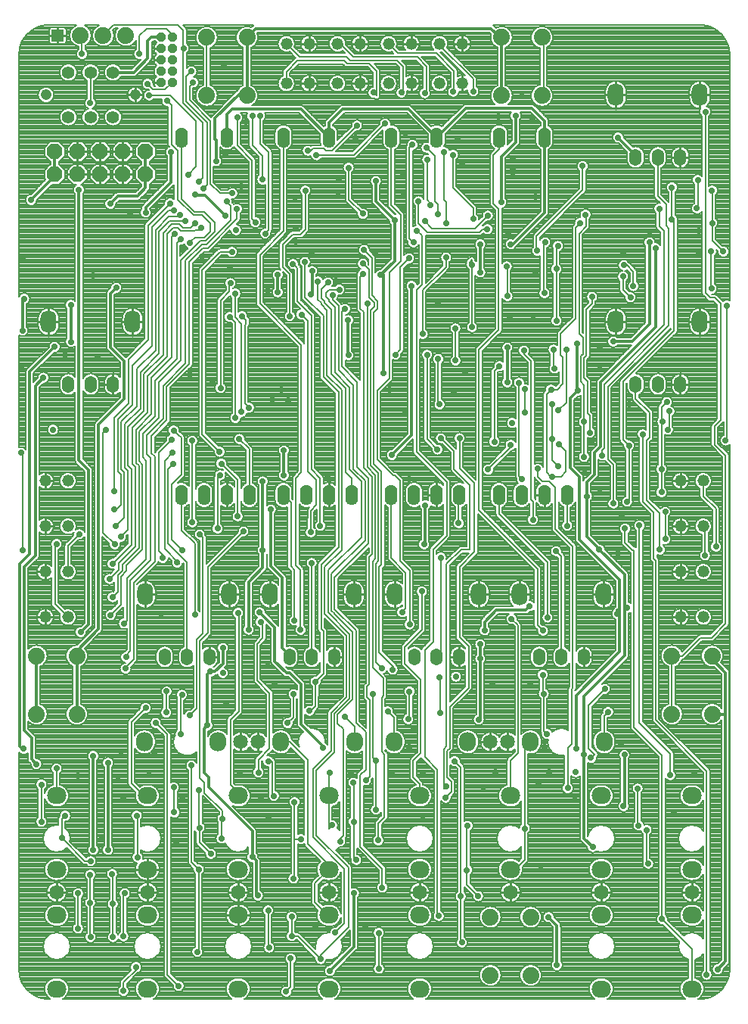
<source format=gbl>
G04 DipTrace 3.3.0.0*
G04 typhoon.GBL*
%MOIN*%
G04 #@! TF.FileFunction,Copper,L2,Bot*
G04 #@! TF.Part,Single*
%AMOUTLINE0*
4,1,4,
0.026163,-0.026163,
0.026205,0.026121,
-0.026121,0.026205,
-0.026163,-0.026163,
0.026163,-0.026163,
0*%
%AMOUTLINE1*
4,1,8,
-0.034184,0.014159,
-0.014159,0.034184,
0.014159,0.034184,
0.034184,0.014159,
0.034184,-0.014159,
0.014159,-0.034184,
-0.014159,-0.034184,
-0.034184,-0.014159,
-0.034184,0.014159,
0*%
%AMOUTLINE2*
4,1,8,
0.008698,-0.021,
0.021,-0.008698,
0.021,0.008698,
0.008698,0.021,
-0.008698,0.021,
-0.021,0.008698,
-0.021,-0.008698,
-0.008698,-0.021,
0.008698,-0.021,
0*%
G04 #@! TA.AperFunction,Conductor*
%ADD13C,0.012*%
%ADD14C,0.007*%
G04 #@! TA.AperFunction,CopperBalancing*
%ADD15C,0.008*%
%ADD16C,0.01*%
G04 #@! TA.AperFunction,ComponentPad*
%ADD32O,0.085X0.075*%
%ADD33C,0.065*%
%ADD34O,0.075X0.085*%
%ADD35C,0.074*%
%ADD36C,0.052*%
%ADD40C,0.055433*%
%ADD41C,0.047559*%
%ADD56O,0.055X0.09*%
%ADD58O,0.054X0.074*%
%ADD59O,0.07X0.1*%
G04 #@! TA.AperFunction,ViaPad*
%ADD60C,0.02778*%
G04 #@! TA.AperFunction,ComponentPad*
%ADD138OUTLINE0*%
%ADD139OUTLINE1*%
%ADD140OUTLINE2*%
%FSLAX26Y26*%
G04*
G70*
G90*
G75*
G01*
G04 Bottom*
%LPD*%
X805701Y1069000D2*
D13*
Y1451680D1*
X2903225Y1488029D2*
Y1119654D1*
X2941342Y1081537D1*
X2916603Y2626345D2*
Y2689235D1*
X2949389Y2722021D1*
Y2817714D1*
X2976420Y2844745D1*
Y3128177D1*
X3219063Y3370820D1*
Y3718364D1*
X2903225Y1488029D2*
Y1745076D1*
X3081603Y1923454D1*
Y2135680D1*
Y2280066D1*
X2970286Y2391382D1*
X2971822Y2392917D1*
X2916603Y2448136D1*
Y2626345D1*
X489977Y1446453D2*
X469318Y1467112D1*
Y1561014D1*
X436486Y1593846D1*
Y2314644D1*
X485914Y2364072D1*
Y3113020D1*
X521032Y3148138D1*
X1487569Y2388487D2*
Y2691682D1*
X2198331Y2414394D2*
X2202164D1*
Y2585012D1*
X2203621Y2586469D1*
X436280Y3496034D2*
X428520Y3488274D1*
Y3356345D1*
X1487569Y2388487D2*
Y2310811D1*
X1424996Y2248239D1*
Y2038064D1*
X3081603Y2135680D2*
X3093991D1*
X2664343Y2142206D2*
X2647483Y2125346D1*
X2517500D1*
X2465290Y2073136D1*
Y2035610D1*
X1205624Y981777D2*
D14*
X1172891Y1014509D1*
Y1440919D1*
X1536815Y1306500D2*
X1528474Y1314841D1*
Y1458761D1*
X1511393D1*
X1986154Y1245748D2*
Y1462123D1*
X2365284Y660038D2*
X2360150Y665172D1*
Y864112D1*
Y1431785D1*
X2335638Y1456297D1*
Y1457060D1*
X2333767Y1458932D1*
X1973834Y1755171D2*
Y1474444D1*
X1986154Y1462123D1*
X2994771Y1777340D2*
X2923374Y1705944D1*
Y1515976D1*
X2950241Y1489110D1*
X2934440Y1473310D1*
X1199460Y619000D2*
X1205624Y625164D1*
Y981777D1*
X740523Y1069000D2*
D13*
Y1482148D1*
X3081280Y1486791D2*
Y1264789D1*
X3077864Y1261373D1*
X2875713Y3091304D2*
X2872546D1*
Y3296571D1*
X2565162Y3280059D2*
Y3127556D1*
X3031968Y3307382D2*
X3115162D1*
X3191603Y3383823D1*
Y3744000D1*
X433741Y1513391D2*
X430916Y1510567D1*
X416293Y1525190D1*
Y2328551D1*
X460427Y2372685D1*
Y3173937D1*
X570244Y3283755D1*
X641616Y3306303D2*
Y3469000D1*
X2870487Y1514423D2*
X2868978Y1512913D1*
Y1749762D1*
X3059881Y1940665D1*
Y2123482D1*
Y2258756D1*
X2883431Y2435206D1*
Y2711764D1*
X2843922Y2751273D1*
Y3059513D1*
X2875713Y3091304D1*
X1751565Y1517940D2*
Y1526433D1*
X1655453Y1622545D1*
Y1798476D1*
X1606701Y1847228D1*
X1591863D1*
X1540887Y1898203D1*
Y2048105D1*
X1474133Y2114860D1*
X3049939Y2109030D2*
Y2123482D1*
X3059881D1*
X1341603Y3415822D2*
D14*
X1366603Y3390822D1*
Y2970984D1*
X1351482Y3701966D2*
X1300174D1*
X1220643Y3622436D1*
Y2898693D1*
X1297608Y2821728D1*
X1366603Y3519000D2*
X1365079Y3517476D1*
Y3414894D1*
X1393713Y3386260D1*
Y2997539D1*
X1395897Y3419500D2*
X1397936D1*
X1414519Y3402917D1*
Y3385573D1*
X1408756Y3379811D1*
Y3033980D1*
X1426779Y3015958D1*
X1345297Y3565056D2*
X1340611D1*
Y3527861D1*
X1301423Y3488673D1*
Y3102467D1*
X3244901Y2644000D2*
Y2745501D1*
Y2955466D1*
Y3017568D1*
X3268351Y3041018D1*
X2643852Y2995528D2*
Y3096643D1*
X3249259Y2955466D2*
X3244901D1*
X3143524Y1175881D2*
X3139990Y1179415D1*
Y1338474D1*
X1941713Y1375483D2*
X1958356Y1392126D1*
Y1729514D1*
X1946445Y1741425D1*
Y1787369D1*
X1956120Y1797043D1*
Y2359539D1*
X1969596Y2373016D1*
Y2711823D1*
X1931288Y2750131D1*
Y3436836D1*
X1916284Y3451840D1*
Y3591367D1*
X1929373Y3604457D1*
X3401171Y3894000D2*
X3405226Y3898055D1*
Y4019172D1*
X2984271Y2805194D2*
Y2828282D1*
X2994269Y2838281D1*
Y3119487D1*
X3255094Y3380311D1*
Y3795029D1*
X3235672Y3814450D1*
Y3892205D1*
X2257779Y2831500D2*
Y2832702D1*
X2212065Y2878416D1*
Y3249101D1*
X2072873D2*
X2093874Y3270102D1*
Y3635513D1*
X2132777Y3674416D1*
X1996807Y1110017D2*
Y1185824D1*
X2023947Y1212963D1*
Y1488539D1*
X2012167Y1500319D1*
Y1739325D1*
X2019435Y1746593D1*
Y1823558D1*
X1971540Y1871453D1*
Y2338919D1*
X1983359Y2350738D1*
Y2718999D1*
X1948576Y2753781D1*
Y3475280D1*
X1693153Y1680794D2*
X1698886D1*
X1719823Y1701731D1*
Y1809487D1*
X1755167Y1844831D1*
Y2032680D1*
X1745508Y2042339D1*
Y2326311D1*
X1821393Y2402196D1*
Y3085033D1*
X1754806Y3151619D1*
Y3421219D1*
X1673418Y3502608D1*
Y3658067D1*
X882998Y1866639D2*
Y1871247D1*
X918853Y1907102D1*
Y2244163D1*
X919860Y2245169D1*
Y2246486D1*
X1012653Y2339278D1*
Y2799974D1*
X996852Y2815774D1*
Y2892394D1*
X1064597Y2960139D1*
Y3109387D1*
X1163555Y3208345D1*
Y3658945D1*
X1222420Y3717810D1*
X1244714D1*
X1373618Y3846714D1*
Y3891110D1*
X1328612Y3923480D2*
X1347335Y3904757D1*
Y3843079D1*
X1240716Y3736459D1*
X1219149D1*
X1146834Y3664144D1*
Y3210768D1*
X1048624Y3112558D1*
Y2967496D1*
X976626Y2895499D1*
Y2811652D1*
X993927Y2794352D1*
Y2344354D1*
X903723Y2254151D1*
Y1945042D1*
X884613Y1925932D1*
Y1917324D1*
X2201981Y3837105D2*
X2234206Y3804879D1*
X2422821D1*
X2479776Y3861835D1*
X2174507Y3925126D2*
Y3827592D1*
X2214027Y3788072D1*
X2441918D1*
X2455855Y3802009D1*
X2477760D1*
X2326155Y4129571D2*
Y3984448D1*
X2415638Y3894965D1*
Y3846937D1*
X2212343Y4108140D2*
Y3930265D1*
X2226847Y3915761D1*
Y3908266D1*
X2296218Y3828835D2*
Y3922911D1*
X2287621Y3931508D1*
Y4141705D1*
X2209411Y4161340D2*
X2245908Y4124843D1*
Y3924188D1*
X2259071Y3911025D1*
Y3869126D1*
X1206146Y4010339D2*
X1224172Y4028365D1*
Y4270259D1*
X1136956Y4357475D1*
Y4599172D1*
Y4678084D1*
X1113082Y4701958D1*
X831061D1*
X784065Y4654962D1*
X1138351Y4599172D2*
X1136956D1*
X1226096Y3980856D2*
X1241831Y3996591D1*
Y4273030D1*
X1150751Y4364110D1*
Y4474255D1*
X1173217Y4496719D1*
X1167021Y3742281D2*
Y3750000D1*
X1172588D1*
X1188776Y3766186D1*
X1230359D1*
X1256314Y3792142D1*
Y3827865D1*
X1220870Y3863308D1*
X1181318D1*
X1112411Y3932215D1*
Y4148381D1*
X1085633Y4175159D1*
Y4348126D1*
X1066895Y4366865D1*
X1158391Y4042593D2*
X1192759Y4076961D1*
Y4279432D1*
X1081032Y4391159D1*
X986712D1*
X691241Y4573672D2*
Y4647786D1*
X684065Y4654962D1*
X1090548Y4649172D2*
Y4657986D1*
X1063265Y4685268D1*
X974765D1*
X942899Y4653402D1*
Y4573672D1*
X825594Y2328386D2*
X908668Y2411461D1*
Y2746508D1*
X894113Y2761063D1*
Y2932635D1*
X964561Y3003083D1*
Y3165205D1*
X1048155Y3248799D1*
Y3786072D1*
X1086705Y3824622D1*
X1119473D1*
X1134893Y3809202D1*
X1169693D1*
X1189015Y3828524D1*
X1217489Y3809541D2*
X1207717Y3799769D1*
X1192084D1*
X1187061Y3794745D1*
X1125645D1*
X1113641Y3806749D1*
X1091588D1*
X1065401Y3780562D1*
Y3240238D1*
X980116Y3154953D1*
Y2994110D1*
X913130Y2927125D1*
Y2768970D1*
X925830Y2756270D1*
Y2405768D1*
X852962Y2332900D1*
Y2302383D1*
X812062Y2261483D1*
X1099846Y3781060D2*
X1085807Y3767022D1*
Y3237453D1*
X996268Y3147913D1*
Y2986930D1*
X928710Y2919373D1*
Y2772778D1*
X941357Y2760131D1*
Y2397104D1*
X868168Y2323915D1*
Y2298038D1*
X848339Y2278209D1*
Y2204362D1*
X825599Y2181622D1*
X817090Y2102699D2*
X861979Y2147589D1*
Y2273024D1*
X886269Y2297314D1*
Y2321585D1*
X957293Y2392609D1*
Y2766400D1*
X942764Y2780929D1*
Y2910094D1*
X1011822Y2979152D1*
Y3133232D1*
X1108859Y3230269D1*
Y3740888D1*
X1124634Y3756664D1*
X1079436Y3915988D2*
X981444Y3817996D1*
Y3314361D1*
X896361Y3229278D1*
Y3036259D1*
X831944Y2971841D1*
Y2649657D1*
X1095154Y3885757D2*
X1072693D1*
X999797Y3812861D1*
Y3289364D1*
X913112Y3202678D1*
Y3028009D1*
X849466Y2964364D1*
Y2733459D1*
X861762Y2721164D1*
Y2588249D1*
X832667Y2559155D1*
Y2568812D1*
X1122890Y3864903D2*
X1116141Y3858154D1*
X1073712D1*
X1015327Y3799769D1*
Y3269724D1*
X932255Y3186652D1*
Y3022152D1*
X863485Y2953382D1*
Y2743770D1*
X875571Y2731684D1*
Y2531650D1*
X837978Y2494056D1*
Y2496080D1*
X1146096Y3838417D2*
X1076078D1*
X1030857Y3793197D1*
Y3255400D1*
X948408Y3172951D1*
Y3012655D1*
X879255Y2943501D1*
Y2753226D1*
X892733Y2739748D1*
Y2520864D1*
X893550Y2521681D1*
Y2479736D1*
X861402Y2447588D1*
X2728932Y3520899D2*
X2725520Y3524311D1*
Y3737188D1*
X2732037Y3743705D1*
X2295823Y3678030D2*
Y3636470D1*
X2193006Y3533652D1*
Y3340325D1*
X2739712Y1579668D2*
X2726212Y1593168D1*
Y1756134D1*
X1933776Y3711161D2*
X1969082Y3675856D1*
Y3511294D1*
X1994546Y3485829D1*
Y3451550D1*
X1976599Y3433602D1*
Y2769430D1*
X2011178Y2734852D1*
Y2324933D1*
X2000912Y2314668D1*
Y1938808D1*
X2063440Y1876281D1*
Y1861976D1*
X2060294D1*
X2721576Y1839688D2*
Y1756134D1*
X2726212D1*
X971116Y4144209D2*
D13*
Y4044209D1*
Y3983297D1*
X934726Y3946907D1*
X848902D1*
X815710Y3913715D1*
X2562878Y3638311D2*
D14*
X2566222Y3634967D1*
Y3507150D1*
X1622964Y941900D2*
X1627347Y946283D1*
Y1116146D1*
Y1278526D1*
Y1116146D2*
X1655729D1*
X466603Y3930997D2*
D13*
X571116Y4035510D1*
Y4044209D1*
Y4144209D1*
X1515859Y637799D2*
D14*
X1511376Y642282D1*
Y801669D1*
X1887771Y1364755D2*
X1888567Y1363958D1*
Y1191820D1*
Y1035167D1*
X1899566Y1024168D1*
X1597087Y1626921D2*
X1623079Y1652913D1*
Y1754171D1*
X2128655Y1644134D2*
X2134582Y1650060D1*
Y1765979D1*
X1131647Y1751425D2*
X1125720Y1745497D1*
Y1578207D1*
X1208954Y1166140D2*
X1206481Y1168614D1*
Y1332406D1*
X1208954Y1166140D2*
Y1101316D1*
X1258932Y1051339D1*
X2903305Y2798875D2*
Y2953877D1*
X2910212Y3865937D2*
X2912910Y3863239D1*
Y3814555D1*
X2881508Y3783154D1*
Y3341500D1*
X2898263Y3324745D1*
Y3252343D1*
X2889332Y3243412D1*
Y3131253D1*
X2904307Y3116278D1*
Y2954879D1*
X2903305Y2953877D1*
X3273370Y2919000D2*
X3279741Y2925370D1*
Y3000718D1*
X2789979Y2757402D2*
X2761843Y2785538D1*
Y2877058D1*
Y3031764D1*
X3527239Y2871732D2*
X3533028Y2877521D1*
Y3465996D1*
X3465775Y3540887D2*
X3463979Y3542682D1*
Y3703654D1*
X2272654Y2881500D2*
X2330788Y2823366D1*
Y2745815D1*
X2400176Y2676427D1*
Y2391154D1*
X2361466D1*
X2297499Y2327186D1*
Y1525020D1*
X2285567Y1513088D1*
Y1337495D1*
X2294805Y1346732D1*
X512174Y1356425D2*
Y1192256D1*
X616603Y1219000D2*
X602339Y1204736D1*
Y1119953D1*
X729103Y1019000D2*
X703292D1*
X602339Y1119953D1*
X2790411Y3005194D2*
X2824645Y3039428D1*
Y3271951D1*
X2773525Y3188743D2*
X2769065Y3184282D1*
Y3271951D1*
X2390680Y1174488D2*
X2387685Y1171493D1*
Y979895D1*
Y914033D1*
X2436784Y864934D1*
X3517504Y3703702D2*
X3468458Y3752748D1*
Y3829178D1*
Y3971412D1*
X3467641Y3972230D1*
X2354716Y2881500D2*
Y2749080D1*
X2420541Y2683255D1*
Y2379984D1*
X2354939Y2314382D1*
Y2004276D1*
X2395294Y1963920D1*
Y1783119D1*
X2311966Y1699791D1*
Y1516260D1*
X2299544Y1503837D1*
Y1389895D1*
X2319775Y1369664D1*
Y1324232D1*
X2293616Y1298073D1*
X1094885Y1343531D2*
X1097781Y1340635D1*
Y1233472D1*
X932191Y1219000D2*
X935595D1*
Y1035718D1*
X2481158Y2743480D2*
X2580246Y2842568D1*
Y2852364D1*
X2508138Y2866304D2*
Y3176714D1*
X2530651Y3199227D1*
X2266741Y3030190D2*
X2260817Y3036114D1*
Y3230955D1*
X3120932Y3551488D2*
Y3614971D1*
X3092537Y3643366D1*
X3078688D1*
X2929344Y2906307D2*
Y2983136D1*
X2919489Y2992992D1*
Y3132560D1*
X2902529Y3149520D1*
Y3233514D1*
X2913671Y3244656D1*
Y3448201D1*
X2938826Y3473356D1*
Y3504445D1*
X3075380Y3594000D2*
Y3534526D1*
X3108020Y3501886D1*
X728012Y683688D2*
X726563Y685136D1*
Y835105D1*
Y958268D1*
X727288Y958992D1*
X3186440Y1007940D2*
X3179364Y1015016D1*
Y1156539D1*
X2337567Y3223320D2*
X2336515Y3224373D1*
Y3365168D1*
X673676Y877126D2*
Y722085D1*
X827267Y684412D2*
X826542Y685136D1*
Y830759D1*
Y958993D1*
X823645Y961891D1*
X879103Y877521D2*
X873634Y872054D1*
Y688034D1*
X2782370Y3399490D2*
X2781283Y3400577D1*
Y3626883D1*
Y3721539D1*
X2788355Y3728612D1*
X2742617Y2091543D2*
Y2335029D1*
X2529103Y2548543D1*
Y2631598D1*
X1627678Y2079042D2*
Y2301457D1*
X1611482Y2317652D1*
Y2599219D1*
X1579103Y2631598D1*
X2054103D2*
Y2353264D1*
X2117570Y2289797D1*
Y2130992D1*
X2101659Y2115081D1*
X1129103Y2631598D2*
Y2476408D1*
X1188121Y2417390D1*
Y2103820D1*
X2529103Y4206402D2*
Y4153442D1*
X2504477Y4128816D1*
Y3915283D1*
X2527415Y3892345D1*
Y3357488D1*
X2440246Y3270319D1*
Y2564675D1*
X2698678Y2306243D1*
Y2057829D1*
X2722874Y2033633D1*
X1579103Y4206402D2*
Y3793849D1*
X1474739Y3689486D1*
Y3473801D1*
X1657840Y3290699D1*
Y2730535D1*
X1633692Y2706387D1*
Y2320853D1*
X1654174Y2300371D1*
Y2037751D1*
X2054103Y4206402D2*
Y3907986D1*
X2096279Y3865810D1*
Y3660627D1*
X2046046Y3610395D1*
Y3144419D1*
X1991696Y3090068D1*
Y2787953D1*
X2061678Y2717971D1*
X2070212D1*
X2091860Y2696323D1*
Y2340513D1*
X2134611Y2297762D1*
Y2061731D1*
X1129103Y4206402D2*
Y3936093D1*
X1187573Y3877623D1*
X1229531D1*
X1274722Y3832432D1*
Y3791799D1*
X1235124Y3752201D1*
X1212206D1*
X1126264Y3666259D1*
Y3224087D1*
X1029264Y3127087D1*
Y2972067D1*
X959772Y2902575D1*
Y2796919D1*
X973801Y2782890D1*
Y2349101D1*
X889255Y2264555D1*
Y2079028D1*
X875408Y2065181D1*
X1614977Y688504D2*
Y773776D1*
Y688504D2*
X1642074D1*
X1742779Y587799D1*
Y604558D1*
X1865031Y726810D1*
Y990654D1*
X1724279Y1131406D1*
Y1418360D1*
X1803464Y1497545D1*
Y1615940D1*
X1802956Y1616448D1*
Y1667787D1*
X1870872Y1735703D1*
Y2019345D1*
X1776529Y2113688D1*
Y2300923D1*
X1921645Y2446038D1*
Y2692172D1*
X1870094Y2743723D1*
Y3105824D1*
X1805460Y3170458D1*
Y3457318D1*
X1779485Y3483293D1*
Y3492559D1*
X1765588Y3506455D1*
Y3522343D1*
X1779246Y3536000D1*
X1825101D1*
X1850097Y3450390D2*
X1836460Y3436752D1*
Y3196644D1*
X1903788Y3129316D1*
Y2754299D1*
X1953952Y2704135D1*
Y2419734D1*
X1803630Y2269412D1*
Y2129618D1*
X1899178Y2034071D1*
Y1629664D1*
X1941734Y1587108D1*
Y1422760D1*
X1917042Y1398068D1*
Y1083117D1*
X2014277Y985882D1*
Y902285D1*
X1606411Y3418974D2*
Y3603344D1*
X1575298Y3634457D1*
Y3735678D1*
X1618603Y3778982D1*
X1653899D1*
X1675436Y3800518D1*
Y3972215D1*
X1353315Y3960283D2*
X1298086D1*
X1255981Y4002388D1*
Y4279682D1*
X1165611Y4370054D1*
Y4433004D1*
X1181212Y4448605D1*
X1090548Y4449172D2*
X1089139D1*
X1057563Y4417594D1*
X1004479D1*
X979783Y4442291D1*
X2697281Y3706777D2*
X2694385Y3709673D1*
Y3771274D1*
X2897340Y3974230D1*
Y4080753D1*
X2409397Y3645400D2*
X2398709Y3656088D1*
X2409503Y3666882D1*
Y3370997D1*
X1305937Y1119000D2*
Y1201764D1*
X1309901Y1205727D1*
X1620983Y3649785D2*
X1640132Y3630636D1*
Y3484026D1*
X1701549Y3422609D1*
Y2744711D1*
X1740922Y2705339D1*
Y2495276D1*
X1403002Y2471467D2*
X1245675Y2314140D1*
Y2023474D1*
X1209695Y1987493D1*
Y1384829D1*
X1231212Y1363312D1*
Y1319867D1*
X1309901Y1241178D1*
Y1205727D1*
X1829103Y1106500D2*
Y1119000D1*
X1841477Y1131374D1*
Y1600592D1*
X1817094Y1624975D1*
Y1663230D1*
X1884418Y1730554D1*
Y2027343D1*
X1803827Y2107933D1*
X1804907D1*
X1790466Y2122374D1*
Y2285104D1*
X1937943Y2432580D1*
Y2696214D1*
X1887786Y2746370D1*
Y3116362D1*
X1821776Y3182373D1*
Y3464701D1*
X1795162Y3491315D1*
Y3511104D1*
X1062126Y1673415D2*
Y1764234D1*
X1064468Y1766575D1*
X1658000Y3426290D2*
X1684928Y3399362D1*
Y2735009D1*
X1723276Y2696661D1*
Y2586730D1*
X1699391Y2562845D1*
Y2467538D1*
X1209639Y2458047D2*
X1224263Y2443424D1*
Y2022224D1*
X1196657Y1994618D1*
Y1691911D1*
X1164737Y1659991D1*
X423164Y2817182D2*
X428027Y2812320D1*
Y2389862D1*
X3237527Y2390913D2*
Y2551615D1*
X3179426Y2609717D1*
Y2870831D1*
X3192591Y2883996D1*
Y2993923D1*
X3130678Y3055836D1*
Y3118409D1*
X1783447Y535110D2*
D13*
X1890088Y641752D1*
Y877913D1*
X2446420Y3736030D2*
Y3611849D1*
X1329103Y4206402D2*
Y4306572D1*
X1353330Y4330799D1*
X1654705D1*
X1779103Y4206402D1*
Y4270088D1*
X1841011Y4331996D1*
X2128508D1*
X2254103Y4206402D1*
X2729103D2*
Y4278671D1*
X2672124Y4335650D1*
X2383351D1*
X2254103Y4206402D1*
X1863823Y3401814D2*
Y3247785D1*
X1864991Y3246617D1*
X2143580Y3552836D2*
Y2894164D1*
X2056742Y2807325D1*
X1244338Y1616699D2*
X1229103Y1601465D1*
Y1406698D1*
X1248945Y1386856D1*
Y1343343D1*
X1441889Y1150399D1*
Y1036857D1*
X1466420Y866965D2*
X1458638Y874747D1*
Y1020108D1*
X1441889Y1036857D1*
X1581209Y2717341D2*
Y2827175D1*
X1244338Y1616699D2*
Y1841726D1*
X1256819Y1854207D1*
X1276970D1*
X1312015Y1889252D1*
Y1957591D1*
X2445933Y1973602D2*
Y1909995D1*
Y1649207D1*
X2439573Y1642846D1*
X1522949Y2567718D2*
Y2319319D1*
X1574116Y2268152D1*
Y1958325D1*
X1614032Y1918409D1*
X1605678D1*
X2580658Y3736030D2*
X2590048D1*
X2729103Y3875085D1*
Y4206402D1*
X3130678Y4118409D2*
Y4129660D1*
X3053936Y4206402D1*
X2069227Y3842412D2*
X1986289Y3925350D1*
Y4013556D1*
X2006108Y3600022D2*
X2069227Y3663142D1*
Y3842412D1*
X3468103Y1922000D2*
Y1908510D1*
X3527091Y1849522D1*
Y1666000D1*
Y576954D1*
X3493004Y542867D1*
X2784002Y560322D2*
Y736025D1*
X2747642Y772385D1*
X668103Y1922000D2*
Y1945500D1*
X762873Y2040270D1*
Y2940270D1*
X876020Y3053417D1*
Y3222083D1*
X816603Y3281500D1*
Y3519000D1*
X841603Y3544000D1*
X2006108Y3600022D2*
X2017978D1*
Y3166861D1*
X1553653Y3600415D2*
Y3524622D1*
X1698982Y3516013D2*
X1704723D1*
Y3618335D1*
X971293Y3875209D2*
Y3896850D1*
X1084254Y4009811D1*
Y4141753D1*
X2538768Y3920308D2*
Y4123091D1*
X2602088Y4186411D1*
Y4302182D1*
X1418103Y4647000D2*
Y4391000D1*
X3468103Y1666000D2*
X3527091D1*
X668103Y1922000D2*
Y1666000D1*
X2532630Y4398472D2*
X2540103Y4391000D1*
Y4647000D2*
X2532327D1*
X2493743Y4685584D1*
X1456687D1*
X1418103Y4647000D1*
X1281737Y4101781D2*
Y4193791D1*
X1277457Y4198071D1*
Y4290980D1*
X1384949Y4398472D1*
X1410630D1*
X1418103Y4391000D1*
X2540103D2*
Y4647000D1*
X827528Y4492425D2*
X918420D1*
X980994Y4554999D1*
Y4632264D1*
X997902Y4649172D1*
X1040548D1*
X1779103Y781000D2*
D14*
X1773802D1*
X1717891Y836911D1*
Y920789D1*
X1779103Y982000D1*
Y1002375D1*
X1685776Y1095702D1*
Y1463483D1*
X1605259Y1544000D1*
X1567103D1*
X2579103Y982000D2*
X2599510D1*
X2642676Y1025167D1*
Y1162849D1*
Y1519573D1*
X2667103Y1544000D1*
X2354103Y2631598D2*
X2351229D1*
Y2507634D1*
X1176545Y2511066D2*
Y2870470D1*
X1089811Y2817240D2*
X1054765Y2782194D1*
Y2393923D1*
X1118849Y2329839D1*
X1105775D1*
X1109861Y2333925D1*
X1703427Y2332014D2*
Y2074319D1*
X1704103Y2073643D1*
Y1918409D1*
X2616605Y3125587D2*
Y2716083D1*
X2630237Y2702451D1*
X2179103Y1307000D2*
Y1359356D1*
X2150762Y1387697D1*
Y1460825D1*
X2183616Y1493680D1*
Y1816862D1*
X2113331Y1887147D1*
Y1962849D1*
X2188973Y2038491D1*
Y2207375D1*
X1850361Y1654106D2*
X1892103Y1612365D1*
Y1544000D1*
X1116603Y469000D2*
X1066603Y519000D1*
Y1576738D1*
X1015485Y1627856D1*
X979103Y1307000D2*
X962650D1*
X908624Y1361026D1*
Y1630959D1*
X971529Y1693865D1*
X2699576Y2746669D2*
Y2712727D1*
X2720599Y2691705D1*
X2750683D1*
X2777559Y2664828D1*
Y2480278D1*
X2853546Y2404291D1*
Y1781143D1*
X2848485Y1776081D1*
Y1533953D1*
X2831759Y1517227D1*
Y1340408D1*
X3247104Y763811D2*
X3379103Y631812D1*
Y456000D1*
X2638657Y3267412D2*
Y3252921D1*
X2669965Y3221613D1*
Y2611341D1*
X2678260Y2603046D1*
Y2522629D1*
X3084256Y2483370D2*
Y2421135D1*
X3115823Y2389568D1*
X3123491D1*
Y1607135D1*
X3247104Y1483522D1*
Y763811D1*
X2992103Y1544000D2*
Y1658487D1*
X3009713Y1676097D1*
X579103Y1307000D2*
Y1427010D1*
X3283063Y1397227D2*
X3279898Y1394062D1*
X3283953Y1390007D1*
Y1492446D1*
X3147786Y1628613D1*
Y2496913D1*
X2066103Y1544000D2*
Y1651312D1*
X2038496Y1678919D1*
X1591069Y444642D2*
X1610992Y464566D1*
Y590482D1*
X2579103Y1307000D2*
Y1460346D1*
X2613116Y1494360D1*
Y2056760D1*
X2584566Y2085310D1*
X3443735Y518415D2*
Y1415798D1*
X3219490Y1640043D1*
Y2342980D1*
X3210386Y2352084D1*
Y2554862D1*
X3162588Y2602660D1*
Y2899010D1*
X929103Y552165D2*
X934798Y546470D1*
X873210Y484882D1*
Y447098D1*
X1779103Y1307000D2*
Y1163062D1*
X1793159Y1177118D1*
X1779103Y1307000D2*
Y1404459D1*
X1783483Y1408840D1*
X1468559Y1409770D2*
Y1465932D1*
X1517849Y1515222D1*
Y1759262D1*
X1462835Y1814277D1*
Y1976500D1*
X1486815Y2000480D1*
Y2063105D1*
X1478040Y2071881D1*
X1379103Y1307000D2*
Y1322255D1*
X1345420Y1355937D1*
Y1641713D1*
X1382208Y1678500D1*
Y2108547D1*
X1378685Y2112070D1*
X3429101Y2694000D2*
Y2626306D1*
X3484802Y2570605D1*
Y2404142D1*
X3437013Y2365114D2*
Y2486089D1*
X3429101Y2494000D1*
X1485912Y4020904D2*
Y4126196D1*
X1441742Y4170366D1*
Y4300824D1*
X679351Y2458853D2*
X629103Y2408605D1*
Y2294000D1*
X578604Y2415871D2*
X571532Y2408799D1*
Y2151570D1*
X629103Y2094000D1*
X1095151Y2915572D2*
X1116368Y2894356D1*
Y2896087D1*
X1128880Y2883575D1*
Y2721046D1*
X1086118Y2678285D1*
Y2436121D1*
X1134378Y2387862D1*
X2780377Y2383890D2*
X2804103Y2360164D1*
Y1918409D1*
X797178Y2917928D2*
X783184Y2903934D1*
Y2465895D1*
X835120Y2413959D1*
X3261279Y2437092D2*
Y2557360D1*
X2254103Y1918409D2*
X2272971D1*
Y2356298D1*
X1047343Y2354356D2*
Y2368248D1*
X1029364Y2386227D1*
Y2817761D1*
X1086805Y2875202D1*
X3229103Y4118409D2*
Y3947672D1*
X3264920Y3911854D1*
Y3817398D1*
X3276580Y3805738D1*
Y3376682D1*
X3009445Y3109547D1*
Y2789203D1*
X3032768Y2765881D1*
Y2594143D1*
X1376999Y2537491D2*
Y2697694D1*
X1304970Y2769723D1*
X2829103Y2631598D2*
Y2496478D1*
X1287983Y2484050D2*
Y2707235D1*
X1299983Y2719235D1*
X1879103Y2631598D2*
Y2705089D1*
X1853069Y2731123D1*
Y3100408D1*
X1790199Y3163278D1*
Y3449287D1*
X1760953Y3478533D1*
Y3484007D1*
X1745422Y3499538D1*
Y3538138D1*
X1775302Y3568018D1*
X3290103Y1922000D2*
X3337107D1*
X3417872Y2002765D1*
X3465678D1*
X3527141Y2064228D1*
Y2805205D1*
X3479335Y2853010D1*
Y2934962D1*
X3504945Y2960572D1*
Y3474428D1*
X3479221Y3500152D1*
X3459615D1*
X3438450Y3521316D1*
Y4318919D1*
X1866352Y4072965D2*
Y3932673D1*
X1929070Y3869955D1*
X3290103Y1922000D2*
Y1666000D1*
X1454910Y3833173D2*
X1440294Y3847789D1*
Y4105739D1*
X1374847Y4171186D1*
Y4293348D1*
X727599Y4357579D2*
X729103Y4359083D1*
Y4492425D1*
X1240103Y4647000D2*
Y4391000D1*
X1498015Y3783185D2*
X1513458Y3798629D1*
Y4141016D1*
X1475825Y4178650D1*
Y4300455D1*
X2718103Y4391000D2*
X2725810Y4398707D1*
Y4639293D1*
X2718103Y4647000D1*
X2151474Y3744504D2*
X2134494Y3761484D1*
Y4161741D1*
X2147317Y4174564D1*
X684908Y2027406D2*
D13*
X720109Y2062606D1*
Y2741257D1*
X677340Y2784026D1*
Y3975448D1*
X1190977Y3954050D2*
Y3950844D1*
X1231626D1*
X1321318Y3861152D1*
X490103Y1922000D2*
Y1666000D1*
X2167891Y3796451D2*
D14*
X2189985Y3774358D1*
Y3559089D1*
X2165613Y3534718D1*
Y2820709D1*
X2299318Y2687004D1*
Y2452969D1*
X2238884Y2392534D1*
Y1985226D1*
X2201271Y1947613D1*
Y1477319D1*
X2257244Y1421345D1*
Y783476D1*
X2263075Y777646D1*
X1429103Y2631598D2*
Y2833472D1*
X1384515Y2878060D1*
X1154103Y1918409D2*
Y2333404D1*
X1070410Y2417097D1*
Y2745766D1*
X1093788Y2769144D1*
X2415611Y4409627D2*
Y4463352D1*
X2266603Y4612360D1*
Y4619000D1*
X2326407Y4407285D2*
X2323835Y4404713D1*
X2330361Y4398186D1*
Y4498832D1*
X2252162Y4577031D1*
X2083573D1*
X2041604Y4619000D1*
X2201403Y4401155D2*
X2208717Y4393841D1*
Y4519831D1*
X2168170Y4560378D1*
X1887725D1*
X1829103Y4619000D1*
X1816604D1*
X2098663Y4403251D2*
X2105899Y4396014D1*
Y4519829D1*
X2079832Y4545896D1*
X1872024D1*
X1856095Y4561825D1*
X1648779D1*
X1591603Y4619000D1*
X1975826Y4403507D2*
X1989323Y4390009D1*
Y4498832D1*
X1956741Y4531415D1*
X1858267D1*
X1845234Y4544448D1*
X1639597D1*
X1591603Y4496453D1*
Y4444000D1*
X2762695Y2712273D2*
X2756209D1*
X2738346Y2730136D1*
Y3075879D1*
X2758292Y3095825D1*
X2886347Y3829856D2*
X2866109Y3809618D1*
Y3408703D1*
X2800386Y3342980D1*
Y3247348D1*
X2809290Y3238444D1*
Y3120005D1*
X2785111Y3095825D1*
X2758292D1*
X2791469Y2856247D2*
X2822966Y2824749D1*
Y2733594D1*
X2801645Y2712273D1*
X2762695D1*
X3290965Y3986081D2*
Y3843386D1*
X3300188D1*
Y3354320D1*
X3075838Y3129970D1*
Y2874899D1*
X3102019Y2848718D1*
Y2610722D1*
X3093163Y2601866D1*
X1999664Y545277D2*
X1998675Y546266D1*
Y703038D1*
X1807073Y703707D2*
X1846897Y743531D1*
Y986455D1*
X1708457Y1124895D1*
Y1425281D1*
X1788263Y1505087D1*
Y1607361D1*
X1788836Y1606787D1*
Y1672466D1*
X1856347Y1739976D1*
Y2012328D1*
X1760794Y2107881D1*
Y2314684D1*
X1835028Y2388917D1*
Y3095285D1*
X1770994Y3159319D1*
Y3445610D1*
X1744937Y3471667D1*
Y3478794D1*
X1730726Y3493005D1*
Y3572745D1*
X1724306Y4128320D2*
X1725622Y4129636D1*
X1889059D1*
X2026733Y4267310D1*
X1686389Y4147984D2*
X1699727D1*
X1708416Y4156673D1*
X1757856D1*
X1766545Y4147984D1*
X1792492D1*
X1902981Y4258472D1*
X2265196Y1827997D2*
X2269385Y1823808D1*
Y1673010D1*
X1929025Y3649941D2*
X1955552Y3623415D1*
Y3502025D1*
X1979069Y3478508D1*
Y3460366D1*
X1962342Y3443639D1*
Y2762749D1*
X1997588Y2727503D1*
Y2341517D1*
X1985325Y2329253D1*
Y1895996D1*
X2012449Y1868871D1*
D60*
X805701Y1069000D3*
Y1451680D3*
X2903225Y1488029D3*
X2941342Y1081537D3*
X3219063Y3718364D3*
X2916603Y2626345D3*
X2903225Y1488029D3*
X2916603Y2626345D3*
X489977Y1446453D3*
X521032Y3148138D3*
X805701Y1451680D3*
X1487569Y2388487D3*
Y2691682D3*
X2970286Y2391382D3*
X2198331Y2414394D3*
X2203621Y2586469D3*
X436280Y3496034D3*
X428520Y3356345D3*
X1424996Y2038064D3*
X1487569Y2388487D3*
X3093991Y2135680D3*
X2664343Y2142206D3*
X2465290Y2035610D3*
X1205624Y981777D3*
X1172891Y1440919D3*
X1536815Y1306500D3*
X1511393Y1458761D3*
X1986154Y1245748D3*
Y1462123D3*
X2365284Y660038D3*
X2360150Y864112D3*
X2333767Y1458932D3*
X1973834Y1755171D3*
X1986154Y1462123D3*
X2994771Y1777340D3*
X2934440Y1473310D3*
X1199460Y619000D3*
X1205624Y981777D3*
X740523Y1069000D3*
Y1482148D3*
X3081280Y1486791D3*
X3077864Y1261373D3*
X2872546Y3296571D3*
X2875713Y3091304D3*
X2565162Y3280059D3*
Y3127556D3*
X2872546Y3296571D3*
X3191603Y3744000D3*
X3031968Y3307382D3*
X433741Y1513391D3*
X570244Y3283755D3*
X740523Y1482148D3*
X641616Y3306303D3*
Y3469000D3*
X2870487Y1514423D3*
X2875713Y3091304D3*
X1751565Y1517940D3*
X1474133Y2114860D3*
X3049939Y2109030D3*
X1341603Y3415822D3*
X1366603Y2970984D3*
X1351482Y3701966D3*
X1297608Y2821728D3*
X1366603Y3519000D3*
X1393713Y2997539D3*
X1395897Y3419500D3*
X1426779Y3015958D3*
X1345297Y3565056D3*
X1301423Y3102467D3*
X3244901Y2644000D3*
Y2745501D3*
X3268351Y3041018D3*
X2643852Y2995528D3*
Y3096643D3*
X3249259Y2955466D3*
X3143524Y1175881D3*
X3139990Y1338474D3*
X1941713Y1375483D3*
X1929373Y3604457D3*
X3401171Y3894000D3*
X3405226Y4019172D3*
X3235672Y3892205D3*
X2984271Y2805194D3*
X2212065Y3249101D3*
X2072873D3*
X2132777Y3674416D3*
X2257779Y2831500D3*
X1948576Y3475280D3*
X1996807Y1110017D3*
X1693153Y1680794D3*
X1719823Y1809487D3*
X1673418Y3658067D3*
X882998Y1866639D3*
X1373618Y3891110D3*
X1328612Y3923480D3*
X884613Y1917324D3*
X2201981Y3837105D3*
X2479776Y3861835D3*
X2174507Y3925126D3*
X2477760Y3802009D3*
X2326155Y4129571D3*
X2415638Y3846937D3*
X2212343Y4108140D3*
X2226847Y3908266D3*
X2296218Y3828835D3*
X2287621Y4141705D3*
X2209411Y4161340D3*
X2259071Y3869126D3*
X1206146Y4010339D3*
X1138351Y4599172D3*
X1226096Y3980856D3*
X1173217Y4496719D3*
X1167021Y3742281D3*
X1066895Y4366865D3*
X1158391Y4042593D3*
X986712Y4391159D3*
X691241Y4573672D3*
X942899D3*
X825594Y2328386D3*
X1189015Y3828524D3*
X1217489Y3809541D3*
X812062Y2261483D3*
X1099846Y3781060D3*
X825599Y2181622D3*
X817090Y2102699D3*
X1124634Y3756664D3*
X1079436Y3915988D3*
X831944Y2649657D3*
X1095154Y3885757D3*
X832667Y2568812D3*
X1122890Y3864903D3*
X837978Y2496080D3*
X1146096Y3838417D3*
X861402Y2447588D3*
X2728932Y3520899D3*
X2732037Y3743705D3*
X2295823Y3678030D3*
X2193006Y3340325D3*
X2739712Y1579668D3*
X2726212Y1756134D3*
X1933776Y3711161D3*
X2060294Y1861976D3*
X2721576Y1839688D3*
X815710Y3913715D3*
X2562878Y3638311D3*
X2566222Y3507150D3*
X1622964Y941900D3*
X1627347Y1278526D3*
X1655729Y1116146D3*
D3*
D3*
D3*
X466603Y3930997D3*
X1515859Y637799D3*
X1511376Y801669D3*
X1887771Y1364755D3*
X1888567Y1191820D3*
D3*
X1899566Y1024168D3*
X1888567Y1191820D3*
X1597087Y1626921D3*
X1623079Y1754171D3*
D3*
D3*
D3*
X2128655Y1644134D3*
X2134582Y1765979D3*
D3*
X1131647Y1751425D3*
X1125720Y1578207D3*
X1208954Y1166140D3*
X1206481Y1332406D3*
X1258932Y1051339D3*
X1208954Y1166140D3*
X2903305Y2798875D3*
Y2953877D3*
X2910212Y3865937D3*
X3273370Y2919000D3*
X3279741Y3000718D3*
X2789979Y2757402D3*
X2761843Y2877058D3*
Y3031764D3*
X3527239Y2871732D3*
X3533028Y3465996D3*
X3465775Y3540887D3*
X3463979Y3703654D3*
X2272654Y2881500D3*
X2294805Y1346732D3*
X512174Y1356425D3*
Y1192256D3*
X616603Y1219000D3*
X602339Y1119953D3*
X729103Y1019000D3*
X2790411Y3005194D3*
X2824645Y3271951D3*
X2773525Y3188743D3*
X2769065Y3271951D3*
X2390680Y1174488D3*
X2387685Y979895D3*
X2436784Y864934D3*
X3517504Y3703702D3*
X3468458Y3829178D3*
X3467641Y3972230D3*
X2354716Y2881500D3*
X2293616Y1298073D3*
X1094885Y1343531D3*
X1097781Y1233472D3*
X935595Y1035718D3*
X932191Y1219000D3*
X2481158Y2743480D3*
X2580246Y2852364D3*
X2530651Y3199227D3*
X2508138Y2866304D3*
X2266741Y3030190D3*
X2260817Y3230955D3*
X3078688Y3643366D3*
X3120932Y3551488D3*
X2929344Y2906307D3*
X2938826Y3504445D3*
X3108020Y3501886D3*
X3075380Y3594000D3*
X3108020Y3501886D3*
X728012Y683688D3*
X726563Y835105D3*
X727288Y958992D3*
X3186440Y1007940D3*
X3179364Y1156539D3*
D3*
X2337567Y3223320D3*
X2336515Y3365168D3*
X673676Y877126D3*
Y722085D3*
D3*
X827267Y684412D3*
X826542Y830759D3*
X823645Y961891D3*
X879103Y877521D3*
X873634Y688034D3*
D3*
X2782370Y3399490D3*
X2781283Y3626883D3*
X2788355Y3728612D3*
X2781283Y3626883D3*
X2742617Y2091543D3*
X1627678Y2079042D3*
X2101659Y2115081D3*
X1188121Y2103820D3*
D3*
X2722874Y2033633D3*
X1654174Y2037751D3*
X2134611Y2061731D3*
X875408Y2065181D3*
X1614977Y688504D3*
Y773776D3*
X1742779Y587799D3*
X1614977Y688504D3*
X1825101Y3536000D3*
X1850097Y3450390D3*
X2014277Y902285D3*
X1606411Y3418974D3*
X1675436Y3972215D3*
X1353315Y3960283D3*
X1181212Y4448605D3*
X979783Y4442291D3*
X2697281Y3706777D3*
X2897340Y4080753D3*
X2409397Y3645400D3*
X2409503Y3370997D3*
X1309901Y1205727D3*
X1305937Y1119000D3*
X1620983Y3649785D3*
X1740922Y2495276D3*
X1403002Y2471467D3*
X1829103Y1106500D3*
X1795162Y3511104D3*
X1064468Y1766575D3*
X1062126Y1673415D3*
X1658000Y3426290D3*
X1699391Y2467538D3*
X1209639Y2458047D3*
X1164737Y1659991D3*
X423164Y2817182D3*
X428027Y2389862D3*
X3237527Y2390913D3*
X1783447Y535110D3*
X1890088Y877913D3*
X2446420Y3736030D3*
Y3611849D3*
X1864991Y3246617D3*
X1863823Y3401814D3*
X2056742Y2807325D3*
X2143580Y3552836D3*
X1244338Y1616699D3*
X1441889Y1036857D3*
X1466420Y866965D3*
X1890088Y877913D3*
X1441889Y1036857D3*
X1581209Y2717341D3*
Y2827175D3*
X1256819Y1854207D3*
X1244338Y1616699D3*
X1312015Y1957591D3*
X2445933Y1973602D3*
X2439573Y1642846D3*
X2445933Y1909995D3*
X1522949Y2567718D3*
X2580658Y3736030D3*
X3053936Y4206402D3*
X2069227Y3842412D3*
X1986289Y4013556D3*
X2006108Y3600022D3*
X2069227Y3842412D3*
X3493004Y542867D3*
X2784002Y560322D3*
X2747642Y772385D3*
X841603Y3544000D3*
X2017978Y3166861D3*
X2006108Y3600022D3*
X1553653Y3600415D3*
Y3524622D3*
X1698982Y3516013D3*
X1704723Y3618335D3*
X971293Y3875209D3*
X1084254Y4141753D3*
X1986289Y4013556D3*
X2602088Y4302182D3*
X2538768Y3920308D3*
X1281737Y4101781D3*
X2642676Y1162849D3*
X2351229Y2507634D3*
X1176545Y2511066D3*
Y2870470D3*
X1089811Y2817240D3*
X1109861Y2333925D3*
X1703427Y2332014D3*
X2616605Y3125587D3*
X2630237Y2702451D3*
X2188973Y2207375D3*
X1850361Y1654106D3*
X1116603Y469000D3*
X1015485Y1627856D3*
X971529Y1693865D3*
X2699576Y2746669D3*
X2831759Y1340408D3*
X3247104Y763811D3*
X2638657Y3267412D3*
X2678260Y2522629D3*
X3084256Y2483370D3*
X3247104Y763811D3*
X3009713Y1676097D3*
X579103Y1427010D3*
X3283063Y1397227D3*
X3147786Y2496913D3*
X2038496Y1678919D3*
X1591069Y444642D3*
X1610992Y590482D3*
X2584566Y2085310D3*
X3443735Y518415D3*
X3162588Y2899010D3*
X929103Y552165D3*
X873210Y447098D3*
X1793159Y1177118D3*
X1783483Y1408840D3*
X1468559Y1409770D3*
X1478040Y2071881D3*
X1378685Y2112070D3*
X3484802Y2404142D3*
X3437013Y2365114D3*
X1485912Y4020904D3*
X1441742Y4300824D3*
X679351Y2458853D3*
X578604Y2415871D3*
X1095151Y2915572D3*
X1134378Y2387862D3*
X2780377Y2383890D3*
X797178Y2917928D3*
X835120Y2413959D3*
X3261279Y2437092D3*
Y2557360D3*
X2272971Y2356298D3*
X1047343Y2354356D3*
X1086805Y2875202D3*
X3032768Y2594143D3*
X1376999Y2537491D3*
X1304970Y2769723D3*
X2829103Y2496478D3*
X1287983Y2484050D3*
X1299983Y2719235D3*
X1775302Y3568018D3*
X3438450Y4318919D3*
X1866352Y4072965D3*
X1929070Y3869955D3*
X1454910Y3833173D3*
X1374847Y4293348D3*
X727599Y4357579D3*
X1498015Y3783185D3*
X1475825Y4300455D3*
X2151474Y3744504D3*
X2147317Y4174564D3*
X684908Y2027406D3*
X677340Y3975448D3*
X1190977Y3954050D3*
X1321318Y3861152D3*
X2167891Y3796451D3*
X2263075Y777646D3*
X1384515Y2878060D3*
X1093788Y2769144D3*
X2415611Y4409627D3*
X2326407Y4407285D3*
X2201403Y4401155D3*
X2098663Y4403251D3*
X1975826Y4403507D3*
X2758292Y3095825D3*
X2762695Y2712273D3*
X2886347Y3829856D3*
X2791469Y2856247D3*
X2762695Y2712273D3*
X3290965Y3986081D3*
Y3843386D3*
X3102019Y2848718D3*
X3093163Y2601866D3*
D3*
X1999664Y545277D3*
X1998675Y703038D3*
X1807073Y703707D3*
X1730726Y3572745D3*
X1724306Y4128320D3*
X2026733Y4267310D3*
X1686389Y4147984D3*
X1902981Y4258472D3*
X2265196Y1827997D3*
X2269385Y1673010D3*
D3*
X1929025Y3649941D3*
X2012449Y1868871D3*
X2676889Y4280003D3*
X1321712Y4133660D3*
X2590120Y4113293D3*
X2367376Y4091101D3*
X2588023Y4073031D3*
X2106065Y4047157D3*
X2588765Y4036248D3*
X1823104Y4019278D3*
X1393124Y3992749D3*
X2108427Y3962277D3*
X1819483Y3949043D3*
X2689347Y3945727D3*
X1630599Y3942499D3*
X1019393Y3903948D3*
X2104767Y3898358D3*
X904524Y3867588D3*
X1632992Y3806062D3*
X1369608Y3798247D3*
X2570638Y3778264D3*
X1633591Y3749812D3*
X2122321Y3627264D3*
X1982727Y3700125D3*
X1702407Y3700743D3*
X430209Y3669345D3*
X1344218Y3629832D3*
X2690083Y3615684D3*
X741141Y3596753D3*
X1811175Y3574963D3*
X1510575Y3532891D3*
X1192720Y3525681D3*
X2258748Y3471984D3*
X2679645Y3421614D3*
X2576368Y3419508D3*
X617735Y3248619D3*
X758381Y3242571D3*
X2973238Y3279543D3*
X422042Y3189337D3*
X2380365Y3171054D3*
X1167915Y3160604D3*
X2972708Y3184167D3*
X1264857Y3128224D3*
X1568374Y3094667D3*
X2328999Y3087948D3*
X1528449Y3051415D3*
X1600738Y3048390D3*
X3102294Y3033000D3*
X2586695Y2948786D3*
X563132Y2919218D3*
X1772702Y2709182D3*
X2324797Y2061147D3*
X1774394Y2058667D3*
X1510683Y1878341D3*
X1311380Y1847185D3*
X2339255Y1831307D3*
X2666629Y1801904D3*
X1538377Y1801192D3*
X2501252Y1800272D3*
X1326710Y1710194D3*
X2153088Y1600622D3*
X3066315Y1532378D3*
X2132280Y1521915D3*
X2730607Y1520324D3*
X864100Y1503199D3*
X1010628Y1497588D3*
X2512911Y1411346D3*
X2749831Y1411304D3*
X2866804Y1411206D3*
X2192807Y1408075D3*
X1387122Y1407014D3*
X1875052Y1404106D3*
X2057349Y1405354D3*
X3389197Y1403601D3*
X987460Y1397474D3*
X672607Y1394293D3*
X850706Y1392173D3*
X2703970Y1357050D3*
X2460611Y1345185D3*
X2862356Y1305304D3*
X1479865Y1299963D3*
X1131747Y1298344D3*
X874466Y1291252D3*
X3300580Y1235636D3*
X1812924Y1233860D3*
X1514021Y1210096D3*
X2194170Y1200144D3*
X779461Y1118713D3*
X1106191Y1103154D3*
X2713600Y997177D3*
X1721074Y726277D3*
X1940851Y724101D3*
X3193142Y3793001D3*
X3409054Y3796265D3*
X3409599Y3693475D3*
X3075125Y3695106D3*
X2133348Y2701946D3*
X2116343Y2576181D3*
X2044935Y3093425D3*
X2114964Y2994974D3*
X2935629Y2864312D3*
X2905717Y2744064D3*
X2944603Y3046178D3*
X2972061Y2642793D3*
X3071233Y2546517D3*
X3053859Y2374234D3*
X1136827Y3717293D3*
X1221078Y3681295D3*
X1411936Y4275314D3*
X2345632Y4200681D3*
X2116624Y4225029D3*
X1896170Y4203971D3*
X2629262Y4388231D3*
X2524628Y4298075D3*
X1039193Y2108427D3*
X1317180Y4521045D3*
X496552Y4692131D2*
D15*
X554326D1*
X613536D2*
X652389D1*
X715739D2*
X752389D1*
X1144660D2*
X1222045D1*
X1258160D2*
X1400045D1*
X2512489D2*
X2522045D1*
X2558160D2*
X2700045D1*
X2736160D2*
X3461654D1*
X480380Y4684262D2*
X546248D1*
X621926D2*
X644842D1*
X723285D2*
X744842D1*
X835129D2*
X844842D1*
X1151223D2*
X1208545D1*
X1271660D2*
X1386545D1*
X2571660D2*
X2686545D1*
X2749660D2*
X3477826D1*
X467004Y4676394D2*
X545826D1*
X622380D2*
X639952D1*
X728176D2*
X739952D1*
X828176D2*
X839952D1*
X1152583D2*
X1200952D1*
X1279254D2*
X1378952D1*
X2579254D2*
X2678952D1*
X2757254D2*
X3491201D1*
X457832Y4668525D2*
X545810D1*
X622380D2*
X636889D1*
X731239D2*
X736889D1*
X831239D2*
X836889D1*
X1152583D2*
X1196045D1*
X1284160D2*
X1374045D1*
X2584160D2*
X2674045D1*
X2762160D2*
X3500373D1*
X448676Y4660656D2*
X545810D1*
X622380D2*
X635280D1*
X1152583D2*
X1192952D1*
X1287254D2*
X1370952D1*
X1465254D2*
X2492952D1*
X2587254D2*
X2670952D1*
X2765254D2*
X3509529D1*
X442254Y4652787D2*
X545794D1*
X622364D2*
X634998D1*
X1152583D2*
X1191326D1*
X1288880D2*
X1369326D1*
X1466880D2*
X1574952D1*
X1608254D2*
X1674952D1*
X1708254D2*
X1799952D1*
X1833254D2*
X1899952D1*
X1933254D2*
X2024952D1*
X2058254D2*
X2124952D1*
X2158254D2*
X2249952D1*
X2283254D2*
X2349952D1*
X2383254D2*
X2491326D1*
X2588880D2*
X2669326D1*
X2766880D2*
X3515952D1*
X436817Y4644919D2*
X545794D1*
X622364D2*
X635998D1*
X1152583D2*
X1191029D1*
X1289176D2*
X1369029D1*
X1467176D2*
X1563952D1*
X1619254D2*
X1663952D1*
X1719254D2*
X1788952D1*
X1844254D2*
X1888952D1*
X1944254D2*
X2013952D1*
X2069254D2*
X2113952D1*
X2169254D2*
X2238952D1*
X2294254D2*
X2338952D1*
X2394254D2*
X2491029D1*
X2589176D2*
X2669029D1*
X2767176D2*
X3521389D1*
X431380Y4637050D2*
X545794D1*
X622348D2*
X638389D1*
X729739D2*
X738389D1*
X829739D2*
X838389D1*
X1152583D2*
X1192013D1*
X1288192D2*
X1370013D1*
X1466192D2*
X1558138D1*
X1625067D2*
X1658138D1*
X1725067D2*
X1783138D1*
X1850067D2*
X1883138D1*
X1950067D2*
X2008138D1*
X2075067D2*
X2108138D1*
X2175067D2*
X2233138D1*
X2300067D2*
X2333138D1*
X2400067D2*
X2492013D1*
X2588192D2*
X2670013D1*
X2766192D2*
X3526826D1*
X426895Y4629181D2*
X545780D1*
X622348D2*
X642405D1*
X725739D2*
X742405D1*
X825739D2*
X842405D1*
X1003208D2*
X1014029D1*
X1152583D2*
X1194389D1*
X1285817D2*
X1372389D1*
X1463817D2*
X1554905D1*
X1628301D2*
X1654905D1*
X1728301D2*
X1779905D1*
X1853301D2*
X1879905D1*
X1953301D2*
X2004905D1*
X2078301D2*
X2104905D1*
X2178301D2*
X2229905D1*
X2303301D2*
X2329905D1*
X2403301D2*
X2494389D1*
X2585817D2*
X2672389D1*
X2763817D2*
X3531310D1*
X424036Y4621312D2*
X548608D1*
X619520D2*
X648592D1*
X719536D2*
X748592D1*
X819536D2*
X848592D1*
X919536D2*
X927280D1*
X999113D2*
X1016185D1*
X1152583D2*
X1198373D1*
X1281832D2*
X1376373D1*
X1459832D2*
X1553561D1*
X1629645D2*
X1653561D1*
X1729645D2*
X1778561D1*
X1854645D2*
X1878561D1*
X1954645D2*
X2003561D1*
X2079645D2*
X2103561D1*
X2179645D2*
X2228561D1*
X2304645D2*
X2328561D1*
X2404645D2*
X2498373D1*
X2581832D2*
X2676373D1*
X2759832D2*
X3534170D1*
X421192Y4613444D2*
X658545D1*
X709583D2*
X758545D1*
X809583D2*
X858545D1*
X909583D2*
X927280D1*
X999113D2*
X1008889D1*
X1159926D2*
X1204529D1*
X1275676D2*
X1382529D1*
X1453676D2*
X1553905D1*
X1629301D2*
X1653905D1*
X1729301D2*
X1778905D1*
X1856411D2*
X1878905D1*
X1954301D2*
X2003905D1*
X2079301D2*
X2103905D1*
X2179301D2*
X2228905D1*
X2304301D2*
X2328905D1*
X2404301D2*
X2504529D1*
X2575676D2*
X2682529D1*
X2753676D2*
X3537013D1*
X418332Y4605575D2*
X675622D1*
X706864D2*
X927280D1*
X999113D2*
X1007420D1*
X1163536D2*
X1214420D1*
X1265785D2*
X1392420D1*
X1443785D2*
X1555982D1*
X1627223D2*
X1655982D1*
X1727223D2*
X1780982D1*
X1864285D2*
X1880982D1*
X1952223D2*
X2005982D1*
X2077223D2*
X2105982D1*
X2177223D2*
X2230982D1*
X2302223D2*
X2330982D1*
X2402223D2*
X2514420D1*
X2565785D2*
X2692420D1*
X2743785D2*
X3539873D1*
X416597Y4597706D2*
X675622D1*
X706864D2*
X927280D1*
X999113D2*
X1007420D1*
X1164317D2*
X1224482D1*
X1255723D2*
X1399982D1*
X1436223D2*
X1560154D1*
X1634660D2*
X1660154D1*
X1723052D2*
X1785154D1*
X1872160D2*
X1885154D1*
X1948052D2*
X2010154D1*
X2084660D2*
X2110154D1*
X2173052D2*
X2235154D1*
X2303020D2*
X2335154D1*
X2398052D2*
X2521982D1*
X2558223D2*
X2710185D1*
X2741426D2*
X3541608D1*
X415880Y4589837D2*
X671092D1*
X711380D2*
X922748D1*
X999113D2*
X1007452D1*
X1162567D2*
X1224482D1*
X1255723D2*
X1399982D1*
X1436223D2*
X1567513D1*
X1642520D2*
X1667513D1*
X1715692D2*
X1792513D1*
X1880020D2*
X1892513D1*
X1940692D2*
X2017513D1*
X2310880D2*
X2342513D1*
X2390692D2*
X2521982D1*
X2558223D2*
X2710185D1*
X2741426D2*
X3542326D1*
X415160Y4581969D2*
X666638D1*
X715848D2*
X918294D1*
X999113D2*
X1011248D1*
X1157583D2*
X1224482D1*
X1255723D2*
X1399982D1*
X1436223D2*
X1586170D1*
X1597036D2*
X1606873D1*
X1650395D2*
X1686170D1*
X1697036D2*
X1811170D1*
X1822036D2*
X1844373D1*
X1887895D2*
X1911170D1*
X1922036D2*
X2036170D1*
X2047036D2*
X2056873D1*
X2318754D2*
X2361170D1*
X2372036D2*
X2521982D1*
X2558223D2*
X2710185D1*
X2741426D2*
X3543045D1*
X414441Y4574100D2*
X665233D1*
X717254D2*
X916889D1*
X999113D2*
X1018966D1*
X1152583D2*
X1224482D1*
X1255723D2*
X1399982D1*
X1436223D2*
X1614748D1*
X2276848D2*
X2283108D1*
X2326613D2*
X2521982D1*
X2558223D2*
X2710185D1*
X2741426D2*
X3543764D1*
X413911Y4566231D2*
X666357D1*
X716129D2*
X918013D1*
X999113D2*
X1011092D1*
X1152583D2*
X1224482D1*
X1255723D2*
X1399982D1*
X1436223D2*
X1622608D1*
X2284723D2*
X2290966D1*
X2334489D2*
X2521982D1*
X2558223D2*
X2710185D1*
X2741426D2*
X3544294D1*
X413911Y4558362D2*
X670405D1*
X712067D2*
X922076D1*
X999113D2*
X1007436D1*
X1152583D2*
X1224482D1*
X1255723D2*
X1399982D1*
X1436223D2*
X1630482D1*
X2191941D2*
X2249076D1*
X2292583D2*
X2298842D1*
X2342364D2*
X2521982D1*
X2558223D2*
X2710185D1*
X2741426D2*
X3544294D1*
X413911Y4550493D2*
X680529D1*
X701957D2*
X932185D1*
X998520D2*
X1007420D1*
X1152583D2*
X1224482D1*
X1255723D2*
X1399982D1*
X1436223D2*
X1623889D1*
X2199817D2*
X2256936D1*
X2300457D2*
X2306717D1*
X2350223D2*
X2521982D1*
X2558223D2*
X2710185D1*
X2741426D2*
X3544294D1*
X413911Y4542625D2*
X943326D1*
X993911D2*
X1007420D1*
X1152583D2*
X1224482D1*
X1255723D2*
X1399982D1*
X1436223D2*
X1616013D1*
X2104864D2*
X2164170D1*
X2207676D2*
X2264810D1*
X2308332D2*
X2314576D1*
X2358097D2*
X2521982D1*
X2558223D2*
X2710185D1*
X2741426D2*
X3544294D1*
X413911Y4534756D2*
X935452D1*
X986052D2*
X1008982D1*
X1152583D2*
X1224482D1*
X1255723D2*
X1399982D1*
X1436223D2*
X1608154D1*
X2112739D2*
X2172029D1*
X2215552D2*
X2272685D1*
X2316192D2*
X2322452D1*
X2365957D2*
X2521982D1*
X2558223D2*
X2710185D1*
X2741426D2*
X3544294D1*
X413911Y4526887D2*
X611545D1*
X649817D2*
X709966D1*
X748239D2*
X808389D1*
X846660D2*
X927592D1*
X978176D2*
X1016326D1*
X1152583D2*
X1224482D1*
X1255723D2*
X1399982D1*
X1436223D2*
X1600280D1*
X1643801D2*
X1841029D1*
X1983020D2*
X2077076D1*
X2119739D2*
X2179905D1*
X2222552D2*
X2280545D1*
X2324067D2*
X2330310D1*
X2373832D2*
X2521982D1*
X2558223D2*
X2710185D1*
X2741426D2*
X3544294D1*
X413911Y4519018D2*
X601294D1*
X660052D2*
X699733D1*
X758473D2*
X798154D1*
X856911D2*
X919717D1*
X970301D2*
X1013889D1*
X1152583D2*
X1160654D1*
X1185769D2*
X1224482D1*
X1255723D2*
X1399982D1*
X1436223D2*
X1592405D1*
X1635926D2*
X1849342D1*
X1990895D2*
X2084952D1*
X2121520D2*
X2187764D1*
X2224332D2*
X2288420D1*
X2331926D2*
X2338185D1*
X2381708D2*
X2521982D1*
X2558223D2*
X2710185D1*
X2741426D2*
X3544294D1*
X413911Y4511150D2*
X595622D1*
X665723D2*
X694045D1*
X764160D2*
X792482D1*
X862583D2*
X911857D1*
X962441D2*
X1007920D1*
X1194692D2*
X1224482D1*
X1255723D2*
X1399982D1*
X1436223D2*
X1584545D1*
X1628052D2*
X1955248D1*
X1998769D2*
X2090280D1*
X2121520D2*
X2193092D1*
X2224332D2*
X2296280D1*
X2339801D2*
X2346061D1*
X2389567D2*
X2521982D1*
X2558223D2*
X2710185D1*
X2741426D2*
X3544294D1*
X413911Y4503281D2*
X592373D1*
X668973D2*
X690810D1*
X767395D2*
X789233D1*
X954567D2*
X1007420D1*
X1198364D2*
X1224482D1*
X1255723D2*
X1399982D1*
X1436223D2*
X1577654D1*
X1620192D2*
X1963122D1*
X2004254D2*
X2090280D1*
X2121520D2*
X2193092D1*
X2224332D2*
X2304154D1*
X2345301D2*
X2353920D1*
X2397441D2*
X2521982D1*
X2558223D2*
X2710185D1*
X2741426D2*
X3544294D1*
X413911Y4495412D2*
X590952D1*
X670395D2*
X689373D1*
X768832D2*
X787810D1*
X946708D2*
X1007420D1*
X1199192D2*
X1224482D1*
X1255723D2*
X1399982D1*
X1436223D2*
X1575982D1*
X1612317D2*
X1970982D1*
X2004941D2*
X2090280D1*
X2121520D2*
X2193092D1*
X2224332D2*
X2312029D1*
X2345989D2*
X2361794D1*
X2405301D2*
X2521982D1*
X2558223D2*
X2710185D1*
X2741426D2*
X3544294D1*
X413911Y4487543D2*
X591154D1*
X670208D2*
X689576D1*
X768629D2*
X787998D1*
X938832D2*
X1007810D1*
X1197504D2*
X1224482D1*
X1255723D2*
X1399982D1*
X1436223D2*
X1575982D1*
X1607223D2*
X1973701D1*
X2004941D2*
X2090280D1*
X2121520D2*
X2193092D1*
X2224332D2*
X2314748D1*
X2345989D2*
X2369654D1*
X2413176D2*
X2521982D1*
X2558223D2*
X2710185D1*
X2741426D2*
X3544294D1*
X413911Y4479675D2*
X592982D1*
X668380D2*
X691405D1*
X766801D2*
X789826D1*
X930941D2*
X1013545D1*
X1192597D2*
X1224482D1*
X1255723D2*
X1399982D1*
X1436223D2*
X1575982D1*
X1607223D2*
X1679842D1*
X1703364D2*
X1804842D1*
X1828364D2*
X1904842D1*
X1928364D2*
X1973701D1*
X2004941D2*
X2029842D1*
X2053364D2*
X2090280D1*
X2121520D2*
X2129842D1*
X2153364D2*
X2193092D1*
X2224332D2*
X2254842D1*
X2278364D2*
X2314748D1*
X2345989D2*
X2354842D1*
X2421052D2*
X2521982D1*
X2558223D2*
X2710185D1*
X2741426D2*
X3544294D1*
X413911Y4471806D2*
X596733D1*
X664629D2*
X695154D1*
X763052D2*
X793576D1*
X861473D2*
X1016670D1*
X1191880D2*
X1224482D1*
X1255723D2*
X1399982D1*
X1436223D2*
X1565905D1*
X1617301D2*
X1665905D1*
X1717301D2*
X1790905D1*
X1842301D2*
X1890905D1*
X1942301D2*
X1973701D1*
X2004941D2*
X2015905D1*
X2067301D2*
X2090280D1*
X2167301D2*
X2193092D1*
X2224332D2*
X2240905D1*
X2292301D2*
X2314748D1*
X2428583D2*
X2521982D1*
X2558223D2*
X2710185D1*
X2741426D2*
X3544294D1*
X413911Y4463937D2*
X603185D1*
X658160D2*
X701608D1*
X756597D2*
X800045D1*
X855020D2*
X966061D1*
X993504D2*
X1009185D1*
X1202020D2*
X1224482D1*
X1255723D2*
X1399982D1*
X1436223D2*
X1559248D1*
X1623957D2*
X1659248D1*
X1723957D2*
X1784248D1*
X1848957D2*
X1884248D1*
X1948957D2*
X1973701D1*
X2004941D2*
X2009248D1*
X2073957D2*
X2090280D1*
X2173957D2*
X2193092D1*
X2224332D2*
X2234248D1*
X2298957D2*
X2314748D1*
X2431223D2*
X2521982D1*
X2558223D2*
X2710185D1*
X2741426D2*
X3544294D1*
X413911Y4456068D2*
X615670D1*
X645692D2*
X713482D1*
X744723D2*
X812513D1*
X842536D2*
X957873D1*
X1001692D2*
X1007420D1*
X1206097D2*
X1224482D1*
X1255723D2*
X1399982D1*
X1436223D2*
X1555482D1*
X1627723D2*
X1655482D1*
X1727723D2*
X1780482D1*
X1852723D2*
X1880482D1*
X1952723D2*
X1973701D1*
X2077723D2*
X2090280D1*
X2177723D2*
X2193092D1*
X2224332D2*
X2230482D1*
X2302723D2*
X2314748D1*
X2431223D2*
X2521982D1*
X2558223D2*
X2710185D1*
X2741426D2*
X3544294D1*
X413911Y4448199D2*
X713482D1*
X744723D2*
X954482D1*
X1207223D2*
X1224482D1*
X1255723D2*
X1399982D1*
X1436223D2*
X1553717D1*
X1629489D2*
X1653717D1*
X1729489D2*
X1778717D1*
X1854489D2*
X1878717D1*
X1954489D2*
X1973701D1*
X2079489D2*
X2090280D1*
X2179489D2*
X2193092D1*
X2224332D2*
X2228717D1*
X2304489D2*
X2314748D1*
X2431223D2*
X2521982D1*
X2558223D2*
X2710185D1*
X2741426D2*
X3018592D1*
X3069536D2*
X3388670D1*
X3439613D2*
X3544294D1*
X413911Y4440331D2*
X713482D1*
X744723D2*
X953842D1*
X1205832D2*
X1224482D1*
X1255723D2*
X1399982D1*
X1436223D2*
X1553670D1*
X1629536D2*
X1653670D1*
X1729536D2*
X1778670D1*
X1854536D2*
X1878670D1*
X1954536D2*
X1973701D1*
X2079536D2*
X2090280D1*
X2179536D2*
X2193092D1*
X2224332D2*
X2228670D1*
X2304536D2*
X2314748D1*
X2431223D2*
X2521982D1*
X2558223D2*
X2710185D1*
X2741426D2*
X3009154D1*
X3078973D2*
X3379233D1*
X3449052D2*
X3544294D1*
X413911Y4432462D2*
X713482D1*
X744723D2*
X955764D1*
X1201380D2*
X1214482D1*
X1265723D2*
X1392482D1*
X1443723D2*
X1555310D1*
X1627895D2*
X1655310D1*
X1727895D2*
X1780310D1*
X1852895D2*
X1880310D1*
X1952895D2*
X1973701D1*
X2077895D2*
X2090280D1*
X2177895D2*
X2193092D1*
X2224332D2*
X2230310D1*
X2302895D2*
X2314748D1*
X2431223D2*
X2514482D1*
X2565723D2*
X2692482D1*
X2743723D2*
X3003326D1*
X3084801D2*
X3373405D1*
X3454880D2*
X3544294D1*
X413911Y4424593D2*
X514248D1*
X550254D2*
X713482D1*
X744723D2*
X907952D1*
X943957D2*
X961029D1*
X1189692D2*
X1204576D1*
X1275629D2*
X1382576D1*
X1453629D2*
X1558920D1*
X1624285D2*
X1658920D1*
X1724285D2*
X1783920D1*
X1849285D2*
X1883920D1*
X1949285D2*
X1961217D1*
X2074285D2*
X2084452D1*
X2174285D2*
X2191326D1*
X2224332D2*
X2233920D1*
X2299285D2*
X2307280D1*
X2436692D2*
X2504576D1*
X2575629D2*
X2682576D1*
X2753629D2*
X2999654D1*
X3088473D2*
X3369733D1*
X3458552D2*
X3544294D1*
X413911Y4416724D2*
X504701D1*
X559801D2*
X713482D1*
X744723D2*
X898405D1*
X953504D2*
X983592D1*
X1181223D2*
X1198405D1*
X1281801D2*
X1376405D1*
X1459801D2*
X1565326D1*
X1617880D2*
X1665326D1*
X1717880D2*
X1790326D1*
X1842880D2*
X1890326D1*
X1942880D2*
X1953561D1*
X2004941D2*
X2015326D1*
X2067880D2*
X2076561D1*
X2167880D2*
X2180780D1*
X2224332D2*
X2240326D1*
X2292880D2*
X2302233D1*
X2440597D2*
X2498405D1*
X2581801D2*
X2676405D1*
X2759801D2*
X2997592D1*
X3090536D2*
X3367670D1*
X3460613D2*
X3544294D1*
X413911Y4408856D2*
X499654D1*
X564848D2*
X713482D1*
X744723D2*
X893357D1*
X958552D2*
X967952D1*
X1181223D2*
X1194405D1*
X1285801D2*
X1370045D1*
X1463801D2*
X1578248D1*
X1604957D2*
X1678248D1*
X1704957D2*
X1803248D1*
X1829957D2*
X1903248D1*
X1929957D2*
X1950389D1*
X2004941D2*
X2028248D1*
X2054957D2*
X2073280D1*
X2124036D2*
X2128246D1*
X2154957D2*
X2176592D1*
X2226208D2*
X2253248D1*
X2279957D2*
X2300452D1*
X2379957D2*
X2389608D1*
X2441613D2*
X2494405D1*
X2585801D2*
X2672405D1*
X2763801D2*
X2996952D1*
X3091176D2*
X3367029D1*
X3461269D2*
X3544294D1*
X413911Y4400987D2*
X497061D1*
X567441D2*
X713482D1*
X744723D2*
X890764D1*
X1181223D2*
X1192029D1*
X1288176D2*
X1362170D1*
X1466176D2*
X1949936D1*
X2004941D2*
X2072748D1*
X2124567D2*
X2175389D1*
X2227411D2*
X2301201D1*
X2351613D2*
X2391122D1*
X2440097D2*
X2492029D1*
X2588176D2*
X2670029D1*
X2766176D2*
X2996952D1*
X3091176D2*
X3367029D1*
X3461269D2*
X3544294D1*
X413911Y4393118D2*
X496357D1*
X568145D2*
X713482D1*
X744723D2*
X890061D1*
X1181223D2*
X1191029D1*
X1289176D2*
X1354294D1*
X1467176D2*
X1952061D1*
X2004941D2*
X2074780D1*
X2122552D2*
X2176701D1*
X2226097D2*
X2304748D1*
X2348067D2*
X2395764D1*
X2435457D2*
X2491029D1*
X2589176D2*
X2669029D1*
X2767176D2*
X2996952D1*
X3091176D2*
X3367029D1*
X3461269D2*
X3544294D1*
X413911Y4385249D2*
X497466D1*
X567052D2*
X713482D1*
X744723D2*
X891154D1*
X1181223D2*
X1191326D1*
X1288880D2*
X1346436D1*
X1466880D2*
X1957638D1*
X2004160D2*
X2080217D1*
X2117113D2*
X2181045D1*
X2221754D2*
X2313357D1*
X2339457D2*
X2408389D1*
X2422832D2*
X2491326D1*
X2588880D2*
X2669326D1*
X2766880D2*
X2996952D1*
X3091176D2*
X3367029D1*
X3461269D2*
X3544294D1*
X413911Y4377381D2*
X500529D1*
X563973D2*
X711201D1*
X744723D2*
X894233D1*
X957676D2*
X964794D1*
X1181223D2*
X1192936D1*
X1287269D2*
X1338561D1*
X1465269D2*
X1980764D1*
X1997880D2*
X2192217D1*
X2210583D2*
X2492936D1*
X2587269D2*
X2670936D1*
X2765269D2*
X2996966D1*
X3091160D2*
X3367045D1*
X3461239D2*
X3544294D1*
X413911Y4369512D2*
X506310D1*
X558192D2*
X704592D1*
X750597D2*
X900013D1*
X951895D2*
X972998D1*
X1000426D2*
X1041029D1*
X1187911D2*
X1196029D1*
X1284176D2*
X1330701D1*
X1462176D2*
X2496029D1*
X2584176D2*
X2674029D1*
X2762176D2*
X2997920D1*
X3090208D2*
X3367998D1*
X3460285D2*
X3544294D1*
X413911Y4361643D2*
X517857D1*
X546660D2*
X701920D1*
X753285D2*
X911545D1*
X940348D2*
X1041436D1*
X1195785D2*
X1200920D1*
X1279285D2*
X1322826D1*
X1457285D2*
X2500920D1*
X2579285D2*
X2678920D1*
X2757285D2*
X3000310D1*
X3087801D2*
X3370405D1*
X3457895D2*
X3544294D1*
X413911Y4353774D2*
X701873D1*
X753317D2*
X1044545D1*
X1203645D2*
X1208498D1*
X1271708D2*
X1314952D1*
X1449708D2*
X2508498D1*
X2571708D2*
X2686498D1*
X2749708D2*
X3004420D1*
X3083708D2*
X3374498D1*
X3453785D2*
X3544294D1*
X413911Y4345906D2*
X704452D1*
X750739D2*
X1052092D1*
X1211520D2*
X1221952D1*
X1258254D2*
X1307092D1*
X1663973D2*
X1829889D1*
X2139629D2*
X2368310D1*
X2687160D2*
X2699952D1*
X2736254D2*
X3010857D1*
X3077269D2*
X3380936D1*
X3447348D2*
X3544294D1*
X413911Y4338037D2*
X710873D1*
X744332D2*
X1070013D1*
X1219380D2*
X1299217D1*
X1672754D2*
X1821764D1*
X2147754D2*
X2360452D1*
X2695036D2*
X3021638D1*
X3066489D2*
X3391717D1*
X3455676D2*
X3544294D1*
X413911Y4330168D2*
X611794D1*
X649567D2*
X710217D1*
X747989D2*
X808638D1*
X846411D2*
X1070013D1*
X1227254D2*
X1291357D1*
X1680629D2*
X1813889D1*
X2155629D2*
X2352576D1*
X2702895D2*
X3415092D1*
X3461817D2*
X3544294D1*
X413911Y4322299D2*
X601420D1*
X659926D2*
X699842D1*
X758364D2*
X798280D1*
X856785D2*
X1070013D1*
X1235129D2*
X1283482D1*
X1688504D2*
X1806013D1*
X2163504D2*
X2344701D1*
X2710769D2*
X3412670D1*
X3464239D2*
X3544294D1*
X413911Y4314430D2*
X595701D1*
X665660D2*
X694122D1*
X764083D2*
X792545D1*
X862504D2*
X1070013D1*
X1242989D2*
X1275608D1*
X1696364D2*
X1798154D1*
X1848739D2*
X2120780D1*
X2171364D2*
X2336842D1*
X2387426D2*
X2579248D1*
X2624926D2*
X2668045D1*
X2718629D2*
X3412842D1*
X3464052D2*
X3544294D1*
X413911Y4306562D2*
X592420D1*
X668941D2*
X690842D1*
X767364D2*
X789264D1*
X865785D2*
X1070013D1*
X1250864D2*
X1267748D1*
X1397113D2*
X1416389D1*
X1501083D2*
X1653654D1*
X1704239D2*
X1790280D1*
X1840864D2*
X2128654D1*
X2179239D2*
X2328966D1*
X2379552D2*
X2576466D1*
X2627708D2*
X2675920D1*
X2726504D2*
X3415670D1*
X3461223D2*
X3544294D1*
X413911Y4298693D2*
X590966D1*
X670395D2*
X689389D1*
X768817D2*
X787810D1*
X867239D2*
X1070013D1*
X1400285D2*
X1415826D1*
X1501769D2*
X1661513D1*
X1712097D2*
X1782420D1*
X1833004D2*
X2136513D1*
X2187097D2*
X2321108D1*
X2371692D2*
X2576326D1*
X2627848D2*
X2683780D1*
X2734380D2*
X3422608D1*
X3454301D2*
X3544294D1*
X413911Y4290824D2*
X591138D1*
X670223D2*
X689561D1*
X768645D2*
X787982D1*
X867067D2*
X1070013D1*
X1400723D2*
X1417794D1*
X1499926D2*
X1669389D1*
X1719973D2*
X1774545D1*
X1825129D2*
X2016842D1*
X2036613D2*
X2144389D1*
X2194973D2*
X2313233D1*
X2363817D2*
X2578780D1*
X2625395D2*
X2691654D1*
X2742239D2*
X3422826D1*
X3454067D2*
X3544294D1*
X413911Y4282955D2*
X592936D1*
X668411D2*
X691357D1*
X766848D2*
X789794D1*
X865269D2*
X1070013D1*
X1398613D2*
X1423154D1*
X1494769D2*
X1677248D1*
X1727848D2*
X1766670D1*
X1817269D2*
X1896170D1*
X1909785D2*
X2006170D1*
X2047301D2*
X2152248D1*
X2202848D2*
X2305357D1*
X2355957D2*
X2583966D1*
X2620208D2*
X2699529D1*
X2746692D2*
X3422826D1*
X3454067D2*
X3544294D1*
X413911Y4275087D2*
X596654D1*
X664708D2*
X695076D1*
X763129D2*
X793498D1*
X861552D2*
X1070013D1*
X1393020D2*
X1426122D1*
X1491441D2*
X1685122D1*
X1735708D2*
X1761717D1*
X1809395D2*
X1883217D1*
X1922739D2*
X2001952D1*
X2051520D2*
X2160122D1*
X2210708D2*
X2297498D1*
X2348083D2*
X2583966D1*
X2620208D2*
X2707389D1*
X2747223D2*
X3422826D1*
X3454067D2*
X3544310D1*
X413911Y4267218D2*
X603045D1*
X658301D2*
X701482D1*
X756723D2*
X799905D1*
X855160D2*
X1070013D1*
X1390473D2*
X1426122D1*
X1491441D2*
X1692998D1*
X1743583D2*
X1760982D1*
X1801520D2*
X1878529D1*
X1927426D2*
X2000717D1*
X2052739D2*
X2167998D1*
X2218583D2*
X2289622D1*
X2340208D2*
X2583966D1*
X2620208D2*
X2710982D1*
X2747223D2*
X3422826D1*
X3454067D2*
X3544310D1*
X413911Y4259349D2*
X615326D1*
X646020D2*
X713764D1*
X744441D2*
X812185D1*
X842880D2*
X1070013D1*
X1390473D2*
X1426122D1*
X1491441D2*
X1562482D1*
X1595723D2*
X1700857D1*
X1751441D2*
X1760982D1*
X1797223D2*
X1876982D1*
X1928973D2*
X1997013D1*
X2070723D2*
X2175857D1*
X2226457D2*
X2237482D1*
X2270723D2*
X2281764D1*
X2332348D2*
X2512482D1*
X2545723D2*
X2583966D1*
X2620208D2*
X2710982D1*
X2747223D2*
X3422826D1*
X3454067D2*
X3544310D1*
X413911Y4251480D2*
X1070013D1*
X1390473D2*
X1426122D1*
X1491441D2*
X1550982D1*
X1607223D2*
X1708733D1*
X1807223D2*
X1874233D1*
X1928004D2*
X1989138D1*
X2082223D2*
X2183733D1*
X2324473D2*
X2500982D1*
X2557223D2*
X2583966D1*
X2620208D2*
X2700982D1*
X2757223D2*
X3422826D1*
X3454067D2*
X3544310D1*
X413911Y4243612D2*
X1070013D1*
X1390473D2*
X1426122D1*
X1491441D2*
X1544857D1*
X1613348D2*
X1716592D1*
X1813348D2*
X1866357D1*
X1924145D2*
X1981280D1*
X2088348D2*
X2191592D1*
X2316613D2*
X2494857D1*
X2563348D2*
X2583966D1*
X2620208D2*
X2694857D1*
X2763348D2*
X3422826D1*
X3454067D2*
X3544310D1*
X413911Y4235743D2*
X1070013D1*
X1390473D2*
X1426122D1*
X1491441D2*
X1541326D1*
X1616880D2*
X1724466D1*
X1816880D2*
X1858498D1*
X1914692D2*
X1973405D1*
X2091880D2*
X2199466D1*
X2308739D2*
X2491326D1*
X2566880D2*
X2583966D1*
X2620208D2*
X2691326D1*
X2766880D2*
X3422826D1*
X3454067D2*
X3544310D1*
X413911Y4227874D2*
X1070013D1*
X1390473D2*
X1426122D1*
X1491441D2*
X1539685D1*
X1618520D2*
X1732342D1*
X1818520D2*
X1850622D1*
X1894145D2*
X1965545D1*
X2009052D2*
X2014685D1*
X2093520D2*
X2207342D1*
X2300864D2*
X2489685D1*
X2568520D2*
X2583966D1*
X2620208D2*
X2689685D1*
X2768520D2*
X3039920D1*
X3067941D2*
X3422826D1*
X3454067D2*
X3544310D1*
X413911Y4220005D2*
X1070013D1*
X1390473D2*
X1426122D1*
X1491441D2*
X1539482D1*
X1618723D2*
X1739482D1*
X1818723D2*
X1842748D1*
X1886269D2*
X1957670D1*
X2001192D2*
X2014482D1*
X2093723D2*
X2214482D1*
X2293723D2*
X2489482D1*
X2568723D2*
X2583966D1*
X2620208D2*
X2689482D1*
X2768723D2*
X3031905D1*
X3075957D2*
X3422826D1*
X3454067D2*
X3544310D1*
X413911Y4212136D2*
X1070013D1*
X1390473D2*
X1426122D1*
X1491441D2*
X1539482D1*
X1618723D2*
X1739482D1*
X1818723D2*
X1834889D1*
X1878411D2*
X1949794D1*
X1993317D2*
X2014482D1*
X2093723D2*
X2214482D1*
X2293723D2*
X2489482D1*
X2568723D2*
X2583966D1*
X2620208D2*
X2689482D1*
X2768723D2*
X3028592D1*
X3079285D2*
X3422826D1*
X3454067D2*
X3544310D1*
X413911Y4204268D2*
X1070013D1*
X1390473D2*
X1426122D1*
X1491441D2*
X1539482D1*
X1618723D2*
X1739482D1*
X1818723D2*
X1827013D1*
X1870536D2*
X1941936D1*
X1985441D2*
X2014482D1*
X2093723D2*
X2214482D1*
X2293723D2*
X2489482D1*
X2568723D2*
X2583966D1*
X2620208D2*
X2689482D1*
X2768723D2*
X3028013D1*
X3081364D2*
X3422826D1*
X3454067D2*
X3544310D1*
X413911Y4196399D2*
X1070013D1*
X1390473D2*
X1426122D1*
X1491441D2*
X1539482D1*
X1618723D2*
X1739482D1*
X1862660D2*
X1934061D1*
X1977583D2*
X2014482D1*
X2093723D2*
X2133920D1*
X2160723D2*
X2214482D1*
X2293723D2*
X2489482D1*
X2568723D2*
X2583966D1*
X2620208D2*
X2689482D1*
X2768723D2*
X3029998D1*
X3089239D2*
X3422826D1*
X3454067D2*
X3544310D1*
X413911Y4188530D2*
X551122D1*
X591113D2*
X651122D1*
X691113D2*
X751122D1*
X791113D2*
X851122D1*
X891113D2*
X951122D1*
X991113D2*
X1070013D1*
X1390473D2*
X1426122D1*
X1491441D2*
X1539482D1*
X1618723D2*
X1739482D1*
X1854801D2*
X1926201D1*
X1969708D2*
X2014482D1*
X2093723D2*
X2125529D1*
X2169097D2*
X2214482D1*
X2293723D2*
X2489482D1*
X2568723D2*
X2578920D1*
X2620208D2*
X2689482D1*
X2768723D2*
X3035357D1*
X3097097D2*
X3422826D1*
X3454067D2*
X3544310D1*
X413911Y4180661D2*
X542420D1*
X599817D2*
X642420D1*
X699817D2*
X742420D1*
X799817D2*
X842420D1*
X899817D2*
X942420D1*
X999817D2*
X1070013D1*
X1390473D2*
X1426122D1*
X1495567D2*
X1540373D1*
X1617832D2*
X1740373D1*
X1846926D2*
X1918326D1*
X1961848D2*
X2015373D1*
X2092832D2*
X2122061D1*
X2172583D2*
X2192420D1*
X2292832D2*
X2490373D1*
X2619223D2*
X2690373D1*
X2767832D2*
X3054389D1*
X3104973D2*
X3422826D1*
X3454067D2*
X3544310D1*
X413911Y4172793D2*
X534545D1*
X607676D2*
X634545D1*
X707676D2*
X734545D1*
X807676D2*
X834545D1*
X907676D2*
X934545D1*
X1007676D2*
X1070201D1*
X1395004D2*
X1426122D1*
X1503441D2*
X1542982D1*
X1615223D2*
X1681108D1*
X1691676D2*
X1742982D1*
X1839067D2*
X1910452D1*
X1953973D2*
X2017982D1*
X2090223D2*
X2121373D1*
X2173269D2*
X2186154D1*
X2290223D2*
X2492982D1*
X2613769D2*
X2692982D1*
X2765223D2*
X3062248D1*
X3112832D2*
X3422826D1*
X3454067D2*
X3544310D1*
X413911Y4164924D2*
X526905D1*
X615332D2*
X626905D1*
X715332D2*
X726905D1*
X815332D2*
X826905D1*
X915332D2*
X926905D1*
X1015332D2*
X1073513D1*
X1402864D2*
X1427154D1*
X1511301D2*
X1547780D1*
X1610426D2*
X1666920D1*
X1831192D2*
X1902592D1*
X1946097D2*
X2022780D1*
X2085426D2*
X2119217D1*
X2171411D2*
X2183654D1*
X2298239D2*
X2497780D1*
X2605895D2*
X2697780D1*
X2760426D2*
X3070122D1*
X3143097D2*
X3216685D1*
X3241520D2*
X3315108D1*
X3339957D2*
X3422826D1*
X3454067D2*
X3544310D1*
X413911Y4157055D2*
X524810D1*
X617426D2*
X624810D1*
X717426D2*
X724810D1*
X817426D2*
X824810D1*
X917426D2*
X924810D1*
X1017426D2*
X1063420D1*
X1299864D2*
X1306108D1*
X1352097D2*
X1367217D1*
X1410739D2*
X1433294D1*
X1519176D2*
X1556108D1*
X1602097D2*
X1662061D1*
X1823317D2*
X1894717D1*
X1938239D2*
X2031108D1*
X2077097D2*
X2118873D1*
X2166254D2*
X2183764D1*
X2308426D2*
X2506108D1*
X2598020D2*
X2706108D1*
X2752097D2*
X3077982D1*
X3156926D2*
X3202857D1*
X3255348D2*
X3301280D1*
X3353785D2*
X3422826D1*
X3454067D2*
X3544310D1*
X413911Y4149186D2*
X524810D1*
X617426D2*
X624810D1*
X717426D2*
X724810D1*
X817426D2*
X824810D1*
X917426D2*
X924810D1*
X1017426D2*
X1059357D1*
X1299864D2*
X1375092D1*
X1418597D2*
X1441170D1*
X1526629D2*
X1563482D1*
X1594723D2*
X1660405D1*
X1815457D2*
X1886857D1*
X1930364D2*
X2038482D1*
X2069723D2*
X2118873D1*
X2150113D2*
X2186529D1*
X2342785D2*
X2503092D1*
X2590160D2*
X2710982D1*
X2747223D2*
X3085857D1*
X3163676D2*
X3196108D1*
X3262097D2*
X3294529D1*
X3360520D2*
X3422826D1*
X3454067D2*
X3544310D1*
X413911Y4141318D2*
X524810D1*
X617426D2*
X624810D1*
X717426D2*
X724810D1*
X817426D2*
X824810D1*
X917426D2*
X924810D1*
X1017426D2*
X1058248D1*
X1299864D2*
X1382952D1*
X1426473D2*
X1449029D1*
X1529083D2*
X1563482D1*
X1594723D2*
X1661280D1*
X1922504D2*
X2038482D1*
X2069723D2*
X2118873D1*
X2150113D2*
X2193294D1*
X2349254D2*
X2495217D1*
X2582285D2*
X2710982D1*
X2747223D2*
X3093733D1*
X3167552D2*
X3192217D1*
X3265989D2*
X3290654D1*
X3364411D2*
X3422826D1*
X3454067D2*
X3544310D1*
X413911Y4133449D2*
X524810D1*
X617426D2*
X624810D1*
X717426D2*
X724810D1*
X817426D2*
X824810D1*
X917426D2*
X924810D1*
X1017426D2*
X1059654D1*
X1299864D2*
X1390826D1*
X1434348D2*
X1456905D1*
X1529083D2*
X1563482D1*
X1594723D2*
X1664998D1*
X1914629D2*
X2038482D1*
X2069723D2*
X2118873D1*
X2150113D2*
X2215545D1*
X2351864D2*
X2489592D1*
X2574426D2*
X2710982D1*
X2747223D2*
X3091889D1*
X3169457D2*
X3190310D1*
X3267895D2*
X3288748D1*
X3366317D2*
X3422826D1*
X3454067D2*
X3544310D1*
X413911Y4125580D2*
X525733D1*
X616504D2*
X625733D1*
X716504D2*
X725733D1*
X816504D2*
X825733D1*
X916504D2*
X925733D1*
X1016504D2*
X1064122D1*
X1299864D2*
X1398701D1*
X1442208D2*
X1464764D1*
X1529083D2*
X1563482D1*
X1594723D2*
X1674029D1*
X1906754D2*
X2038482D1*
X2069723D2*
X2118873D1*
X2150113D2*
X2193342D1*
X2351848D2*
X2488857D1*
X2566552D2*
X2710982D1*
X2747223D2*
X3091561D1*
X3169801D2*
X3189982D1*
X3268223D2*
X3288405D1*
X3366645D2*
X3422826D1*
X3454067D2*
X3544310D1*
X413911Y4117711D2*
X532466D1*
X609769D2*
X632466D1*
X709769D2*
X732466D1*
X809769D2*
X832466D1*
X909769D2*
X932466D1*
X1009769D2*
X1066138D1*
X1302083D2*
X1406561D1*
X1450083D2*
X1470294D1*
X1529083D2*
X1563482D1*
X1594723D2*
X1700638D1*
X1898660D2*
X2038482D1*
X2069723D2*
X2118873D1*
X2150113D2*
X2188217D1*
X2349208D2*
X2488857D1*
X2558676D2*
X2710982D1*
X2747223D2*
X3091561D1*
X3169801D2*
X3189982D1*
X3268223D2*
X3288405D1*
X3366645D2*
X3422826D1*
X3454067D2*
X3544310D1*
X413911Y4109843D2*
X540326D1*
X601895D2*
X640326D1*
X701895D2*
X740326D1*
X801895D2*
X840326D1*
X901895D2*
X940326D1*
X1001895D2*
X1066138D1*
X1306426D2*
X1414436D1*
X1455332D2*
X1470294D1*
X1529083D2*
X1563482D1*
X1594723D2*
X1706357D1*
X1742254D2*
X2038482D1*
X2069723D2*
X2118873D1*
X2150113D2*
X2186389D1*
X2342645D2*
X2488857D1*
X2556895D2*
X2710982D1*
X2747223D2*
X3091561D1*
X3169801D2*
X3189982D1*
X3268223D2*
X3288405D1*
X3366645D2*
X3422826D1*
X3454067D2*
X3544310D1*
X413911Y4101974D2*
X548201D1*
X594036D2*
X648201D1*
X694036D2*
X748201D1*
X794036D2*
X848201D1*
X894036D2*
X948201D1*
X994036D2*
X1066138D1*
X1307739D2*
X1422294D1*
X1455911D2*
X1470294D1*
X1529083D2*
X1563482D1*
X1594723D2*
X2038482D1*
X2069723D2*
X2118873D1*
X2150113D2*
X2187092D1*
X2341769D2*
X2488857D1*
X2556895D2*
X2710982D1*
X2747223D2*
X2882936D1*
X2911754D2*
X3092108D1*
X3169254D2*
X3190529D1*
X3267676D2*
X3288952D1*
X3366097D2*
X3422826D1*
X3454067D2*
X3544310D1*
X413911Y4094105D2*
X552998D1*
X589239D2*
X952998D1*
X989239D2*
X1066138D1*
X1306552D2*
X1424670D1*
X1455911D2*
X1470294D1*
X1529083D2*
X1563482D1*
X1594723D2*
X1851826D1*
X1880880D2*
X2038482D1*
X2069723D2*
X2118873D1*
X2150113D2*
X2190608D1*
X2341769D2*
X2488857D1*
X2556895D2*
X2710982D1*
X2747223D2*
X2875154D1*
X2919520D2*
X3094326D1*
X3167020D2*
X3192748D1*
X3265457D2*
X3291185D1*
X3363880D2*
X3422826D1*
X3454067D2*
X3544310D1*
X413911Y4086236D2*
X547998D1*
X594239D2*
X647998D1*
X694239D2*
X747998D1*
X794239D2*
X847998D1*
X894239D2*
X947998D1*
X994239D2*
X1066138D1*
X1302380D2*
X1424670D1*
X1455911D2*
X1470294D1*
X1529083D2*
X1563482D1*
X1594723D2*
X1844122D1*
X1888583D2*
X2038482D1*
X2069723D2*
X2118873D1*
X2150113D2*
X2196717D1*
X2341769D2*
X2488857D1*
X2556895D2*
X2710982D1*
X2747223D2*
X2871936D1*
X2922754D2*
X3098622D1*
X3162739D2*
X3197045D1*
X3261160D2*
X3295466D1*
X3359583D2*
X3422826D1*
X3454067D2*
X3544310D1*
X413911Y4078367D2*
X540122D1*
X602113D2*
X640122D1*
X702113D2*
X740122D1*
X802113D2*
X840122D1*
X902113D2*
X940122D1*
X1002113D2*
X1066138D1*
X1291880D2*
X1424670D1*
X1455911D2*
X1470294D1*
X1529083D2*
X1563482D1*
X1594723D2*
X1840936D1*
X1891769D2*
X2038482D1*
X2069723D2*
X2118873D1*
X2150113D2*
X2196717D1*
X2341769D2*
X2488857D1*
X2556895D2*
X2710982D1*
X2747223D2*
X2871452D1*
X2923239D2*
X3106092D1*
X3155269D2*
X3204513D1*
X3253692D2*
X3302936D1*
X3352113D2*
X3422826D1*
X3454067D2*
X3544310D1*
X413911Y4070499D2*
X532248D1*
X609973D2*
X632248D1*
X709973D2*
X732248D1*
X809973D2*
X832248D1*
X909973D2*
X932248D1*
X1009973D2*
X1066138D1*
X1271597D2*
X1424670D1*
X1455911D2*
X1470294D1*
X1529083D2*
X1563482D1*
X1594723D2*
X1840466D1*
X1892239D2*
X2038482D1*
X2069723D2*
X2118873D1*
X2150113D2*
X2196717D1*
X2341769D2*
X2488857D1*
X2556895D2*
X2710982D1*
X2747223D2*
X2873513D1*
X2921176D2*
X3124294D1*
X3137067D2*
X3213482D1*
X3244723D2*
X3321138D1*
X3333911D2*
X3422826D1*
X3454067D2*
X3544310D1*
X413911Y4062630D2*
X525638D1*
X616583D2*
X625638D1*
X716583D2*
X725638D1*
X816583D2*
X825638D1*
X916583D2*
X925638D1*
X1016583D2*
X1066138D1*
X1271597D2*
X1424670D1*
X1455911D2*
X1470294D1*
X1529083D2*
X1563482D1*
X1594723D2*
X1842561D1*
X1890145D2*
X2038482D1*
X2069723D2*
X2118873D1*
X2150113D2*
X2196717D1*
X2341769D2*
X2488857D1*
X2556895D2*
X2710982D1*
X2747223D2*
X2879013D1*
X2915660D2*
X3213482D1*
X3244723D2*
X3422826D1*
X3454067D2*
X3544310D1*
X413911Y4054761D2*
X524810D1*
X617426D2*
X624810D1*
X717426D2*
X724810D1*
X817426D2*
X824810D1*
X917426D2*
X924810D1*
X1017426D2*
X1066138D1*
X1271597D2*
X1424670D1*
X1455911D2*
X1470294D1*
X1529083D2*
X1563482D1*
X1594723D2*
X1848108D1*
X1884597D2*
X2038482D1*
X2069723D2*
X2118873D1*
X2150113D2*
X2196717D1*
X2341769D2*
X2488857D1*
X2556895D2*
X2710982D1*
X2747223D2*
X2881717D1*
X2912957D2*
X3213482D1*
X3244723D2*
X3422826D1*
X3454067D2*
X3544310D1*
X413911Y4046892D2*
X524810D1*
X617426D2*
X624810D1*
X717426D2*
X724810D1*
X817426D2*
X824810D1*
X917426D2*
X924810D1*
X1017426D2*
X1066138D1*
X1271597D2*
X1424670D1*
X1455911D2*
X1470294D1*
X1529083D2*
X1563482D1*
X1594723D2*
X1850733D1*
X1881973D2*
X2038482D1*
X2069723D2*
X2118873D1*
X2150113D2*
X2196717D1*
X2341769D2*
X2488857D1*
X2556895D2*
X2710982D1*
X2747223D2*
X2881717D1*
X2912957D2*
X3213482D1*
X3244723D2*
X3422826D1*
X3454067D2*
X3544310D1*
X413911Y4039024D2*
X524810D1*
X617426D2*
X624810D1*
X717426D2*
X724810D1*
X817426D2*
X824810D1*
X917426D2*
X924810D1*
X1017426D2*
X1066138D1*
X1271597D2*
X1424670D1*
X1455911D2*
X1467592D1*
X1529083D2*
X1563482D1*
X1594723D2*
X1850733D1*
X1881973D2*
X2038482D1*
X2069723D2*
X2118873D1*
X2150113D2*
X2196717D1*
X2341769D2*
X2488857D1*
X2556895D2*
X2710982D1*
X2747223D2*
X2881717D1*
X2912957D2*
X3213482D1*
X3244723D2*
X3388889D1*
X3454067D2*
X3544310D1*
X413911Y4031155D2*
X524810D1*
X617426D2*
X624810D1*
X717426D2*
X724810D1*
X817426D2*
X824810D1*
X917426D2*
X924810D1*
X1017426D2*
X1066138D1*
X1271597D2*
X1424670D1*
X1455911D2*
X1462076D1*
X1529083D2*
X1563482D1*
X1594723D2*
X1850733D1*
X1881973D2*
X1967436D1*
X2005145D2*
X2038482D1*
X2069723D2*
X2118873D1*
X2150113D2*
X2196717D1*
X2341769D2*
X2488857D1*
X2556895D2*
X2710982D1*
X2747223D2*
X2881717D1*
X2912957D2*
X3213482D1*
X3244723D2*
X3382248D1*
X3454067D2*
X3544310D1*
X413911Y4023286D2*
X527061D1*
X615176D2*
X627061D1*
X715176D2*
X727061D1*
X815176D2*
X827061D1*
X915176D2*
X927061D1*
X1015176D2*
X1066138D1*
X1271597D2*
X1424670D1*
X1455911D2*
X1460010D1*
X1529083D2*
X1563482D1*
X1594723D2*
X1850733D1*
X1881973D2*
X1962233D1*
X2010348D2*
X2038482D1*
X2069723D2*
X2118873D1*
X2150113D2*
X2196717D1*
X2341769D2*
X2488857D1*
X2556895D2*
X2710982D1*
X2747223D2*
X2881717D1*
X2912957D2*
X3213482D1*
X3244723D2*
X3379561D1*
X3454067D2*
X3544310D1*
X413911Y4015417D2*
X525733D1*
X607473D2*
X634748D1*
X707473D2*
X734748D1*
X807473D2*
X834748D1*
X907473D2*
X934748D1*
X1007473D2*
X1064561D1*
X1271597D2*
X1424670D1*
X1455911D2*
X1460513D1*
X1529083D2*
X1563482D1*
X1594723D2*
X1850733D1*
X1881973D2*
X1960342D1*
X2012223D2*
X2038482D1*
X2069723D2*
X2118873D1*
X2150113D2*
X2196717D1*
X2341769D2*
X2488857D1*
X2556895D2*
X2710982D1*
X2747223D2*
X2881717D1*
X2912957D2*
X3213482D1*
X3244723D2*
X3379498D1*
X3454067D2*
X3544310D1*
X413911Y4007549D2*
X517857D1*
X599613D2*
X642622D1*
X699613D2*
X742622D1*
X799613D2*
X842622D1*
X899613D2*
X942622D1*
X999613D2*
X1056701D1*
X1272583D2*
X1424670D1*
X1455911D2*
X1463733D1*
X1529083D2*
X1563482D1*
X1594723D2*
X1850733D1*
X1881973D2*
X1960998D1*
X2011567D2*
X2038482D1*
X2069723D2*
X2118873D1*
X2150113D2*
X2196717D1*
X2341769D2*
X2488857D1*
X2556895D2*
X2710982D1*
X2747223D2*
X2881717D1*
X2912957D2*
X3213482D1*
X3244723D2*
X3276952D1*
X3304989D2*
X3382061D1*
X3454067D2*
X3544310D1*
X413911Y3999680D2*
X509998D1*
X590676D2*
X651561D1*
X690676D2*
X751561D1*
X790676D2*
X851561D1*
X890676D2*
X951561D1*
X990676D2*
X1048826D1*
X1280441D2*
X1424670D1*
X1455911D2*
X1471513D1*
X1529083D2*
X1563482D1*
X1594723D2*
X1850733D1*
X1881973D2*
X1964436D1*
X2008129D2*
X2038482D1*
X2069723D2*
X2118873D1*
X2150113D2*
X2196717D1*
X2341769D2*
X2488857D1*
X2556895D2*
X2710982D1*
X2747223D2*
X2881717D1*
X2912957D2*
X3213482D1*
X3244723D2*
X3268936D1*
X3312989D2*
X3388436D1*
X3454067D2*
X3544310D1*
X413911Y3991811D2*
X502122D1*
X552708D2*
X657357D1*
X697317D2*
X952998D1*
X989239D2*
X1040966D1*
X1091552D2*
X1096794D1*
X1288317D2*
X1424670D1*
X1455911D2*
X1497842D1*
X1529083D2*
X1563482D1*
X1594723D2*
X1658780D1*
X1692097D2*
X1850733D1*
X1881973D2*
X1968170D1*
X2004411D2*
X2038482D1*
X2069723D2*
X2118873D1*
X2150113D2*
X2196717D1*
X2341769D2*
X2488857D1*
X2556895D2*
X2710982D1*
X2747223D2*
X2881717D1*
X2912957D2*
X3213482D1*
X3244723D2*
X3265608D1*
X3316317D2*
X3389608D1*
X3484317D2*
X3544310D1*
X413911Y3983942D2*
X494248D1*
X544848D2*
X652810D1*
X701880D2*
X946466D1*
X989239D2*
X1033092D1*
X1083676D2*
X1096794D1*
X1296192D2*
X1343810D1*
X1362817D2*
X1424670D1*
X1455911D2*
X1497842D1*
X1529083D2*
X1563482D1*
X1594723D2*
X1652326D1*
X1698552D2*
X1850733D1*
X1881973D2*
X1968170D1*
X2004411D2*
X2038482D1*
X2069723D2*
X2118873D1*
X2150113D2*
X2196717D1*
X2348426D2*
X2488857D1*
X2556895D2*
X2710982D1*
X2747223D2*
X2881717D1*
X2912957D2*
X3213482D1*
X3244723D2*
X3265045D1*
X3316880D2*
X3389608D1*
X3490769D2*
X3544310D1*
X413911Y3976073D2*
X486389D1*
X536973D2*
X651342D1*
X703348D2*
X938592D1*
X987660D2*
X1025217D1*
X1075817D2*
X1096794D1*
X1304052D2*
X1332857D1*
X1373769D2*
X1424670D1*
X1455911D2*
X1497842D1*
X1529083D2*
X1563482D1*
X1594723D2*
X1649717D1*
X1701145D2*
X1850733D1*
X1881973D2*
X1968170D1*
X2004411D2*
X2038482D1*
X2069723D2*
X2118873D1*
X2150113D2*
X2196717D1*
X2356285D2*
X2488857D1*
X2556895D2*
X2710982D1*
X2747223D2*
X2877420D1*
X2912957D2*
X3213482D1*
X3244723D2*
X3267029D1*
X3314911D2*
X3389608D1*
X3493348D2*
X3544310D1*
X413911Y3968205D2*
X478513D1*
X529097D2*
X652389D1*
X702285D2*
X930733D1*
X981317D2*
X1017357D1*
X1067941D2*
X1096794D1*
X1378052D2*
X1424670D1*
X1455911D2*
X1497842D1*
X1529083D2*
X1563482D1*
X1594723D2*
X1649748D1*
X1701129D2*
X1850733D1*
X1881973D2*
X1968170D1*
X2004411D2*
X2038482D1*
X2069723D2*
X2118873D1*
X2150113D2*
X2196717D1*
X2364160D2*
X2488857D1*
X2556895D2*
X2710982D1*
X2747223D2*
X2869561D1*
X2911676D2*
X3213482D1*
X3244723D2*
X3272389D1*
X3309536D2*
X3389608D1*
X3493332D2*
X3544310D1*
X413911Y3960336D2*
X470654D1*
X521239D2*
X656357D1*
X698317D2*
X837170D1*
X973441D2*
X1009482D1*
X1060067D2*
X1096794D1*
X1379332D2*
X1424670D1*
X1455911D2*
X1497842D1*
X1529083D2*
X1563482D1*
X1594723D2*
X1652405D1*
X1698473D2*
X1850733D1*
X1881973D2*
X1968170D1*
X2004411D2*
X2038482D1*
X2069723D2*
X2118873D1*
X2150113D2*
X2196717D1*
X2372020D2*
X2488857D1*
X2556895D2*
X2710982D1*
X2747223D2*
X2861685D1*
X2905208D2*
X3213482D1*
X3244723D2*
X3275342D1*
X3306583D2*
X3389608D1*
X3490676D2*
X3544310D1*
X413911Y3952467D2*
X452592D1*
X513364D2*
X659217D1*
X695457D2*
X829170D1*
X965583D2*
X1001622D1*
X1052208D2*
X1096794D1*
X1378083D2*
X1424670D1*
X1455911D2*
X1497842D1*
X1529083D2*
X1563482D1*
X1594723D2*
X1658966D1*
X1691911D2*
X1850733D1*
X1881973D2*
X1968170D1*
X2004411D2*
X2038482D1*
X2069723D2*
X2118873D1*
X2150113D2*
X2196717D1*
X2379895D2*
X2488857D1*
X2556895D2*
X2710982D1*
X2747223D2*
X2853826D1*
X2897332D2*
X3213482D1*
X3246067D2*
X3275342D1*
X3306583D2*
X3389608D1*
X3484097D2*
X3544310D1*
X413911Y3944598D2*
X444576D1*
X505504D2*
X659217D1*
X695457D2*
X821294D1*
X957708D2*
X993748D1*
X1044332D2*
X1096794D1*
X1373848D2*
X1424670D1*
X1455911D2*
X1497842D1*
X1529083D2*
X1563482D1*
X1594723D2*
X1659810D1*
X1691052D2*
X1850733D1*
X1881973D2*
X1968170D1*
X2004411D2*
X2038482D1*
X2069723D2*
X2118873D1*
X2150113D2*
X2157701D1*
X2191317D2*
X2196717D1*
X2387769D2*
X2488857D1*
X2556895D2*
X2710982D1*
X2747223D2*
X2845952D1*
X2889473D2*
X3213810D1*
X3253941D2*
X3275342D1*
X3306583D2*
X3389608D1*
X3484083D2*
X3544310D1*
X413911Y3936730D2*
X441248D1*
X497629D2*
X659217D1*
X695457D2*
X804622D1*
X949848D2*
X985873D1*
X1036473D2*
X1064310D1*
X1363097D2*
X1424670D1*
X1455911D2*
X1497842D1*
X1529083D2*
X1563482D1*
X1594723D2*
X1659810D1*
X1691052D2*
X1850733D1*
X1884052D2*
X1968170D1*
X2004411D2*
X2038482D1*
X2069723D2*
X2118873D1*
X2395629D2*
X2488857D1*
X2558692D2*
X2710982D1*
X2747223D2*
X2838076D1*
X2881597D2*
X3218280D1*
X3261801D2*
X3275342D1*
X3306583D2*
X3389608D1*
X3484083D2*
X3544310D1*
X413911Y3928861D2*
X440685D1*
X492520D2*
X659217D1*
X695457D2*
X794764D1*
X856145D2*
X978013D1*
X1028597D2*
X1056966D1*
X1354036D2*
X1424670D1*
X1455911D2*
X1497842D1*
X1529083D2*
X1563482D1*
X1594723D2*
X1659810D1*
X1691052D2*
X1851233D1*
X1891926D2*
X1968170D1*
X2008067D2*
X2038482D1*
X2069723D2*
X2118873D1*
X2403504D2*
X2488857D1*
X2563285D2*
X2710982D1*
X2747223D2*
X2830217D1*
X2873723D2*
X3226154D1*
X3269676D2*
X3275342D1*
X3306583D2*
X3389608D1*
X3484083D2*
X3544310D1*
X413911Y3920992D2*
X442670D1*
X490536D2*
X659217D1*
X695457D2*
X790780D1*
X848285D2*
X970138D1*
X1020723D2*
X1053936D1*
X1354504D2*
X1424670D1*
X1455911D2*
X1497842D1*
X1529083D2*
X1563482D1*
X1594723D2*
X1659810D1*
X1691052D2*
X1856280D1*
X1899785D2*
X1968733D1*
X2015941D2*
X2038482D1*
X2069723D2*
X2118873D1*
X2411364D2*
X2488857D1*
X2564769D2*
X2710982D1*
X2747223D2*
X2822342D1*
X2865864D2*
X3234029D1*
X3306583D2*
X3389608D1*
X3484083D2*
X3544310D1*
X413911Y3913123D2*
X448029D1*
X485176D2*
X659217D1*
X695457D2*
X789701D1*
X841708D2*
X962280D1*
X1012864D2*
X1053592D1*
X1386708D2*
X1424670D1*
X1455911D2*
X1497842D1*
X1529083D2*
X1563482D1*
X1594723D2*
X1659810D1*
X1691052D2*
X1864138D1*
X1907660D2*
X1973217D1*
X2023817D2*
X2038482D1*
X2070723D2*
X2118873D1*
X2419239D2*
X2489013D1*
X2563739D2*
X2710982D1*
X2747223D2*
X2814482D1*
X2857989D2*
X3220810D1*
X3306583D2*
X3383952D1*
X3484083D2*
X3544310D1*
X413911Y3905255D2*
X659217D1*
X695457D2*
X791170D1*
X840254D2*
X955342D1*
X1004989D2*
X1046952D1*
X1395285D2*
X1424670D1*
X1455911D2*
X1497842D1*
X1529083D2*
X1563482D1*
X1594723D2*
X1659810D1*
X1691052D2*
X1872013D1*
X1915536D2*
X1981092D1*
X2031676D2*
X2038733D1*
X2078597D2*
X2118873D1*
X2150113D2*
X2158201D1*
X2427097D2*
X2492764D1*
X2559785D2*
X2710982D1*
X2747223D2*
X2806608D1*
X2850129D2*
X3213310D1*
X3306583D2*
X3377810D1*
X3484083D2*
X3544310D1*
X413911Y3897386D2*
X659217D1*
X695457D2*
X795701D1*
X835723D2*
X953185D1*
X997129D2*
X1039076D1*
X1398832D2*
X1424670D1*
X1455911D2*
X1497842D1*
X1529083D2*
X1563482D1*
X1594723D2*
X1659810D1*
X1691052D2*
X1879873D1*
X1923395D2*
X1988966D1*
X2086457D2*
X2118873D1*
X2150113D2*
X2158889D1*
X2431067D2*
X2500622D1*
X2550067D2*
X2710982D1*
X2747223D2*
X2798733D1*
X2842254D2*
X3210201D1*
X3306583D2*
X3375389D1*
X3484083D2*
X3544310D1*
X413911Y3889517D2*
X659217D1*
X695457D2*
X807842D1*
X823583D2*
X949733D1*
X992848D2*
X1031201D1*
X1399583D2*
X1424670D1*
X1455911D2*
X1497842D1*
X1529083D2*
X1563482D1*
X1594723D2*
X1659810D1*
X1691052D2*
X1887748D1*
X1945769D2*
X1996826D1*
X2094332D2*
X2118873D1*
X2150113D2*
X2158889D1*
X2431254D2*
X2508482D1*
X2543036D2*
X2710982D1*
X2747223D2*
X2790873D1*
X2834380D2*
X2900498D1*
X2919926D2*
X3209810D1*
X3306583D2*
X3375561D1*
X3484083D2*
X3544310D1*
X413911Y3881648D2*
X659217D1*
X695457D2*
X946122D1*
X996473D2*
X1023342D1*
X1397785D2*
X1424670D1*
X1455911D2*
X1497842D1*
X1529083D2*
X1563482D1*
X1594723D2*
X1659810D1*
X1691052D2*
X1895622D1*
X1952208D2*
X2004701D1*
X2102192D2*
X2118873D1*
X2150113D2*
X2158889D1*
X2431254D2*
X2463389D1*
X2496160D2*
X2511794D1*
X2543036D2*
X2710373D1*
X2747223D2*
X2782998D1*
X2826520D2*
X2889701D1*
X2930723D2*
X3211982D1*
X3306583D2*
X3378389D1*
X3484083D2*
X3544310D1*
X413911Y3873780D2*
X659217D1*
X695457D2*
X945326D1*
X997269D2*
X1015466D1*
X1392723D2*
X1424670D1*
X1455911D2*
X1497842D1*
X1529083D2*
X1563482D1*
X1594723D2*
X1659810D1*
X1691052D2*
X1903357D1*
X1954785D2*
X2012561D1*
X2109567D2*
X2118873D1*
X2150113D2*
X2158889D1*
X2431254D2*
X2456780D1*
X2502769D2*
X2511794D1*
X2543036D2*
X2702498D1*
X2747176D2*
X2775138D1*
X2818645D2*
X2885452D1*
X2934973D2*
X3217670D1*
X3306583D2*
X3385310D1*
X3417020D2*
X3422826D1*
X3484083D2*
X3544310D1*
X413911Y3865911D2*
X659217D1*
X695457D2*
X947061D1*
X995520D2*
X1007608D1*
X1389239D2*
X1424670D1*
X1455911D2*
X1497842D1*
X1529083D2*
X1563482D1*
X1594723D2*
X1659810D1*
X1691052D2*
X1903389D1*
X1954754D2*
X2020436D1*
X2111895D2*
X2118873D1*
X2150113D2*
X2158889D1*
X2433036D2*
X2454092D1*
X2505457D2*
X2511794D1*
X2543036D2*
X2694638D1*
X2744597D2*
X2767264D1*
X2810785D2*
X2884201D1*
X2936223D2*
X3220045D1*
X3306583D2*
X3422826D1*
X3484083D2*
X3544310D1*
X413911Y3858042D2*
X659217D1*
X695457D2*
X952029D1*
X990552D2*
X999733D1*
X1389239D2*
X1424670D1*
X1459848D2*
X1497842D1*
X1529083D2*
X1563482D1*
X1594723D2*
X1659810D1*
X1691052D2*
X1906061D1*
X1952083D2*
X2028310D1*
X2111895D2*
X2118873D1*
X2150113D2*
X2158889D1*
X2439067D2*
X2454061D1*
X2505504D2*
X2511794D1*
X2543036D2*
X2686764D1*
X2737348D2*
X2759389D1*
X2802911D2*
X2885466D1*
X2934957D2*
X3220045D1*
X3312269D2*
X3422826D1*
X3484083D2*
X3544310D1*
X413911Y3850173D2*
X659217D1*
X695457D2*
X967529D1*
X975052D2*
X991857D1*
X1389239D2*
X1424670D1*
X1474332D2*
X1497842D1*
X1529083D2*
X1563482D1*
X1594723D2*
X1659810D1*
X1691052D2*
X1912638D1*
X1945504D2*
X2036170D1*
X2111895D2*
X2118873D1*
X2150113D2*
X2158889D1*
X2441441D2*
X2446357D1*
X2502926D2*
X2511794D1*
X2543036D2*
X2678889D1*
X2729489D2*
X2751529D1*
X2795036D2*
X2870622D1*
X2930692D2*
X3220045D1*
X3316052D2*
X3422826D1*
X3484083D2*
X3544310D1*
X413911Y3842304D2*
X659217D1*
X695457D2*
X983998D1*
X1388567D2*
X1425733D1*
X1479208D2*
X1497842D1*
X1529083D2*
X1563482D1*
X1594723D2*
X1659810D1*
X1691052D2*
X2043217D1*
X2111895D2*
X2118873D1*
X2150113D2*
X2158889D1*
X2496520D2*
X2511794D1*
X2543036D2*
X2671029D1*
X2721613D2*
X2743654D1*
X2787176D2*
X2863622D1*
X2928536D2*
X3220045D1*
X3316957D2*
X3422826D1*
X3490785D2*
X3544310D1*
X413911Y3834436D2*
X659217D1*
X695457D2*
X976122D1*
X1383097D2*
X1428936D1*
X1480895D2*
X1497842D1*
X1529083D2*
X1563482D1*
X1594723D2*
X1659810D1*
X1691052D2*
X2044513D1*
X2111895D2*
X2118873D1*
X2150113D2*
X2158889D1*
X2474129D2*
X2511794D1*
X2543036D2*
X2663154D1*
X2713754D2*
X2735794D1*
X2779301D2*
X2860764D1*
X2928536D2*
X3220045D1*
X3315801D2*
X3422826D1*
X3493911D2*
X3544310D1*
X413911Y3826567D2*
X659217D1*
X695457D2*
X968561D1*
X1375223D2*
X1429780D1*
X1480036D2*
X1497842D1*
X1529083D2*
X1563482D1*
X1594723D2*
X1659810D1*
X1691052D2*
X2048826D1*
X2111895D2*
X2118873D1*
X2150113D2*
X2158920D1*
X2466269D2*
X2471275D1*
X2484254D2*
X2511794D1*
X2543036D2*
X2655294D1*
X2705880D2*
X2727920D1*
X2771441D2*
X2860545D1*
X2928536D2*
X3220045D1*
X3315801D2*
X3422826D1*
X3494332D2*
X3544310D1*
X413911Y3818698D2*
X659217D1*
X695457D2*
X965842D1*
X1385145D2*
X1433466D1*
X1476348D2*
X1497842D1*
X1529083D2*
X1563482D1*
X1594723D2*
X1659810D1*
X1691052D2*
X2051108D1*
X2111895D2*
X2118873D1*
X2150113D2*
X2155222D1*
X2497457D2*
X2511794D1*
X2543036D2*
X2647420D1*
X2698004D2*
X2720045D1*
X2763567D2*
X2853592D1*
X2928536D2*
X3220045D1*
X3315801D2*
X3422826D1*
X3492192D2*
X3544310D1*
X413911Y3810829D2*
X659217D1*
X695457D2*
X965826D1*
X1392254D2*
X1442436D1*
X1467380D2*
X1497842D1*
X1529083D2*
X1563482D1*
X1594723D2*
X1659810D1*
X1691052D2*
X2051108D1*
X2111895D2*
X2118873D1*
X2502176D2*
X2511794D1*
X2543036D2*
X2639545D1*
X2690145D2*
X2712185D1*
X2755692D2*
X2850545D1*
X2928052D2*
X3220498D1*
X3315801D2*
X3422826D1*
X3486552D2*
X3544310D1*
X413911Y3802961D2*
X659217D1*
X695457D2*
X965826D1*
X1395176D2*
X1481576D1*
X1529083D2*
X1563482D1*
X1594723D2*
X1656122D1*
X1691052D2*
X2051108D1*
X2111895D2*
X2118873D1*
X2503754D2*
X2511794D1*
X2543036D2*
X2631685D1*
X2682269D2*
X2704310D1*
X2747832D2*
X2850482D1*
X2923067D2*
X3225405D1*
X3315801D2*
X3422826D1*
X3484083D2*
X3544310D1*
X413911Y3795092D2*
X659217D1*
X695457D2*
X965826D1*
X1395426D2*
X1474998D1*
X1528645D2*
X1558592D1*
X1594723D2*
X1648248D1*
X1690020D2*
X2051108D1*
X2111895D2*
X2118873D1*
X2502801D2*
X2511794D1*
X2543036D2*
X2623810D1*
X2674411D2*
X2696452D1*
X2739957D2*
X2850482D1*
X2915208D2*
X3233280D1*
X3315801D2*
X3422826D1*
X3484083D2*
X3544310D1*
X413911Y3787223D2*
X659217D1*
X695457D2*
X965826D1*
X1335880D2*
X1346138D1*
X1393083D2*
X1472326D1*
X1523817D2*
X1550717D1*
X1593160D2*
X1605092D1*
X1683895D2*
X2051108D1*
X2111895D2*
X2118873D1*
X2498973D2*
X2511794D1*
X2543036D2*
X2615952D1*
X2666536D2*
X2688576D1*
X2732097D2*
X2850482D1*
X2907332D2*
X3239466D1*
X3315801D2*
X3422826D1*
X3484083D2*
X3544310D1*
X413911Y3779354D2*
X659217D1*
X695457D2*
X965826D1*
X1328020D2*
X1352122D1*
X1387097D2*
X1472294D1*
X1523739D2*
X1542842D1*
X1586364D2*
X1597217D1*
X1676036D2*
X2051108D1*
X2111895D2*
X2118873D1*
X2454957D2*
X2465905D1*
X2489613D2*
X2511794D1*
X2543036D2*
X2608076D1*
X2658660D2*
X2681154D1*
X2724223D2*
X2850482D1*
X2899473D2*
X3239466D1*
X3315801D2*
X3422826D1*
X3484083D2*
X3544310D1*
X413911Y3771486D2*
X659217D1*
X695457D2*
X965826D1*
X1320145D2*
X1474889D1*
X1521145D2*
X1534982D1*
X1578504D2*
X1589342D1*
X1668160D2*
X2051108D1*
X2111895D2*
X2118873D1*
X2205597D2*
X2511794D1*
X2543036D2*
X2600201D1*
X2650801D2*
X2678764D1*
X2716348D2*
X2850482D1*
X2897129D2*
X3239466D1*
X3315801D2*
X3422826D1*
X3484083D2*
X3544310D1*
X413911Y3763617D2*
X659217D1*
X695457D2*
X965826D1*
X1312285D2*
X1481326D1*
X1514708D2*
X1527108D1*
X1570629D2*
X1581482D1*
X1625004D2*
X2051108D1*
X2111895D2*
X2118873D1*
X2205597D2*
X2511794D1*
X2543036D2*
X2592342D1*
X2642926D2*
X2678764D1*
X2710004D2*
X2715763D1*
X2748301D2*
X2850482D1*
X2897129D2*
X3174966D1*
X3208239D2*
X3239466D1*
X3315801D2*
X3422826D1*
X3484083D2*
X3544310D1*
X413911Y3755748D2*
X659217D1*
X695457D2*
X965826D1*
X1304411D2*
X1519248D1*
X1562754D2*
X1573608D1*
X1617129D2*
X2051108D1*
X2111895D2*
X2120029D1*
X2205597D2*
X2429920D1*
X2462926D2*
X2511794D1*
X2543036D2*
X2564154D1*
X2635067D2*
X2678764D1*
X2754989D2*
X2850482D1*
X2897129D2*
X3168498D1*
X3214708D2*
X3239466D1*
X3315801D2*
X3422826D1*
X3487223D2*
X3544310D1*
X413911Y3747879D2*
X659217D1*
X695457D2*
X965826D1*
X1296536D2*
X1511373D1*
X1554895D2*
X1565748D1*
X1609254D2*
X2051108D1*
X2111895D2*
X2125685D1*
X2205597D2*
X2423373D1*
X2469473D2*
X2511794D1*
X2543036D2*
X2557608D1*
X2627192D2*
X2678764D1*
X2757692D2*
X2771294D1*
X2805411D2*
X2850482D1*
X2897129D2*
X3165889D1*
X3217317D2*
X3239466D1*
X3315801D2*
X3422826D1*
X3495083D2*
X3544310D1*
X413911Y3740010D2*
X659217D1*
X695457D2*
X965826D1*
X1288676D2*
X1503498D1*
X1547020D2*
X1560326D1*
X1601395D2*
X2051108D1*
X2111895D2*
X2125873D1*
X2205597D2*
X2420733D1*
X2472113D2*
X2511794D1*
X2543036D2*
X2554966D1*
X2619317D2*
X2678764D1*
X2757769D2*
X2765076D1*
X2811645D2*
X2850482D1*
X2897129D2*
X3165905D1*
X3232785D2*
X3239466D1*
X3315801D2*
X3422826D1*
X3502957D2*
X3544310D1*
X413911Y3732142D2*
X659217D1*
X695457D2*
X965826D1*
X1131285D2*
X1143138D1*
X1280801D2*
X1495638D1*
X1539160D2*
X1559685D1*
X1593520D2*
X1918998D1*
X1948552D2*
X2051108D1*
X2111895D2*
X2128701D1*
X2205597D2*
X2420717D1*
X2472129D2*
X2511794D1*
X2543036D2*
X2554952D1*
X2611457D2*
X2678764D1*
X2755239D2*
X2762592D1*
X2814113D2*
X2850482D1*
X2897129D2*
X3168561D1*
X3315801D2*
X3422826D1*
X3510817D2*
X3544310D1*
X413911Y3724273D2*
X659217D1*
X695457D2*
X965826D1*
X1124473D2*
X1148576D1*
X1272941D2*
X1338936D1*
X1364020D2*
X1487764D1*
X1531285D2*
X1559685D1*
X1590926D2*
X1911452D1*
X1956113D2*
X2051108D1*
X2111895D2*
X2135638D1*
X2167317D2*
X2174357D1*
X2205597D2*
X2423326D1*
X2469520D2*
X2511794D1*
X2543036D2*
X2557561D1*
X2603754D2*
X2678326D1*
X2748895D2*
X2762717D1*
X2813989D2*
X2850482D1*
X2897129D2*
X3173482D1*
X3315801D2*
X3422826D1*
X3532880D2*
X3544310D1*
X413911Y3716404D2*
X659217D1*
X695457D2*
X965826D1*
X1124473D2*
X1154654D1*
X1265067D2*
X1296029D1*
X1372941D2*
X1479905D1*
X1523411D2*
X1559685D1*
X1590926D2*
X1908310D1*
X1959239D2*
X2051108D1*
X2111895D2*
X2174357D1*
X2205597D2*
X2428294D1*
X2464536D2*
X2511794D1*
X2543036D2*
X2564029D1*
X2597285D2*
X2673185D1*
X2741145D2*
X2765498D1*
X2811208D2*
X2850482D1*
X2897129D2*
X3173482D1*
X3315801D2*
X3422826D1*
X3540083D2*
X3544310D1*
X413911Y3708535D2*
X659217D1*
X695457D2*
X965826D1*
X1124473D2*
X1146780D1*
X1257192D2*
X1284982D1*
X1376613D2*
X1472029D1*
X1515552D2*
X1559685D1*
X1590926D2*
X1907905D1*
X1959645D2*
X2051108D1*
X2111895D2*
X2174357D1*
X2205597D2*
X2428294D1*
X2464536D2*
X2511794D1*
X2543036D2*
X2671326D1*
X2741145D2*
X2765670D1*
X2804395D2*
X2850482D1*
X2897129D2*
X3173482D1*
X3315801D2*
X3422826D1*
X413911Y3700667D2*
X659217D1*
X695457D2*
X965826D1*
X1124473D2*
X1138920D1*
X1227036D2*
X1277122D1*
X1377457D2*
X1464154D1*
X1507676D2*
X1559685D1*
X1590926D2*
X1910061D1*
X1966036D2*
X2051108D1*
X2111895D2*
X2174357D1*
X2205597D2*
X2283920D1*
X2307723D2*
X2428294D1*
X2464536D2*
X2511794D1*
X2543036D2*
X2672029D1*
X2741145D2*
X2765670D1*
X2796895D2*
X2850482D1*
X2897129D2*
X3173482D1*
X3315801D2*
X3422826D1*
X413911Y3692798D2*
X659217D1*
X695457D2*
X965826D1*
X1124473D2*
X1131045D1*
X1219160D2*
X1269248D1*
X1375769D2*
X1459498D1*
X1499817D2*
X1559685D1*
X1590926D2*
X1915701D1*
X1973895D2*
X2051108D1*
X2150832D2*
X2174357D1*
X2205597D2*
X2274592D1*
X2317052D2*
X2428294D1*
X2464536D2*
X2511794D1*
X2543036D2*
X2675498D1*
X2741145D2*
X2765670D1*
X2796895D2*
X2850482D1*
X2897129D2*
X3173482D1*
X3315801D2*
X3422826D1*
X3487536D2*
X3493982D1*
X413911Y3684929D2*
X659217D1*
X695457D2*
X965826D1*
X1211301D2*
X1261373D1*
X1304895D2*
X1332108D1*
X1370864D2*
X1459122D1*
X1491941D2*
X1559685D1*
X1590926D2*
X1938248D1*
X1981597D2*
X2051108D1*
X2156489D2*
X2174357D1*
X2205597D2*
X2270780D1*
X2320864D2*
X2428294D1*
X2464536D2*
X2511794D1*
X2543036D2*
X2683905D1*
X2741145D2*
X2765670D1*
X2796895D2*
X2850482D1*
X2897129D2*
X3173482D1*
X3315801D2*
X3422826D1*
X3481660D2*
X3499873D1*
X3535129D2*
X3544310D1*
X413911Y3677060D2*
X659217D1*
X695457D2*
X965826D1*
X1203426D2*
X1253513D1*
X1297020D2*
X1346780D1*
X1356192D2*
X1459122D1*
X1490364D2*
X1559685D1*
X1590926D2*
X1656045D1*
X1690801D2*
X1946122D1*
X1984660D2*
X2051108D1*
X2158645D2*
X2174357D1*
X2205597D2*
X2269826D1*
X2321817D2*
X2397920D1*
X2421083D2*
X2428294D1*
X2464536D2*
X2511794D1*
X2543036D2*
X2709905D1*
X2741145D2*
X2765670D1*
X2796895D2*
X2850482D1*
X2897129D2*
X3173482D1*
X3315801D2*
X3422826D1*
X3479597D2*
X3544310D1*
X413911Y3669192D2*
X659217D1*
X695457D2*
X965826D1*
X1195567D2*
X1245638D1*
X1289160D2*
X1459122D1*
X1490364D2*
X1559685D1*
X1590926D2*
X1604092D1*
X1637880D2*
X1649998D1*
X1696832D2*
X1911952D1*
X1946097D2*
X1953466D1*
X1984708D2*
X2049982D1*
X2158239D2*
X2174357D1*
X2205597D2*
X2271420D1*
X2320239D2*
X2390061D1*
X2464536D2*
X2511794D1*
X2543036D2*
X2709905D1*
X2741145D2*
X2765670D1*
X2796895D2*
X2850482D1*
X2897129D2*
X3173482D1*
X3315801D2*
X3422826D1*
X3479597D2*
X3544310D1*
X413911Y3661323D2*
X659217D1*
X695457D2*
X965826D1*
X1187692D2*
X1237780D1*
X1281285D2*
X1459122D1*
X1490364D2*
X1559685D1*
X1590926D2*
X1597764D1*
X1699223D2*
X1905733D1*
X1984708D2*
X2042108D1*
X2155113D2*
X2174357D1*
X2205597D2*
X2276138D1*
X2315504D2*
X2384045D1*
X2464536D2*
X2511794D1*
X2543036D2*
X2551780D1*
X2573973D2*
X2709905D1*
X2741145D2*
X2765670D1*
X2796895D2*
X2850482D1*
X2897129D2*
X3060201D1*
X3097176D2*
X3173482D1*
X3315801D2*
X3422826D1*
X3479597D2*
X3544310D1*
X413911Y3653454D2*
X659217D1*
X695457D2*
X965826D1*
X1179817D2*
X1229905D1*
X1273426D2*
X1459122D1*
X1490364D2*
X1559685D1*
X1590926D2*
X1595254D1*
X1699004D2*
X1903264D1*
X1984708D2*
X2034248D1*
X2147583D2*
X2174357D1*
X2205597D2*
X2280201D1*
X2311441D2*
X2383326D1*
X2464536D2*
X2511794D1*
X2583832D2*
X2709905D1*
X2741145D2*
X2765670D1*
X2796895D2*
X2850482D1*
X2897129D2*
X3054780D1*
X3104208D2*
X3173482D1*
X3315801D2*
X3422826D1*
X3479597D2*
X3544310D1*
X413911Y3645585D2*
X659217D1*
X695457D2*
X965826D1*
X1179176D2*
X1222029D1*
X1265552D2*
X1459122D1*
X1490364D2*
X1559685D1*
X1590926D2*
X1595335D1*
X1696113D2*
X1903389D1*
X1984708D2*
X2026373D1*
X2125708D2*
X2174357D1*
X2205597D2*
X2280201D1*
X2311441D2*
X2383389D1*
X2464536D2*
X2511794D1*
X2587817D2*
X2709905D1*
X2741145D2*
X2763576D1*
X2798989D2*
X2850482D1*
X2897129D2*
X3052780D1*
X3112083D2*
X3173482D1*
X3315801D2*
X3422826D1*
X3479597D2*
X3544310D1*
X413911Y3637717D2*
X659217D1*
X695457D2*
X965826D1*
X1179176D2*
X1214170D1*
X1257676D2*
X1459122D1*
X1490364D2*
X1559685D1*
X1593801D2*
X1598045D1*
X1721645D2*
X1906170D1*
X1984708D2*
X2018513D1*
X2117832D2*
X2174357D1*
X2205597D2*
X2275310D1*
X2311441D2*
X2384592D1*
X2464536D2*
X2511794D1*
X2588880D2*
X2709905D1*
X2741145D2*
X2757717D1*
X2804848D2*
X2850482D1*
X2897129D2*
X3053326D1*
X3119941D2*
X3173482D1*
X3315801D2*
X3422826D1*
X3479597D2*
X3544310D1*
X413911Y3629848D2*
X659217D1*
X695457D2*
X965826D1*
X1179176D2*
X1207013D1*
X1249817D2*
X1459122D1*
X1490364D2*
X1560420D1*
X1727957D2*
X1912998D1*
X1984708D2*
X2010638D1*
X2109973D2*
X2174357D1*
X2205597D2*
X2267436D1*
X2309880D2*
X2388764D1*
X2464880D2*
X2511794D1*
X2587426D2*
X2709905D1*
X2741145D2*
X2755452D1*
X2807113D2*
X2850482D1*
X2897129D2*
X3056608D1*
X3127817D2*
X3173482D1*
X3315801D2*
X3422826D1*
X3479597D2*
X3544310D1*
X413911Y3621979D2*
X659217D1*
X695457D2*
X965826D1*
X1179176D2*
X1205029D1*
X1241941D2*
X1459122D1*
X1490364D2*
X1539794D1*
X1609536D2*
X1624513D1*
X1730473D2*
X1910452D1*
X1984708D2*
X1992920D1*
X2109489D2*
X2174357D1*
X2205597D2*
X2259576D1*
X2303097D2*
X2393889D1*
X2470301D2*
X2511794D1*
X2582880D2*
X2709905D1*
X2741145D2*
X2755748D1*
X2806817D2*
X2850482D1*
X2897129D2*
X3064545D1*
X3134785D2*
X3173482D1*
X3315801D2*
X3422826D1*
X3479597D2*
X3544310D1*
X413911Y3614110D2*
X659217D1*
X695457D2*
X965826D1*
X1179176D2*
X1205029D1*
X1236269D2*
X1459122D1*
X1490364D2*
X1531685D1*
X1617411D2*
X1624513D1*
X1730380D2*
X1905280D1*
X2109489D2*
X2174357D1*
X2205597D2*
X2251701D1*
X2295223D2*
X2393889D1*
X2472332D2*
X2511794D1*
X2581848D2*
X2709905D1*
X2741145D2*
X2758748D1*
X2803817D2*
X2850482D1*
X2897129D2*
X3059373D1*
X3091380D2*
X3100029D1*
X3136552D2*
X3173482D1*
X3315801D2*
X3422826D1*
X3479597D2*
X3544310D1*
X413911Y3606241D2*
X659217D1*
X695457D2*
X965826D1*
X1179176D2*
X1205029D1*
X1236269D2*
X1459122D1*
X1490364D2*
X1528326D1*
X1727645D2*
X1903420D1*
X2109489D2*
X2174357D1*
X2205597D2*
X2243842D1*
X2287348D2*
X2393889D1*
X2471801D2*
X2511794D1*
X2581848D2*
X2709905D1*
X2741145D2*
X2765670D1*
X2796895D2*
X2850482D1*
X2897129D2*
X3052545D1*
X3098223D2*
X3105310D1*
X3136552D2*
X3173482D1*
X3315801D2*
X3422826D1*
X3479597D2*
X3544310D1*
X413911Y3598373D2*
X659217D1*
X695457D2*
X965826D1*
X1179176D2*
X1205029D1*
X1236269D2*
X1459122D1*
X1490364D2*
X1527733D1*
X1579583D2*
X1589622D1*
X1722848D2*
X1902420D1*
X2109489D2*
X2174357D1*
X2205597D2*
X2235966D1*
X2279489D2*
X2393889D1*
X2468520D2*
X2511794D1*
X2581848D2*
X2709905D1*
X2741145D2*
X2765670D1*
X2796895D2*
X2850482D1*
X2897129D2*
X3049748D1*
X3101004D2*
X3105310D1*
X3136552D2*
X3173482D1*
X3315801D2*
X3422826D1*
X3479597D2*
X3544310D1*
X413911Y3590504D2*
X659217D1*
X695457D2*
X965826D1*
X1179176D2*
X1205029D1*
X1236269D2*
X1459122D1*
X1490364D2*
X1529670D1*
X1577629D2*
X1590794D1*
X1749426D2*
X1763108D1*
X1787504D2*
X1900670D1*
X2109489D2*
X2174357D1*
X2205597D2*
X2228092D1*
X2271613D2*
X2393889D1*
X2425129D2*
X2432201D1*
X2460629D2*
X2511794D1*
X2581848D2*
X2709905D1*
X2741145D2*
X2765670D1*
X2796895D2*
X2850482D1*
X2897129D2*
X3049608D1*
X3101145D2*
X3105310D1*
X3136552D2*
X3173482D1*
X3315801D2*
X3422826D1*
X3479597D2*
X3544310D1*
X413911Y3582635D2*
X659217D1*
X695457D2*
X965826D1*
X1179176D2*
X1205029D1*
X1236269D2*
X1326420D1*
X1364160D2*
X1459122D1*
X1490364D2*
X1534982D1*
X1572332D2*
X1590794D1*
X1796645D2*
X1900670D1*
X2109489D2*
X2174357D1*
X2205597D2*
X2220233D1*
X2263754D2*
X2393889D1*
X2425129D2*
X2511794D1*
X2581848D2*
X2709905D1*
X2741145D2*
X2765670D1*
X2796895D2*
X2850482D1*
X2897129D2*
X3052076D1*
X3098676D2*
X3105310D1*
X3136552D2*
X3173482D1*
X3315801D2*
X3422826D1*
X3479597D2*
X3544310D1*
X413911Y3574766D2*
X659217D1*
X695457D2*
X965826D1*
X1179176D2*
X1205029D1*
X1236269D2*
X1321233D1*
X1369364D2*
X1459122D1*
X1490364D2*
X1535529D1*
X1571769D2*
X1590794D1*
X1800395D2*
X1900670D1*
X2109489D2*
X2130342D1*
X2156817D2*
X2174357D1*
X2205597D2*
X2212357D1*
X2255880D2*
X2393889D1*
X2425129D2*
X2511794D1*
X2581848D2*
X2709905D1*
X2741145D2*
X2765670D1*
X2796895D2*
X2850482D1*
X2897129D2*
X3058280D1*
X3092473D2*
X3105310D1*
X3136552D2*
X3173482D1*
X3315801D2*
X3422826D1*
X3479597D2*
X3544310D1*
X413911Y3566898D2*
X659217D1*
X695457D2*
X830264D1*
X852941D2*
X965826D1*
X1179176D2*
X1205029D1*
X1236269D2*
X1319357D1*
X1371239D2*
X1459122D1*
X1490364D2*
X1535529D1*
X1571769D2*
X1590794D1*
X1801285D2*
X1900670D1*
X2109489D2*
X2121857D1*
X2165301D2*
X2174357D1*
X2248004D2*
X2393889D1*
X2425129D2*
X2511794D1*
X2581848D2*
X2709905D1*
X2741145D2*
X2765670D1*
X2796895D2*
X2850482D1*
X2897129D2*
X3059764D1*
X3091004D2*
X3100185D1*
X3141692D2*
X3173482D1*
X3315801D2*
X3422826D1*
X3479597D2*
X3544310D1*
X413911Y3559029D2*
X659217D1*
X695457D2*
X820561D1*
X862645D2*
X965826D1*
X1179176D2*
X1205029D1*
X1236269D2*
X1320013D1*
X1370583D2*
X1459122D1*
X1490364D2*
X1535529D1*
X1571769D2*
X1590794D1*
X1799660D2*
X1814045D1*
X1836160D2*
X1900670D1*
X2109489D2*
X2118342D1*
X2240145D2*
X2393889D1*
X2425129D2*
X2511794D1*
X2581848D2*
X2709905D1*
X2741145D2*
X2765670D1*
X2796895D2*
X2850482D1*
X2897129D2*
X3059764D1*
X3091004D2*
X3096074D1*
X3145785D2*
X3173482D1*
X3315801D2*
X3422826D1*
X3484083D2*
X3544310D1*
X413911Y3551160D2*
X659217D1*
X695457D2*
X816638D1*
X866567D2*
X965826D1*
X1179176D2*
X1205029D1*
X1236269D2*
X1323466D1*
X1367129D2*
X1459122D1*
X1490364D2*
X1535529D1*
X1571769D2*
X1590794D1*
X1794848D2*
X1804154D1*
X1846052D2*
X1900670D1*
X2109489D2*
X2117622D1*
X2232269D2*
X2393889D1*
X2425129D2*
X2511794D1*
X2581848D2*
X2709905D1*
X2741145D2*
X2765670D1*
X2796895D2*
X2850482D1*
X2897129D2*
X3059764D1*
X3146941D2*
X3173482D1*
X3315801D2*
X3422826D1*
X3489597D2*
X3544310D1*
X413911Y3543291D2*
X659217D1*
X695457D2*
X815608D1*
X867597D2*
X965826D1*
X1179176D2*
X1205029D1*
X1236269D2*
X1324998D1*
X1374145D2*
X1459122D1*
X1490364D2*
X1535529D1*
X1571769D2*
X1590794D1*
X1850036D2*
X1900670D1*
X2109489D2*
X2119452D1*
X2224411D2*
X2393889D1*
X2425129D2*
X2511794D1*
X2581848D2*
X2709905D1*
X2741317D2*
X2765670D1*
X2796895D2*
X2850482D1*
X2897129D2*
X3059764D1*
X3091004D2*
X3096289D1*
X3145567D2*
X3173482D1*
X3315801D2*
X3422826D1*
X3491676D2*
X3544310D1*
X413911Y3535423D2*
X659217D1*
X695457D2*
X807733D1*
X866113D2*
X965826D1*
X1179176D2*
X1205029D1*
X1236269D2*
X1324998D1*
X1386536D2*
X1459122D1*
X1490364D2*
X1530076D1*
X1577239D2*
X1590794D1*
X1851097D2*
X1900670D1*
X2109489D2*
X2124545D1*
X2216536D2*
X2393889D1*
X2425129D2*
X2511794D1*
X2581848D2*
X2707529D1*
X2750332D2*
X2765670D1*
X2796895D2*
X2850482D1*
X2897129D2*
X3059764D1*
X3096239D2*
X3100701D1*
X3141160D2*
X3173482D1*
X3315801D2*
X3422826D1*
X3491192D2*
X3544310D1*
X413911Y3527554D2*
X659217D1*
X695457D2*
X800748D1*
X861504D2*
X965826D1*
X1179176D2*
X1205029D1*
X1236269D2*
X1318545D1*
X1391113D2*
X1459122D1*
X1490364D2*
X1527810D1*
X1579489D2*
X1590794D1*
X1849660D2*
X1900670D1*
X2109489D2*
X2125466D1*
X2208660D2*
X2393889D1*
X2425129D2*
X2511794D1*
X2581848D2*
X2703810D1*
X2754052D2*
X2765670D1*
X2796895D2*
X2850482D1*
X2897129D2*
X2927952D1*
X2949708D2*
X3061498D1*
X3104113D2*
X3112217D1*
X3129645D2*
X3173482D1*
X3315801D2*
X3422826D1*
X3487973D2*
X3544310D1*
X413911Y3519685D2*
X426748D1*
X445801D2*
X659217D1*
X695457D2*
X798498D1*
X849067D2*
X965826D1*
X1179176D2*
X1205029D1*
X1236269D2*
X1310670D1*
X1392597D2*
X1459122D1*
X1490364D2*
X1528138D1*
X1579176D2*
X1590794D1*
X1845113D2*
X1900670D1*
X2109489D2*
X2125466D1*
X2208629D2*
X2393889D1*
X2425129D2*
X2511794D1*
X2588895D2*
X2702952D1*
X2754911D2*
X2765670D1*
X2796895D2*
X2850482D1*
X2897129D2*
X2917952D1*
X2959708D2*
X3068466D1*
X3126676D2*
X3173482D1*
X3315801D2*
X3422920D1*
X3480208D2*
X3544310D1*
X456739Y3511816D2*
X659217D1*
X695457D2*
X798482D1*
X834723D2*
X965826D1*
X1179176D2*
X1205029D1*
X1236269D2*
X1302810D1*
X1391567D2*
X1459122D1*
X1490364D2*
X1531138D1*
X1576160D2*
X1590794D1*
X1833020D2*
X1900670D1*
X2109489D2*
X2125466D1*
X2208629D2*
X2393889D1*
X2425129D2*
X2511794D1*
X2591801D2*
X2704622D1*
X2753254D2*
X2765670D1*
X2796895D2*
X2850482D1*
X2897129D2*
X2913920D1*
X2963739D2*
X3076326D1*
X3131989D2*
X3173482D1*
X3315801D2*
X3426280D1*
X3489160D2*
X3544310D1*
X461020Y3503948D2*
X659217D1*
X695457D2*
X798482D1*
X834723D2*
X965826D1*
X1179176D2*
X1205029D1*
X1236269D2*
X1294936D1*
X1338457D2*
X1345576D1*
X1387629D2*
X1459122D1*
X1490364D2*
X1538420D1*
X1568880D2*
X1590794D1*
X1820129D2*
X1900670D1*
X2109489D2*
X2125466D1*
X2208629D2*
X2393889D1*
X2425129D2*
X2511794D1*
X2592020D2*
X2709466D1*
X2748395D2*
X2765670D1*
X2796895D2*
X2850482D1*
X2897129D2*
X2912826D1*
X2964832D2*
X3082092D1*
X3133941D2*
X3173482D1*
X3315801D2*
X3434061D1*
X3497192D2*
X3544310D1*
X462285Y3496079D2*
X659217D1*
X695457D2*
X798482D1*
X834723D2*
X965826D1*
X1179176D2*
X1205029D1*
X1236269D2*
X1287780D1*
X1330583D2*
X1349466D1*
X1380692D2*
X1459122D1*
X1490364D2*
X1590794D1*
X1816208D2*
X1900670D1*
X2109489D2*
X2125466D1*
X2208629D2*
X2393889D1*
X2425129D2*
X2511794D1*
X2589676D2*
X2723717D1*
X2734145D2*
X2765670D1*
X2796895D2*
X2850482D1*
X2897129D2*
X2914248D1*
X2963411D2*
X3082685D1*
X3133348D2*
X3173482D1*
X3315801D2*
X3441936D1*
X3505052D2*
X3544310D1*
X461052Y3488210D2*
X624498D1*
X695457D2*
X798482D1*
X834723D2*
X965826D1*
X1179176D2*
X1205029D1*
X1236269D2*
X1285810D1*
X1322723D2*
X1349466D1*
X1380692D2*
X1459122D1*
X1490364D2*
X1590794D1*
X1657708D2*
X1666061D1*
X1820020D2*
X1900670D1*
X2109489D2*
X2125466D1*
X2208629D2*
X2393889D1*
X2425129D2*
X2511794D1*
X2543036D2*
X2548780D1*
X2583660D2*
X2765670D1*
X2796895D2*
X2850482D1*
X2897129D2*
X2918733D1*
X2958911D2*
X3086045D1*
X3130004D2*
X3173482D1*
X3315801D2*
X3450045D1*
X3512926D2*
X3520310D1*
X456817Y3480341D2*
X618294D1*
X695457D2*
X798482D1*
X834723D2*
X965826D1*
X1179176D2*
X1205029D1*
X1236269D2*
X1285810D1*
X1317036D2*
X1349466D1*
X1380692D2*
X1459122D1*
X1490364D2*
X1590794D1*
X1665583D2*
X1673920D1*
X1827895D2*
X1900670D1*
X2109489D2*
X2125466D1*
X2208629D2*
X2393889D1*
X2425129D2*
X2511794D1*
X2543036D2*
X2765670D1*
X2796895D2*
X2850482D1*
X2897129D2*
X2923201D1*
X2954441D2*
X3094122D1*
X3121911D2*
X3173482D1*
X3315801D2*
X3477280D1*
X446645Y3472472D2*
X615842D1*
X695457D2*
X798482D1*
X834723D2*
X965826D1*
X1179176D2*
X1205029D1*
X1236269D2*
X1285810D1*
X1317036D2*
X1349466D1*
X1380692D2*
X1459185D1*
X1497832D2*
X1590794D1*
X1622036D2*
X1629920D1*
X1673441D2*
X1681794D1*
X1863052D2*
X1900670D1*
X2109489D2*
X2125466D1*
X2208629D2*
X2393889D1*
X2425129D2*
X2511794D1*
X2543036D2*
X2765670D1*
X2796895D2*
X2850482D1*
X2897129D2*
X2916185D1*
X2954426D2*
X3173482D1*
X3315801D2*
X3485138D1*
X446645Y3464604D2*
X615998D1*
X695457D2*
X798482D1*
X834723D2*
X965826D1*
X1179176D2*
X1205029D1*
X1236269D2*
X1285810D1*
X1317036D2*
X1349466D1*
X1380692D2*
X1462310D1*
X1505692D2*
X1590794D1*
X1622036D2*
X1637794D1*
X1681317D2*
X1689670D1*
X1871723D2*
X1900670D1*
X2109489D2*
X2125466D1*
X2208629D2*
X2393889D1*
X2425129D2*
X2511794D1*
X2543036D2*
X2765670D1*
X2796895D2*
X2850482D1*
X2897129D2*
X2908310D1*
X2951583D2*
X3173482D1*
X3315801D2*
X3489326D1*
X446645Y3456735D2*
X618794D1*
X695457D2*
X798482D1*
X834723D2*
X965826D1*
X1179176D2*
X1205029D1*
X1236269D2*
X1285810D1*
X1317036D2*
X1349466D1*
X1380692D2*
X1470045D1*
X1513567D2*
X1590794D1*
X1622036D2*
X1645670D1*
X1689176D2*
X1697529D1*
X1875301D2*
X1900670D1*
X2109489D2*
X2125466D1*
X2208629D2*
X2393889D1*
X2425129D2*
X2511794D1*
X2543036D2*
X2765670D1*
X2796895D2*
X2850482D1*
X2943957D2*
X3173482D1*
X3315801D2*
X3489326D1*
X446645Y3448866D2*
X519685D1*
X568441D2*
X623498D1*
X695457D2*
X798482D1*
X834723D2*
X889764D1*
X938520D2*
X965826D1*
X1179176D2*
X1205029D1*
X1236269D2*
X1285810D1*
X1317036D2*
X1349466D1*
X1380692D2*
X1477920D1*
X1521426D2*
X1590794D1*
X1622036D2*
X1645982D1*
X1697052D2*
X1705405D1*
X1876067D2*
X1900966D1*
X2109489D2*
X2125466D1*
X2208629D2*
X2393889D1*
X2425129D2*
X2511794D1*
X2543036D2*
X2765670D1*
X2796895D2*
X2850482D1*
X2936097D2*
X3019685D1*
X3068441D2*
X3173482D1*
X3315801D2*
X3389764D1*
X3438520D2*
X3489326D1*
X446645Y3440997D2*
X509764D1*
X578348D2*
X623498D1*
X695457D2*
X798482D1*
X834723D2*
X879857D1*
X948441D2*
X965826D1*
X1179176D2*
X1205029D1*
X1236269D2*
X1285810D1*
X1317036D2*
X1339498D1*
X1343716D2*
X1349466D1*
X1409864D2*
X1485780D1*
X1529301D2*
X1590794D1*
X1622036D2*
X1636733D1*
X1704926D2*
X1713264D1*
X1874285D2*
X1905373D1*
X2109489D2*
X2125466D1*
X2208629D2*
X2393889D1*
X2425129D2*
X2511794D1*
X2543036D2*
X2765670D1*
X2796895D2*
X2850482D1*
X2929285D2*
X3009764D1*
X3078348D2*
X3173482D1*
X3315801D2*
X3379857D1*
X3448441D2*
X3489326D1*
X446645Y3433129D2*
X503717D1*
X584395D2*
X623498D1*
X695457D2*
X798482D1*
X834723D2*
X873810D1*
X954489D2*
X965826D1*
X1179176D2*
X1205029D1*
X1236269D2*
X1285810D1*
X1317036D2*
X1322466D1*
X1417911D2*
X1493654D1*
X1537176D2*
X1584748D1*
X1628067D2*
X1632936D1*
X1712785D2*
X1721138D1*
X1869269D2*
X1913233D1*
X2109489D2*
X2125466D1*
X2208629D2*
X2393889D1*
X2425129D2*
X2511794D1*
X2543036D2*
X2765670D1*
X2796895D2*
X2850482D1*
X2929285D2*
X3003717D1*
X3084395D2*
X3173482D1*
X3315801D2*
X3373810D1*
X3454489D2*
X3489326D1*
X446645Y3425260D2*
X499889D1*
X588239D2*
X623498D1*
X695457D2*
X798482D1*
X834723D2*
X869966D1*
X958317D2*
X965826D1*
X1179176D2*
X1205029D1*
X1236269D2*
X1285810D1*
X1421239D2*
X1501513D1*
X1545036D2*
X1581201D1*
X1716926D2*
X1729013D1*
X1873880D2*
X1915670D1*
X2109489D2*
X2125466D1*
X2208629D2*
X2393889D1*
X2425129D2*
X2511794D1*
X2543036D2*
X2765670D1*
X2796895D2*
X2850482D1*
X2929285D2*
X2999889D1*
X3088239D2*
X3173482D1*
X3315801D2*
X3369966D1*
X3458317D2*
X3489326D1*
X446645Y3417391D2*
X497717D1*
X590411D2*
X623498D1*
X695457D2*
X798482D1*
X834723D2*
X867794D1*
X960489D2*
X965826D1*
X1179176D2*
X1205029D1*
X1236269D2*
X1285810D1*
X1421817D2*
X1509389D1*
X1552911D2*
X1580452D1*
X1717176D2*
X1736873D1*
X1884441D2*
X1915670D1*
X2109489D2*
X2125466D1*
X2208629D2*
X2393889D1*
X2425129D2*
X2511794D1*
X2543036D2*
X2763826D1*
X2800926D2*
X2850482D1*
X2929285D2*
X2997717D1*
X3090411D2*
X3173482D1*
X3315801D2*
X3367794D1*
X3460489D2*
X3489326D1*
X446645Y3409522D2*
X496952D1*
X591176D2*
X623498D1*
X695457D2*
X798482D1*
X834723D2*
X867029D1*
X961254D2*
X965826D1*
X1179176D2*
X1205029D1*
X1236269D2*
X1285810D1*
X1428583D2*
X1517264D1*
X1560769D2*
X1582233D1*
X1630583D2*
X1638373D1*
X1717176D2*
X1739185D1*
X1888629D2*
X1915670D1*
X2109489D2*
X2125466D1*
X2208629D2*
X2393889D1*
X2425129D2*
X2511794D1*
X2543036D2*
X2758436D1*
X2806301D2*
X2845170D1*
X2929285D2*
X2996952D1*
X3091176D2*
X3173482D1*
X3315801D2*
X3367029D1*
X3461254D2*
X3489326D1*
X446645Y3401654D2*
X496952D1*
X591176D2*
X623498D1*
X695457D2*
X798482D1*
X834723D2*
X867029D1*
X961269D2*
X965826D1*
X1179176D2*
X1205029D1*
X1236269D2*
X1285810D1*
X1430145D2*
X1525122D1*
X1568645D2*
X1587294D1*
X1625536D2*
X1651857D1*
X1717176D2*
X1739185D1*
X1889832D2*
X1915670D1*
X2109489D2*
X2125466D1*
X2208629D2*
X2393889D1*
X2425129D2*
X2511794D1*
X2543036D2*
X2756452D1*
X2808285D2*
X2837294D1*
X2929285D2*
X2996952D1*
X3091176D2*
X3173482D1*
X3315801D2*
X3367029D1*
X3461269D2*
X3489326D1*
X446645Y3393785D2*
X496952D1*
X591176D2*
X623498D1*
X695457D2*
X798482D1*
X834723D2*
X867029D1*
X961269D2*
X965826D1*
X1179176D2*
X1205029D1*
X1236269D2*
X1285810D1*
X1317036D2*
X1328561D1*
X1430145D2*
X1532998D1*
X1576520D2*
X1668748D1*
X1717176D2*
X1739185D1*
X1888520D2*
X1915670D1*
X2109489D2*
X2125466D1*
X2208629D2*
X2393889D1*
X2425129D2*
X2511794D1*
X2543036D2*
X2757013D1*
X2807723D2*
X2829436D1*
X2929285D2*
X2996952D1*
X3091176D2*
X3173482D1*
X3315801D2*
X3367029D1*
X3461269D2*
X3489326D1*
X446645Y3385916D2*
X496952D1*
X591176D2*
X623498D1*
X695457D2*
X798482D1*
X834723D2*
X867029D1*
X961269D2*
X965826D1*
X1179176D2*
X1205029D1*
X1236269D2*
X1285810D1*
X1317036D2*
X1349748D1*
X1430145D2*
X1540857D1*
X1584380D2*
X1669310D1*
X1717176D2*
X1739185D1*
X1884192D2*
X1915670D1*
X2109489D2*
X2125466D1*
X2208629D2*
X2321389D1*
X2351629D2*
X2388389D1*
X2430629D2*
X2511794D1*
X2543036D2*
X2760326D1*
X2804411D2*
X2821561D1*
X2929285D2*
X2996952D1*
X3091176D2*
X3168405D1*
X3315801D2*
X3367029D1*
X3461269D2*
X3489326D1*
X446645Y3378047D2*
X496952D1*
X591176D2*
X623498D1*
X695457D2*
X798482D1*
X834723D2*
X867029D1*
X961254D2*
X965826D1*
X1179176D2*
X1205029D1*
X1236269D2*
X1285810D1*
X1317036D2*
X1350982D1*
X1428083D2*
X1548733D1*
X1592254D2*
X1669310D1*
X1717176D2*
X1739185D1*
X1881941D2*
X1915670D1*
X2109489D2*
X2125466D1*
X2208629D2*
X2314045D1*
X2358989D2*
X2384498D1*
X2434504D2*
X2511794D1*
X2543036D2*
X2768310D1*
X2796426D2*
X2813701D1*
X2929285D2*
X2996952D1*
X3091176D2*
X3160529D1*
X3315801D2*
X3367029D1*
X3461254D2*
X3489326D1*
X450395Y3370178D2*
X497794D1*
X590332D2*
X623498D1*
X695457D2*
X798482D1*
X834723D2*
X867873D1*
X960411D2*
X965826D1*
X1179176D2*
X1205029D1*
X1236269D2*
X1285810D1*
X1317036D2*
X1350982D1*
X1424380D2*
X1556608D1*
X1600113D2*
X1669310D1*
X1717176D2*
X1739185D1*
X1881941D2*
X1915670D1*
X2109489D2*
X2125466D1*
X2208629D2*
X2311013D1*
X2362020D2*
X2383513D1*
X2435504D2*
X2511794D1*
X2543036D2*
X2805826D1*
X2929285D2*
X2997794D1*
X3090332D2*
X3152670D1*
X3315801D2*
X3367873D1*
X3460411D2*
X3489326D1*
X453817Y3362310D2*
X500061D1*
X588067D2*
X623498D1*
X695457D2*
X798482D1*
X834723D2*
X870138D1*
X958145D2*
X965826D1*
X1179176D2*
X1205029D1*
X1236269D2*
X1285810D1*
X1317036D2*
X1350982D1*
X1424380D2*
X1564466D1*
X1607989D2*
X1669310D1*
X1717176D2*
X1739185D1*
X1881941D2*
X1915670D1*
X2109489D2*
X2125466D1*
X2208629D2*
X2310670D1*
X2362364D2*
X2385045D1*
X2433973D2*
X2510482D1*
X2543036D2*
X2797952D1*
X2929285D2*
X3000061D1*
X3088067D2*
X3144794D1*
X3315801D2*
X3370138D1*
X3458145D2*
X3489326D1*
X454457Y3354441D2*
X503982D1*
X584129D2*
X623498D1*
X695457D2*
X798482D1*
X834723D2*
X874076D1*
X954223D2*
X965826D1*
X1179176D2*
X1205029D1*
X1236269D2*
X1285810D1*
X1317036D2*
X1350982D1*
X1424380D2*
X1572342D1*
X1615864D2*
X1669310D1*
X1717176D2*
X1739185D1*
X1881941D2*
X1915670D1*
X2109489D2*
X2125466D1*
X2214692D2*
X2312905D1*
X2360129D2*
X2389685D1*
X2429317D2*
X2502608D1*
X2542723D2*
X2790092D1*
X2929285D2*
X3003982D1*
X3084129D2*
X3136920D1*
X3315801D2*
X3374076D1*
X3454223D2*
X3489326D1*
X452552Y3346572D2*
X510185D1*
X577941D2*
X623498D1*
X695457D2*
X798482D1*
X834723D2*
X880264D1*
X948020D2*
X965826D1*
X1179176D2*
X1205029D1*
X1236269D2*
X1285810D1*
X1317036D2*
X1350982D1*
X1424380D2*
X1580201D1*
X1623723D2*
X1669310D1*
X1717176D2*
X1739185D1*
X1881941D2*
X1915670D1*
X2109489D2*
X2125466D1*
X2218223D2*
X2318701D1*
X2354332D2*
X2402466D1*
X2416536D2*
X2494748D1*
X2538254D2*
X2785201D1*
X2929285D2*
X3010185D1*
X3077941D2*
X3129061D1*
X3313613D2*
X3380264D1*
X3448020D2*
X3489326D1*
X447332Y3338703D2*
X520420D1*
X567708D2*
X623498D1*
X695457D2*
X798482D1*
X834723D2*
X890498D1*
X937785D2*
X965826D1*
X1179176D2*
X1205029D1*
X1236269D2*
X1285810D1*
X1317036D2*
X1350982D1*
X1424380D2*
X1588076D1*
X1631597D2*
X1669310D1*
X1717176D2*
X1739185D1*
X1881941D2*
X1915670D1*
X2109489D2*
X2125466D1*
X2218957D2*
X2320889D1*
X2352129D2*
X2486873D1*
X2530395D2*
X2784764D1*
X2929285D2*
X3020420D1*
X3067708D2*
X3121185D1*
X3306332D2*
X3390498D1*
X3437785D2*
X3489326D1*
X413911Y3330835D2*
X623498D1*
X695457D2*
X798482D1*
X834723D2*
X965826D1*
X1179176D2*
X1205029D1*
X1236269D2*
X1285810D1*
X1317036D2*
X1350982D1*
X1424380D2*
X1595952D1*
X1639457D2*
X1669310D1*
X1717176D2*
X1739185D1*
X1881941D2*
X1915670D1*
X2109489D2*
X2125466D1*
X2217160D2*
X2320889D1*
X2352129D2*
X2478998D1*
X2522520D2*
X2784764D1*
X2929285D2*
X3021920D1*
X3042020D2*
X3113326D1*
X3298457D2*
X3489326D1*
X413911Y3322966D2*
X621905D1*
X695457D2*
X798482D1*
X834723D2*
X965826D1*
X1179176D2*
X1205029D1*
X1236269D2*
X1285810D1*
X1317036D2*
X1350982D1*
X1424380D2*
X1603810D1*
X1647332D2*
X1669310D1*
X1717176D2*
X1739185D1*
X1881941D2*
X1915670D1*
X2109489D2*
X2125466D1*
X2212083D2*
X2320889D1*
X2352129D2*
X2471138D1*
X2514645D2*
X2784764D1*
X2929285D2*
X3011357D1*
X3290597D2*
X3489326D1*
X413911Y3315097D2*
X617185D1*
X695457D2*
X798482D1*
X834723D2*
X960420D1*
X1179176D2*
X1205029D1*
X1236269D2*
X1285810D1*
X1317036D2*
X1350982D1*
X1424380D2*
X1611685D1*
X1655208D2*
X1669310D1*
X1717176D2*
X1739185D1*
X1881941D2*
X1915670D1*
X2109489D2*
X2125466D1*
X2181239D2*
X2320889D1*
X2352129D2*
X2463264D1*
X2506785D2*
X2784764D1*
X2929285D2*
X3007170D1*
X3282723D2*
X3489326D1*
X413911Y3307228D2*
X560248D1*
X580239D2*
X615622D1*
X695457D2*
X798482D1*
X834723D2*
X952561D1*
X1179176D2*
X1205029D1*
X1236269D2*
X1285810D1*
X1317036D2*
X1350982D1*
X1424380D2*
X1619545D1*
X1663067D2*
X1669310D1*
X1717176D2*
X1739185D1*
X1881941D2*
X1915670D1*
X2109489D2*
X2125466D1*
X2181239D2*
X2320889D1*
X2352129D2*
X2455405D1*
X2498911D2*
X2784764D1*
X2929285D2*
X3005952D1*
X3274848D2*
X3489326D1*
X413911Y3299360D2*
X549638D1*
X590848D2*
X616576D1*
X695457D2*
X798482D1*
X834723D2*
X944685D1*
X1179176D2*
X1205029D1*
X1236269D2*
X1285810D1*
X1317036D2*
X1350982D1*
X1424380D2*
X1627420D1*
X1717176D2*
X1739185D1*
X1881941D2*
X1915670D1*
X2109489D2*
X2125466D1*
X2181239D2*
X2320889D1*
X2352129D2*
X2447529D1*
X2491052D2*
X2548138D1*
X2582176D2*
X2784764D1*
X2929285D2*
X3007264D1*
X3266989D2*
X3489326D1*
X413911Y3291491D2*
X545452D1*
X595036D2*
X620420D1*
X695457D2*
X798482D1*
X834723D2*
X936810D1*
X1179176D2*
X1205029D1*
X1236269D2*
X1285810D1*
X1317036D2*
X1350982D1*
X1424380D2*
X1635294D1*
X1717176D2*
X1739185D1*
X1881941D2*
X1915670D1*
X2109489D2*
X2125466D1*
X2181239D2*
X2320889D1*
X2352129D2*
X2439654D1*
X2483176D2*
X2541889D1*
X2588426D2*
X2630389D1*
X2646926D2*
X2752342D1*
X2929285D2*
X3011592D1*
X3259113D2*
X3489326D1*
X413911Y3283622D2*
X544233D1*
X596254D2*
X629810D1*
X653426D2*
X659217D1*
X695457D2*
X798482D1*
X839769D2*
X928952D1*
X1179176D2*
X1205029D1*
X1236269D2*
X1285810D1*
X1317036D2*
X1350982D1*
X1424380D2*
X1642217D1*
X1717176D2*
X1739185D1*
X1881941D2*
X1915670D1*
X2109489D2*
X2125466D1*
X2181239D2*
X2320889D1*
X2352129D2*
X2431794D1*
X2475301D2*
X2539405D1*
X2590926D2*
X2618545D1*
X2658769D2*
X2745920D1*
X2929285D2*
X3022748D1*
X3041192D2*
X3106576D1*
X3251254D2*
X3489326D1*
X413911Y3275753D2*
X536952D1*
X594957D2*
X659217D1*
X695457D2*
X799466D1*
X847645D2*
X921076D1*
X1179176D2*
X1205029D1*
X1236269D2*
X1285810D1*
X1317036D2*
X1350982D1*
X1424380D2*
X1642217D1*
X1717176D2*
X1739185D1*
X1881941D2*
X1915670D1*
X2109489D2*
X2125466D1*
X2181239D2*
X2320889D1*
X2352129D2*
X2425654D1*
X2467441D2*
X2539529D1*
X2590801D2*
X2614061D1*
X2663239D2*
X2743342D1*
X2929285D2*
X3098701D1*
X3243380D2*
X3489326D1*
X413911Y3267885D2*
X529076D1*
X590629D2*
X659217D1*
X695457D2*
X804920D1*
X855520D2*
X913201D1*
X1179176D2*
X1205029D1*
X1236269D2*
X1285810D1*
X1317036D2*
X1350982D1*
X1424380D2*
X1642217D1*
X1717176D2*
X1739185D1*
X1881941D2*
X1915670D1*
X2109332D2*
X2125466D1*
X2181239D2*
X2194452D1*
X2229676D2*
X2320889D1*
X2352129D2*
X2424622D1*
X2459567D2*
X2542280D1*
X2588036D2*
X2612654D1*
X2664660D2*
X2743389D1*
X2929285D2*
X3090826D1*
X3235504D2*
X3489326D1*
X413911Y3260016D2*
X521217D1*
X579536D2*
X659217D1*
X695457D2*
X812794D1*
X863380D2*
X905342D1*
X1179176D2*
X1205029D1*
X1236269D2*
X1285810D1*
X1317036D2*
X1350982D1*
X1424380D2*
X1642217D1*
X1717176D2*
X1739185D1*
X1887145D2*
X1915670D1*
X2105536D2*
X2125466D1*
X2181239D2*
X2188545D1*
X2235583D2*
X2320889D1*
X2352129D2*
X2424622D1*
X2455864D2*
X2547045D1*
X2583285D2*
X2613764D1*
X2663552D2*
X2746061D1*
X2929285D2*
X3082966D1*
X3227645D2*
X3489326D1*
X413911Y3252147D2*
X513342D1*
X563926D2*
X659217D1*
X695457D2*
X820654D1*
X871254D2*
X897466D1*
X1179176D2*
X1205029D1*
X1236269D2*
X1285810D1*
X1317036D2*
X1350982D1*
X1424380D2*
X1642217D1*
X1717176D2*
X1739185D1*
X1890380D2*
X1915670D1*
X2098692D2*
X2125466D1*
X2181239D2*
X2186233D1*
X2237895D2*
X2246357D1*
X2275269D2*
X2320889D1*
X2352129D2*
X2424622D1*
X2455864D2*
X2547045D1*
X2583285D2*
X2617794D1*
X2661192D2*
X2752670D1*
X2929285D2*
X3075092D1*
X3219769D2*
X3489326D1*
X413911Y3244278D2*
X505466D1*
X556067D2*
X659217D1*
X695457D2*
X828529D1*
X879113D2*
X889608D1*
X1179176D2*
X1205029D1*
X1236269D2*
X1285810D1*
X1317036D2*
X1350982D1*
X1424380D2*
X1642217D1*
X1717176D2*
X1739185D1*
X1890895D2*
X1915670D1*
X2098411D2*
X2125466D1*
X2181239D2*
X2186513D1*
X2283020D2*
X2320889D1*
X2352380D2*
X2424622D1*
X2455864D2*
X2547045D1*
X2583285D2*
X2625810D1*
X2669052D2*
X2753452D1*
X2929285D2*
X3067233D1*
X3211911D2*
X3489326D1*
X413911Y3236409D2*
X497608D1*
X548192D2*
X659217D1*
X695457D2*
X836405D1*
X1179176D2*
X1205029D1*
X1236269D2*
X1285810D1*
X1317036D2*
X1350982D1*
X1424380D2*
X1642217D1*
X1717176D2*
X1739185D1*
X1888848D2*
X1915670D1*
X2095457D2*
X2125466D1*
X2181239D2*
X2189482D1*
X2286223D2*
X2315217D1*
X2359911D2*
X2424622D1*
X2455864D2*
X2547045D1*
X2583285D2*
X2633405D1*
X2676926D2*
X2753452D1*
X2926785D2*
X3059357D1*
X3204036D2*
X3489326D1*
X413911Y3228541D2*
X489733D1*
X540332D2*
X659217D1*
X695457D2*
X844264D1*
X1179176D2*
X1205029D1*
X1236269D2*
X1285810D1*
X1317036D2*
X1350982D1*
X1424380D2*
X1642217D1*
X1717176D2*
X1739185D1*
X1883364D2*
X1915670D1*
X2088254D2*
X2125466D1*
X2181239D2*
X2196452D1*
X2227692D2*
X2234920D1*
X2286708D2*
X2312108D1*
X2363036D2*
X2424622D1*
X2455864D2*
X2547045D1*
X2583285D2*
X2641280D1*
X2683864D2*
X2753452D1*
X2919317D2*
X3051482D1*
X3196160D2*
X3489326D1*
X413911Y3220672D2*
X481873D1*
X532457D2*
X659217D1*
X695457D2*
X852138D1*
X1179176D2*
X1205029D1*
X1236269D2*
X1285810D1*
X1317036D2*
X1350982D1*
X1424380D2*
X1642217D1*
X1717176D2*
X1739185D1*
X1852083D2*
X1915670D1*
X2061660D2*
X2125466D1*
X2181239D2*
X2196452D1*
X2227692D2*
X2236998D1*
X2284629D2*
X2311701D1*
X2363441D2*
X2424622D1*
X2455864D2*
X2516592D1*
X2583285D2*
X2649154D1*
X2685583D2*
X2753452D1*
X2918145D2*
X3043622D1*
X3188301D2*
X3489326D1*
X413911Y3212803D2*
X473998D1*
X524583D2*
X659217D1*
X695457D2*
X857905D1*
X1179176D2*
X1205029D1*
X1236269D2*
X1285810D1*
X1317036D2*
X1350982D1*
X1424380D2*
X1642217D1*
X1717176D2*
X1739185D1*
X1852083D2*
X1915670D1*
X2061660D2*
X2125466D1*
X2181239D2*
X2196452D1*
X2227692D2*
X2242529D1*
X2279113D2*
X2313857D1*
X2361285D2*
X2424622D1*
X2455864D2*
X2508608D1*
X2583285D2*
X2654342D1*
X2685583D2*
X2753452D1*
X2918145D2*
X3035748D1*
X3180426D2*
X3489326D1*
X413911Y3204934D2*
X466122D1*
X516723D2*
X659217D1*
X695457D2*
X857905D1*
X1178785D2*
X1205029D1*
X1236269D2*
X1285810D1*
X1317036D2*
X1350982D1*
X1424380D2*
X1642217D1*
X1717176D2*
X1739185D1*
X1852083D2*
X1915670D1*
X2061660D2*
X2125466D1*
X2181239D2*
X2196452D1*
X2227692D2*
X2245201D1*
X2276441D2*
X2319513D1*
X2355613D2*
X2424622D1*
X2455864D2*
X2505294D1*
X2583285D2*
X2654342D1*
X2685583D2*
X2753405D1*
X2918145D2*
X3027889D1*
X3172567D2*
X3489326D1*
X413911Y3197066D2*
X458264D1*
X508848D2*
X659217D1*
X695457D2*
X857905D1*
X1174036D2*
X1205029D1*
X1236269D2*
X1285810D1*
X1317036D2*
X1350982D1*
X1424380D2*
X1642217D1*
X1717176D2*
X1739185D1*
X1857801D2*
X1915670D1*
X2061660D2*
X2125466D1*
X2181239D2*
X2196452D1*
X2227692D2*
X2245201D1*
X2276441D2*
X2424622D1*
X2455864D2*
X2504733D1*
X2583285D2*
X2654342D1*
X2685583D2*
X2748936D1*
X2918145D2*
X3020013D1*
X3164692D2*
X3489326D1*
X413911Y3189197D2*
X450389D1*
X500989D2*
X659217D1*
X695457D2*
X857905D1*
X1166160D2*
X1205029D1*
X1236269D2*
X1285810D1*
X1317036D2*
X1350982D1*
X1424380D2*
X1642217D1*
X1717176D2*
X1739185D1*
X1865660D2*
X1915670D1*
X2061660D2*
X2125466D1*
X2181239D2*
X2196452D1*
X2227692D2*
X2245201D1*
X2276441D2*
X2424622D1*
X2455864D2*
X2498857D1*
X2583285D2*
X2654342D1*
X2685583D2*
X2747513D1*
X2918145D2*
X3012138D1*
X3156817D2*
X3489326D1*
X413911Y3181328D2*
X443966D1*
X493113D2*
X659217D1*
X695457D2*
X857905D1*
X1158301D2*
X1205029D1*
X1236269D2*
X1285810D1*
X1317036D2*
X1350982D1*
X1424380D2*
X1642217D1*
X1717176D2*
X1739185D1*
X1873536D2*
X1915670D1*
X2061660D2*
X2125466D1*
X2181239D2*
X2196452D1*
X2227692D2*
X2245201D1*
X2276441D2*
X2424622D1*
X2455864D2*
X2493248D1*
X2583285D2*
X2654342D1*
X2685583D2*
X2748622D1*
X2918145D2*
X3004280D1*
X3148957D2*
X3489326D1*
X413911Y3173459D2*
X442310D1*
X485239D2*
X659217D1*
X695457D2*
X857905D1*
X1150426D2*
X1205029D1*
X1236269D2*
X1285810D1*
X1317036D2*
X1350982D1*
X1424380D2*
X1642217D1*
X1717176D2*
X1739185D1*
X1881411D2*
X1915670D1*
X2061660D2*
X2125466D1*
X2181239D2*
X2196452D1*
X2227692D2*
X2245201D1*
X2276441D2*
X2424622D1*
X2455864D2*
X2492513D1*
X2526645D2*
X2547045D1*
X2583285D2*
X2654342D1*
X2685583D2*
X2752670D1*
X2918145D2*
X2996405D1*
X3141083D2*
X3489326D1*
X413911Y3165591D2*
X442310D1*
X478552D2*
X502045D1*
X540020D2*
X620608D1*
X640754D2*
X659217D1*
X695457D2*
X719029D1*
X739176D2*
X817452D1*
X837597D2*
X857905D1*
X1142567D2*
X1205029D1*
X1236269D2*
X1285810D1*
X1317036D2*
X1350982D1*
X1424380D2*
X1642217D1*
X1717176D2*
X1739185D1*
X1889269D2*
X1915670D1*
X2061660D2*
X2125466D1*
X2181239D2*
X2196452D1*
X2227692D2*
X2245201D1*
X2276441D2*
X2424622D1*
X2455864D2*
X2492513D1*
X2523754D2*
X2547045D1*
X2583285D2*
X2654342D1*
X2685583D2*
X2762748D1*
X2784301D2*
X2793670D1*
X2918145D2*
X2988545D1*
X3140754D2*
X3219029D1*
X3239176D2*
X3317452D1*
X3337597D2*
X3489326D1*
X413911Y3157722D2*
X442310D1*
X478552D2*
X496920D1*
X545145D2*
X605201D1*
X695457D2*
X703622D1*
X754583D2*
X802045D1*
X853004D2*
X857905D1*
X1134692D2*
X1205029D1*
X1236269D2*
X1285810D1*
X1317036D2*
X1350982D1*
X1424380D2*
X1642217D1*
X1717176D2*
X1739185D1*
X1897145D2*
X1915670D1*
X2061660D2*
X2125466D1*
X2181239D2*
X2196452D1*
X2227692D2*
X2245201D1*
X2276441D2*
X2424622D1*
X2455864D2*
X2492513D1*
X2523754D2*
X2547045D1*
X2583285D2*
X2654342D1*
X2685583D2*
X2793670D1*
X2918145D2*
X2980670D1*
X3156160D2*
X3203622D1*
X3254583D2*
X3302045D1*
X3353004D2*
X3489326D1*
X413911Y3149853D2*
X442310D1*
X478552D2*
X495076D1*
X546989D2*
X598122D1*
X761660D2*
X794966D1*
X1126817D2*
X1205029D1*
X1236269D2*
X1285810D1*
X1317036D2*
X1350982D1*
X1424380D2*
X1642217D1*
X1717176D2*
X1739294D1*
X1905004D2*
X1915670D1*
X2061660D2*
X2125466D1*
X2181239D2*
X2196452D1*
X2227692D2*
X2245201D1*
X2276441D2*
X2424622D1*
X2455864D2*
X2492513D1*
X2523754D2*
X2547045D1*
X2583285D2*
X2608966D1*
X2624239D2*
X2654342D1*
X2685583D2*
X2793670D1*
X2923957D2*
X2972794D1*
X3163239D2*
X3196545D1*
X3261660D2*
X3294966D1*
X3360083D2*
X3489326D1*
X413911Y3141984D2*
X442310D1*
X478552D2*
X489592D1*
X546285D2*
X594045D1*
X765739D2*
X790889D1*
X1118957D2*
X1205029D1*
X1236269D2*
X1285810D1*
X1317036D2*
X1350982D1*
X1424380D2*
X1642217D1*
X1717176D2*
X1742748D1*
X2061457D2*
X2125466D1*
X2181239D2*
X2196452D1*
X2227692D2*
X2245201D1*
X2276441D2*
X2424622D1*
X2455864D2*
X2492513D1*
X2523754D2*
X2543685D1*
X2586629D2*
X2596654D1*
X2636552D2*
X2654342D1*
X2685583D2*
X2793670D1*
X2931723D2*
X2964936D1*
X3167317D2*
X3192466D1*
X3265739D2*
X3290889D1*
X3364160D2*
X3489326D1*
X413911Y3134115D2*
X442310D1*
X542785D2*
X591982D1*
X767801D2*
X788842D1*
X1111083D2*
X1205029D1*
X1236269D2*
X1285810D1*
X1317036D2*
X1350982D1*
X1424380D2*
X1642217D1*
X1717176D2*
X1750545D1*
X2057504D2*
X2125466D1*
X2181239D2*
X2196452D1*
X2227692D2*
X2245201D1*
X2276441D2*
X2424622D1*
X2455864D2*
X2492513D1*
X2523754D2*
X2540013D1*
X2641129D2*
X2654342D1*
X2685583D2*
X2793670D1*
X2935020D2*
X2959357D1*
X3055769D2*
X3060810D1*
X3169364D2*
X3190405D1*
X3267801D2*
X3288842D1*
X3366223D2*
X3489326D1*
X413911Y3126247D2*
X442310D1*
X534332D2*
X591561D1*
X768223D2*
X788405D1*
X1103223D2*
X1205029D1*
X1236269D2*
X1285810D1*
X1317036D2*
X1350982D1*
X1424380D2*
X1642217D1*
X1717176D2*
X1758420D1*
X2049629D2*
X2125466D1*
X2181239D2*
X2196452D1*
X2227692D2*
X2245201D1*
X2276441D2*
X2424622D1*
X2455864D2*
X2492513D1*
X2523754D2*
X2539185D1*
X2642613D2*
X2654342D1*
X2685583D2*
X2793670D1*
X2935113D2*
X2958294D1*
X3047911D2*
X3060217D1*
X3169801D2*
X3189982D1*
X3268223D2*
X3288405D1*
X3366645D2*
X3489326D1*
X413911Y3118378D2*
X442310D1*
X516567D2*
X591561D1*
X768223D2*
X788405D1*
X1095348D2*
X1205029D1*
X1236269D2*
X1281076D1*
X1321769D2*
X1350982D1*
X1424380D2*
X1642217D1*
X1717176D2*
X1766294D1*
X2041769D2*
X2125466D1*
X2181239D2*
X2196452D1*
X2227692D2*
X2245201D1*
X2276441D2*
X2424622D1*
X2455864D2*
X2492513D1*
X2523754D2*
X2540889D1*
X2685583D2*
X2746233D1*
X2770364D2*
X2785905D1*
X2935113D2*
X2958294D1*
X3040036D2*
X3060217D1*
X3169801D2*
X3189982D1*
X3268223D2*
X3288405D1*
X3366645D2*
X3489326D1*
X413911Y3110509D2*
X442310D1*
X508692D2*
X591561D1*
X768223D2*
X788405D1*
X1087473D2*
X1205029D1*
X1236269D2*
X1276733D1*
X1326113D2*
X1350982D1*
X1424380D2*
X1642217D1*
X1717176D2*
X1774154D1*
X2033895D2*
X2125466D1*
X2181239D2*
X2196452D1*
X2227692D2*
X2245201D1*
X2276441D2*
X2424622D1*
X2455864D2*
X2492513D1*
X2523754D2*
X2545794D1*
X2584536D2*
X2595608D1*
X2685583D2*
X2736998D1*
X2935113D2*
X2958294D1*
X3032160D2*
X3060217D1*
X3169801D2*
X3189982D1*
X3268223D2*
X3288405D1*
X3366645D2*
X3489326D1*
X413911Y3102640D2*
X442310D1*
X504036D2*
X591998D1*
X767785D2*
X788842D1*
X1080223D2*
X1205029D1*
X1236269D2*
X1275420D1*
X1327426D2*
X1350982D1*
X1424380D2*
X1642217D1*
X1717176D2*
X1782029D1*
X2026020D2*
X2125466D1*
X2181239D2*
X2196452D1*
X2227692D2*
X2245201D1*
X2276441D2*
X2424622D1*
X2455864D2*
X2492513D1*
X2523754D2*
X2560529D1*
X2569797D2*
X2600982D1*
X2685583D2*
X2733217D1*
X2935113D2*
X2958294D1*
X3025067D2*
X3060217D1*
X3169364D2*
X3190420D1*
X3267785D2*
X3288842D1*
X3366208D2*
X3489326D1*
X413911Y3094772D2*
X442310D1*
X504036D2*
X594061D1*
X765708D2*
X790920D1*
X1080223D2*
X1205029D1*
X1236269D2*
X1276622D1*
X1326223D2*
X1350982D1*
X1424380D2*
X1642217D1*
X1717176D2*
X1789889D1*
X2018160D2*
X2125466D1*
X2181239D2*
X2196452D1*
X2227692D2*
X2245201D1*
X2276441D2*
X2424622D1*
X2455864D2*
X2492513D1*
X2523754D2*
X2600982D1*
X2685583D2*
X2732310D1*
X2935113D2*
X2958294D1*
X3025067D2*
X3060217D1*
X3167285D2*
X3192498D1*
X3265708D2*
X3290920D1*
X3364145D2*
X3489326D1*
X413911Y3086903D2*
X442310D1*
X504036D2*
X598154D1*
X761613D2*
X795013D1*
X1080223D2*
X1205029D1*
X1236269D2*
X1280794D1*
X1322052D2*
X1350982D1*
X1424380D2*
X1642217D1*
X1717176D2*
X1797764D1*
X2010285D2*
X2125466D1*
X2181239D2*
X2196452D1*
X2227692D2*
X2245201D1*
X2276441D2*
X2424622D1*
X2455864D2*
X2492513D1*
X2523754D2*
X2600982D1*
X2685583D2*
X2727608D1*
X2935113D2*
X2958294D1*
X3025067D2*
X3060217D1*
X3091457D2*
X3098154D1*
X3163192D2*
X3196592D1*
X3261613D2*
X3295013D1*
X3360052D2*
X3489326D1*
X413911Y3079034D2*
X442310D1*
X504036D2*
X605264D1*
X695457D2*
X703701D1*
X754504D2*
X802122D1*
X852941D2*
X857905D1*
X1080223D2*
X1205029D1*
X1236269D2*
X1291326D1*
X1311520D2*
X1350982D1*
X1424380D2*
X1642217D1*
X1717176D2*
X1805638D1*
X2007317D2*
X2125466D1*
X2181239D2*
X2196452D1*
X2227692D2*
X2245201D1*
X2276441D2*
X2424622D1*
X2455864D2*
X2492513D1*
X2523754D2*
X2600982D1*
X2685583D2*
X2723061D1*
X2935113D2*
X2958294D1*
X3025067D2*
X3060217D1*
X3091457D2*
X3105264D1*
X3156083D2*
X3203701D1*
X3254504D2*
X3302122D1*
X3352941D2*
X3489326D1*
X413911Y3071165D2*
X442310D1*
X504036D2*
X620857D1*
X640489D2*
X659217D1*
X695457D2*
X719280D1*
X738926D2*
X817717D1*
X837348D2*
X857905D1*
X1080223D2*
X1205029D1*
X1236269D2*
X1350982D1*
X1424380D2*
X1642217D1*
X1717176D2*
X1805780D1*
X2007317D2*
X2125466D1*
X2181239D2*
X2196452D1*
X2227692D2*
X2245201D1*
X2276441D2*
X2424622D1*
X2455864D2*
X2492513D1*
X2523754D2*
X2600982D1*
X2685583D2*
X2722733D1*
X2935113D2*
X2958294D1*
X3025067D2*
X3060217D1*
X3091457D2*
X3115061D1*
X3146301D2*
X3219280D1*
X3238926D2*
X3317717D1*
X3337348D2*
X3489326D1*
X413911Y3063297D2*
X442310D1*
X504036D2*
X659217D1*
X695457D2*
X857905D1*
X1080223D2*
X1205029D1*
X1236269D2*
X1350982D1*
X1424380D2*
X1642217D1*
X1717176D2*
X1805780D1*
X2007317D2*
X2125466D1*
X2181239D2*
X2196452D1*
X2227692D2*
X2245201D1*
X2276441D2*
X2424622D1*
X2455864D2*
X2492513D1*
X2523754D2*
X2600982D1*
X2685583D2*
X2722733D1*
X2873004D2*
X2888685D1*
X2935113D2*
X2958294D1*
X3025067D2*
X3060217D1*
X3091457D2*
X3115061D1*
X3146301D2*
X3255748D1*
X3280957D2*
X3489326D1*
X413911Y3055428D2*
X442310D1*
X504036D2*
X659217D1*
X695457D2*
X852733D1*
X1080223D2*
X1205029D1*
X1236269D2*
X1350982D1*
X1424380D2*
X1642217D1*
X1717176D2*
X1805780D1*
X2007317D2*
X2125466D1*
X2181239D2*
X2196452D1*
X2227692D2*
X2245201D1*
X2276441D2*
X2424622D1*
X2455864D2*
X2492513D1*
X2523754D2*
X2600982D1*
X2685583D2*
X2722733D1*
X2865129D2*
X2888685D1*
X2935113D2*
X2958294D1*
X3025067D2*
X3060217D1*
X3091457D2*
X3115061D1*
X3152848D2*
X3246857D1*
X3289832D2*
X3489326D1*
X413911Y3047559D2*
X442310D1*
X504036D2*
X659217D1*
X695457D2*
X844873D1*
X1080223D2*
X1205029D1*
X1236269D2*
X1350982D1*
X1424380D2*
X1642217D1*
X1717176D2*
X1805780D1*
X2007317D2*
X2125466D1*
X2181239D2*
X2196452D1*
X2227692D2*
X2245201D1*
X2285817D2*
X2424622D1*
X2455864D2*
X2492513D1*
X2523754D2*
X2600982D1*
X2685583D2*
X2722733D1*
X2862036D2*
X2888685D1*
X2935113D2*
X2958294D1*
X3025067D2*
X3060217D1*
X3091457D2*
X3117592D1*
X3160708D2*
X3243201D1*
X3293504D2*
X3489326D1*
X413911Y3039690D2*
X442310D1*
X504036D2*
X659217D1*
X695457D2*
X836998D1*
X1080223D2*
X1205029D1*
X1236269D2*
X1350982D1*
X1436083D2*
X1642217D1*
X1717176D2*
X1805780D1*
X2007317D2*
X2125466D1*
X2181239D2*
X2196452D1*
X2227692D2*
X2242592D1*
X2290895D2*
X2424622D1*
X2455864D2*
X2492513D1*
X2523754D2*
X2600982D1*
X2685583D2*
X2722733D1*
X2862036D2*
X2888685D1*
X2935113D2*
X2958294D1*
X3025067D2*
X3060217D1*
X3091457D2*
X3125061D1*
X3168583D2*
X3242373D1*
X3294332D2*
X3489326D1*
X413911Y3031822D2*
X442310D1*
X504036D2*
X659217D1*
X695457D2*
X829122D1*
X1080223D2*
X1205029D1*
X1236269D2*
X1350982D1*
X1447176D2*
X1642217D1*
X1717176D2*
X1805780D1*
X2007317D2*
X2125466D1*
X2181239D2*
X2196452D1*
X2227692D2*
X2240780D1*
X2292692D2*
X2424622D1*
X2455864D2*
X2492513D1*
X2523754D2*
X2600982D1*
X2685583D2*
X2722733D1*
X2862036D2*
X2888685D1*
X2935113D2*
X2958294D1*
X3025067D2*
X3060217D1*
X3091457D2*
X3132936D1*
X3176457D2*
X3237389D1*
X3292629D2*
X3489326D1*
X413911Y3023953D2*
X442310D1*
X504036D2*
X659217D1*
X695457D2*
X821264D1*
X1080223D2*
X1205029D1*
X1236269D2*
X1350982D1*
X1451489D2*
X1642217D1*
X1717176D2*
X1805780D1*
X2007317D2*
X2125466D1*
X2181239D2*
X2196452D1*
X2227692D2*
X2241513D1*
X2291973D2*
X2424622D1*
X2455864D2*
X2492513D1*
X2523754D2*
X2600982D1*
X2685583D2*
X2722733D1*
X2862036D2*
X2888685D1*
X2935113D2*
X2958294D1*
X3025067D2*
X3060217D1*
X3091457D2*
X3140794D1*
X3184317D2*
X3230733D1*
X3290317D2*
X3489326D1*
X413911Y3016084D2*
X442310D1*
X504036D2*
X659217D1*
X695457D2*
X813389D1*
X1080223D2*
X1205029D1*
X1236269D2*
X1350982D1*
X1452785D2*
X1642217D1*
X1717176D2*
X1805780D1*
X2007317D2*
X2125466D1*
X2181239D2*
X2196452D1*
X2227692D2*
X2245045D1*
X2288441D2*
X2424622D1*
X2455864D2*
X2492513D1*
X2523754D2*
X2600982D1*
X2685583D2*
X2722733D1*
X2862036D2*
X2888685D1*
X2935113D2*
X2958294D1*
X3025067D2*
X3060217D1*
X3091457D2*
X3148670D1*
X3192192D2*
X3229280D1*
X3300520D2*
X3489326D1*
X413911Y3008215D2*
X442310D1*
X504036D2*
X659217D1*
X695457D2*
X805529D1*
X1080223D2*
X1205029D1*
X1236269D2*
X1350982D1*
X1451567D2*
X1642217D1*
X1717176D2*
X1805780D1*
X2007317D2*
X2125466D1*
X2181239D2*
X2196452D1*
X2227692D2*
X2253592D1*
X2279895D2*
X2424622D1*
X2455864D2*
X2492513D1*
X2523754D2*
X2600982D1*
X2685583D2*
X2722733D1*
X2862036D2*
X2888685D1*
X2935113D2*
X2958294D1*
X3025067D2*
X3060217D1*
X3091457D2*
X3156545D1*
X3200052D2*
X3229280D1*
X3304613D2*
X3489326D1*
X413911Y3000346D2*
X442310D1*
X504036D2*
X659217D1*
X695457D2*
X797654D1*
X1080223D2*
X1205029D1*
X1236269D2*
X1350982D1*
X1447380D2*
X1642217D1*
X1717176D2*
X1805780D1*
X2007317D2*
X2125466D1*
X2181239D2*
X2196452D1*
X2227692D2*
X2424622D1*
X2455864D2*
X2492513D1*
X2523754D2*
X2600982D1*
X2685583D2*
X2722733D1*
X2862036D2*
X2888685D1*
X2935113D2*
X2958294D1*
X3025067D2*
X3060217D1*
X3091457D2*
X3164405D1*
X3206739D2*
X3229280D1*
X3305754D2*
X3489326D1*
X413911Y2992478D2*
X442310D1*
X504036D2*
X659217D1*
X695457D2*
X789780D1*
X1080223D2*
X1205029D1*
X1236269D2*
X1350982D1*
X1436754D2*
X1642217D1*
X1717176D2*
X1805780D1*
X2007317D2*
X2125466D1*
X2181239D2*
X2196452D1*
X2227692D2*
X2424622D1*
X2455864D2*
X2492513D1*
X2523754D2*
X2600982D1*
X2685583D2*
X2722733D1*
X2862036D2*
X2888685D1*
X2941645D2*
X2958294D1*
X3025067D2*
X3060217D1*
X3091457D2*
X3172280D1*
X3208208D2*
X3229280D1*
X3304364D2*
X3489326D1*
X413911Y2984609D2*
X442310D1*
X504036D2*
X659217D1*
X695457D2*
X781920D1*
X1080223D2*
X1205029D1*
X1236269D2*
X1344592D1*
X1416160D2*
X1642217D1*
X1717176D2*
X1805780D1*
X2007317D2*
X2125466D1*
X2181239D2*
X2196452D1*
X2227692D2*
X2424622D1*
X2455864D2*
X2492513D1*
X2523754D2*
X2600982D1*
X2685583D2*
X2722733D1*
X2862036D2*
X2888685D1*
X2944895D2*
X2958294D1*
X3025067D2*
X3060217D1*
X3091457D2*
X3176966D1*
X3208208D2*
X3229280D1*
X3299926D2*
X3489326D1*
X413911Y2976740D2*
X442310D1*
X504036D2*
X659217D1*
X695457D2*
X774045D1*
X1080223D2*
X1205029D1*
X1236269D2*
X1341264D1*
X1408754D2*
X1642217D1*
X1717176D2*
X1805780D1*
X2007317D2*
X2125466D1*
X2181239D2*
X2196452D1*
X2227692D2*
X2424622D1*
X2455864D2*
X2492513D1*
X2523754D2*
X2600982D1*
X2685583D2*
X2722733D1*
X2862036D2*
X2888685D1*
X2944957D2*
X2958294D1*
X3025067D2*
X3060217D1*
X3091457D2*
X3176966D1*
X3208208D2*
X3229280D1*
X3295364D2*
X3489326D1*
X413911Y2968871D2*
X442310D1*
X504036D2*
X659217D1*
X695457D2*
X766185D1*
X1080223D2*
X1205029D1*
X1236269D2*
X1340685D1*
X1392520D2*
X1642217D1*
X1717176D2*
X1805780D1*
X2007317D2*
X2125466D1*
X2181239D2*
X2196452D1*
X2227692D2*
X2424622D1*
X2455864D2*
X2492513D1*
X2523754D2*
X2570654D1*
X2685583D2*
X2722733D1*
X2862036D2*
X2882233D1*
X2944957D2*
X2958294D1*
X3025067D2*
X3060217D1*
X3091457D2*
X3176966D1*
X3208208D2*
X3227108D1*
X3295364D2*
X3489326D1*
X413911Y2961003D2*
X442310D1*
X504036D2*
X659217D1*
X695457D2*
X758310D1*
X1080223D2*
X1205029D1*
X1236269D2*
X1342654D1*
X1390552D2*
X1642217D1*
X1717176D2*
X1805780D1*
X2007317D2*
X2125466D1*
X2181239D2*
X2196452D1*
X2227692D2*
X2424622D1*
X2455864D2*
X2492513D1*
X2523754D2*
X2563842D1*
X2685583D2*
X2722733D1*
X2862036D2*
X2878326D1*
X2944957D2*
X2958294D1*
X3025067D2*
X3060217D1*
X3091457D2*
X3176966D1*
X3208208D2*
X3223857D1*
X3295364D2*
X3483622D1*
X413911Y2953134D2*
X442310D1*
X504036D2*
X659217D1*
X695457D2*
X750436D1*
X1078457D2*
X1205029D1*
X1236269D2*
X1347998D1*
X1385208D2*
X1642217D1*
X1717176D2*
X1805780D1*
X2007317D2*
X2125466D1*
X2181239D2*
X2196452D1*
X2227692D2*
X2424622D1*
X2455864D2*
X2492513D1*
X2523754D2*
X2561061D1*
X2685583D2*
X2722733D1*
X2862036D2*
X2877310D1*
X2944957D2*
X2958294D1*
X3025067D2*
X3060217D1*
X3091457D2*
X3176966D1*
X3208208D2*
X3223357D1*
X3295364D2*
X3475748D1*
X413911Y2945265D2*
X442310D1*
X504036D2*
X659217D1*
X695457D2*
X745482D1*
X1071489D2*
X1205029D1*
X1236269D2*
X1642217D1*
X1717176D2*
X1805780D1*
X2007317D2*
X2125466D1*
X2181239D2*
X2196452D1*
X2227692D2*
X2424622D1*
X2455864D2*
X2492513D1*
X2523754D2*
X2560936D1*
X2685583D2*
X2722733D1*
X2862036D2*
X2878810D1*
X2944957D2*
X2958294D1*
X3025067D2*
X3060217D1*
X3091457D2*
X3176966D1*
X3208208D2*
X3225405D1*
X3295364D2*
X3467889D1*
X3511395D2*
X3517405D1*
X413911Y2937396D2*
X442310D1*
X504036D2*
X544857D1*
X581395D2*
X659217D1*
X695457D2*
X744748D1*
X1063613D2*
X1081733D1*
X1108567D2*
X1205029D1*
X1236269D2*
X1642217D1*
X1717176D2*
X1805780D1*
X2007317D2*
X2125466D1*
X2181239D2*
X2196452D1*
X2227692D2*
X2424622D1*
X2455864D2*
X2492513D1*
X2523754D2*
X2563405D1*
X2685583D2*
X2722733D1*
X2862036D2*
X2883436D1*
X2944957D2*
X2958294D1*
X3025067D2*
X3060217D1*
X3091457D2*
X3176966D1*
X3208208D2*
X3229280D1*
X3295364D2*
X3463920D1*
X3503536D2*
X3517405D1*
X413911Y2929528D2*
X442310D1*
X504036D2*
X539326D1*
X586941D2*
X659217D1*
X695457D2*
X744748D1*
X1055739D2*
X1073357D1*
X1116941D2*
X1205029D1*
X1236269D2*
X1642217D1*
X1717176D2*
X1805780D1*
X2007317D2*
X2125466D1*
X2181239D2*
X2196452D1*
X2227692D2*
X2424622D1*
X2455864D2*
X2492513D1*
X2523754D2*
X2569622D1*
X2685583D2*
X2722733D1*
X2862036D2*
X2887685D1*
X2944957D2*
X2958294D1*
X3025067D2*
X3060217D1*
X3091457D2*
X3176966D1*
X3208208D2*
X3229280D1*
X3297083D2*
X3463717D1*
X3495660D2*
X3517405D1*
X413911Y2921659D2*
X442310D1*
X504036D2*
X537248D1*
X589020D2*
X659217D1*
X695457D2*
X744748D1*
X1047880D2*
X1069889D1*
X1120411D2*
X1205029D1*
X1236269D2*
X1642217D1*
X1717176D2*
X1805780D1*
X2007317D2*
X2125466D1*
X2181239D2*
X2196452D1*
X2227692D2*
X2424622D1*
X2455864D2*
X2492513D1*
X2523754D2*
X2600982D1*
X2685583D2*
X2722733D1*
X2862036D2*
X2887685D1*
X2950145D2*
X2958294D1*
X3025067D2*
X3060217D1*
X3091457D2*
X3150717D1*
X3208208D2*
X3229280D1*
X3299239D2*
X3463717D1*
X3494957D2*
X3517405D1*
X413911Y2913790D2*
X442310D1*
X504036D2*
X537717D1*
X588552D2*
X659217D1*
X695457D2*
X744748D1*
X1040004D2*
X1069201D1*
X1121097D2*
X1205029D1*
X1236269D2*
X1642217D1*
X1717176D2*
X1805780D1*
X2007317D2*
X2125466D1*
X2181239D2*
X2196452D1*
X2227692D2*
X2424622D1*
X2455864D2*
X2492513D1*
X2523754D2*
X2600982D1*
X2685583D2*
X2722733D1*
X2862036D2*
X2887685D1*
X2954223D2*
X2958307D1*
X3025067D2*
X3060217D1*
X3091457D2*
X3141373D1*
X3208208D2*
X3229280D1*
X3298832D2*
X3463717D1*
X3494957D2*
X3517405D1*
X413911Y2905921D2*
X442310D1*
X504036D2*
X540920D1*
X585348D2*
X659217D1*
X695457D2*
X744748D1*
X1032145D2*
X1071061D1*
X1128285D2*
X1205029D1*
X1236269D2*
X1642217D1*
X1717176D2*
X1805780D1*
X2007317D2*
X2125466D1*
X2181239D2*
X2196452D1*
X2227692D2*
X2265592D1*
X2279708D2*
X2347654D1*
X2361769D2*
X2424622D1*
X2455864D2*
X2492513D1*
X2523754D2*
X2600982D1*
X2685583D2*
X2722733D1*
X2862036D2*
X2887685D1*
X3025067D2*
X3060217D1*
X3091457D2*
X3137545D1*
X3208208D2*
X3229280D1*
X3295723D2*
X3463717D1*
X3494957D2*
X3517405D1*
X413911Y2898052D2*
X442310D1*
X504036D2*
X548638D1*
X577629D2*
X659217D1*
X695457D2*
X744748D1*
X1024269D2*
X1075357D1*
X1136160D2*
X1205045D1*
X1243036D2*
X1368357D1*
X1400676D2*
X1642217D1*
X1717176D2*
X1805780D1*
X2007317D2*
X2122170D1*
X2181239D2*
X2196452D1*
X2227692D2*
X2252842D1*
X2292473D2*
X2334905D1*
X2374536D2*
X2424622D1*
X2455864D2*
X2492513D1*
X2523754D2*
X2600982D1*
X2685583D2*
X2722733D1*
X2862036D2*
X2887685D1*
X2953957D2*
X2958301D1*
X3025067D2*
X3060217D1*
X3091457D2*
X3136592D1*
X3208208D2*
X3229280D1*
X3288192D2*
X3463717D1*
X3494957D2*
X3517405D1*
X413911Y2890184D2*
X442310D1*
X504036D2*
X659217D1*
X695457D2*
X744748D1*
X1016395D2*
X1065733D1*
X1142941D2*
X1160029D1*
X1193052D2*
X1207717D1*
X1250911D2*
X1361608D1*
X1407411D2*
X1642217D1*
X1717176D2*
X1805780D1*
X2007317D2*
X2114310D1*
X2181239D2*
X2196452D1*
X2227692D2*
X2248185D1*
X2297113D2*
X2330248D1*
X2379176D2*
X2424622D1*
X2455864D2*
X2492513D1*
X2523754D2*
X2600982D1*
X2685583D2*
X2722733D1*
X2862036D2*
X2887685D1*
X2949520D2*
X2958294D1*
X3025067D2*
X3060217D1*
X3091457D2*
X3138170D1*
X3208208D2*
X3229280D1*
X3260520D2*
X3463717D1*
X3494957D2*
X3509264D1*
X413911Y2882315D2*
X442310D1*
X504036D2*
X659217D1*
X695457D2*
X744748D1*
X1012473D2*
X1061826D1*
X1144504D2*
X1153498D1*
X1199597D2*
X1215264D1*
X1258785D2*
X1358873D1*
X1410160D2*
X1642217D1*
X1717176D2*
X1805780D1*
X2007317D2*
X2106436D1*
X2181239D2*
X2196452D1*
X2229926D2*
X2246654D1*
X2298645D2*
X2328717D1*
X2380708D2*
X2424622D1*
X2455864D2*
X2487857D1*
X2528411D2*
X2600982D1*
X2685583D2*
X2722733D1*
X2862036D2*
X2887685D1*
X2937880D2*
X2958294D1*
X3025067D2*
X3060217D1*
X3091457D2*
X3142905D1*
X3208113D2*
X3229280D1*
X3260520D2*
X3463717D1*
X3494957D2*
X3503561D1*
X413911Y2874446D2*
X442310D1*
X504036D2*
X659217D1*
X695457D2*
X744748D1*
X1012473D2*
X1060810D1*
X1144504D2*
X1150857D1*
X1202239D2*
X1223138D1*
X1266645D2*
X1358764D1*
X1410269D2*
X1642217D1*
X1717176D2*
X1805780D1*
X2007317D2*
X2098561D1*
X2181239D2*
X2196982D1*
X2237785D2*
X2247654D1*
X2301473D2*
X2329717D1*
X2379723D2*
X2424622D1*
X2455864D2*
X2483482D1*
X2532801D2*
X2567280D1*
X2593208D2*
X2600982D1*
X2685583D2*
X2722733D1*
X2862036D2*
X2887685D1*
X2918926D2*
X2958294D1*
X3025067D2*
X3060217D1*
X3098052D2*
X3146966D1*
X3204723D2*
X3229280D1*
X3260520D2*
X3463717D1*
X3494957D2*
X3501373D1*
X413911Y2866577D2*
X442310D1*
X504036D2*
X659217D1*
X695457D2*
X744748D1*
X1012473D2*
X1056420D1*
X1144504D2*
X1150842D1*
X1202254D2*
X1230998D1*
X1274520D2*
X1361280D1*
X1417754D2*
X1642217D1*
X1717176D2*
X1805780D1*
X2007317D2*
X2090701D1*
X2141285D2*
X2149998D1*
X2181239D2*
X2202138D1*
X2245660D2*
X2251529D1*
X2309332D2*
X2333592D1*
X2375832D2*
X2424622D1*
X2455864D2*
X2482122D1*
X2534145D2*
X2558622D1*
X2685583D2*
X2722733D1*
X2862036D2*
X2887685D1*
X2918926D2*
X2958294D1*
X3025067D2*
X3062780D1*
X3120613D2*
X3146966D1*
X3196926D2*
X3229280D1*
X3260520D2*
X3463717D1*
X3494957D2*
X3501764D1*
X413911Y2858709D2*
X442310D1*
X504036D2*
X659217D1*
X695457D2*
X744748D1*
X1012473D2*
X1048545D1*
X1144504D2*
X1153452D1*
X1199645D2*
X1238873D1*
X1282380D2*
X1367561D1*
X1425629D2*
X1642217D1*
X1717176D2*
X1805780D1*
X2007317D2*
X2082826D1*
X2133426D2*
X2149998D1*
X2181239D2*
X2210013D1*
X2253536D2*
X2261076D1*
X2317208D2*
X2339092D1*
X2370332D2*
X2424622D1*
X2455864D2*
X2483294D1*
X2532973D2*
X2555045D1*
X2685583D2*
X2722733D1*
X2862036D2*
X2887685D1*
X2918926D2*
X2958294D1*
X3025067D2*
X3070264D1*
X3125957D2*
X3146966D1*
X3195052D2*
X3229280D1*
X3260520D2*
X3463717D1*
X3495395D2*
X3504857D1*
X413911Y2850840D2*
X442310D1*
X504036D2*
X659217D1*
X695457D2*
X744748D1*
X1012473D2*
X1040685D1*
X1144504D2*
X1159920D1*
X1193160D2*
X1246733D1*
X1290254D2*
X1389982D1*
X1433489D2*
X1571717D1*
X1590692D2*
X1642217D1*
X1717176D2*
X1805780D1*
X2007317D2*
X2074966D1*
X2125552D2*
X2149998D1*
X2181239D2*
X2217889D1*
X2274754D2*
X2281561D1*
X2325067D2*
X2339092D1*
X2370332D2*
X2424622D1*
X2455864D2*
X2487436D1*
X2528848D2*
X2554280D1*
X2685583D2*
X2722733D1*
X2862036D2*
X2887685D1*
X2918926D2*
X2957217D1*
X3025067D2*
X3076092D1*
X3127941D2*
X3146966D1*
X3195052D2*
X3229280D1*
X3260520D2*
X3463873D1*
X3503269D2*
X3512326D1*
X413911Y2842971D2*
X442310D1*
X504036D2*
X659217D1*
X695457D2*
X744748D1*
X1012473D2*
X1032810D1*
X1144504D2*
X1160920D1*
X1192160D2*
X1254608D1*
X1311989D2*
X1397842D1*
X1441285D2*
X1560764D1*
X1601660D2*
X1642217D1*
X1717176D2*
X1805780D1*
X2007317D2*
X2067092D1*
X2117676D2*
X2149998D1*
X2181239D2*
X2225748D1*
X2281020D2*
X2289420D1*
X2332941D2*
X2339092D1*
X2370332D2*
X2424622D1*
X2455864D2*
X2497794D1*
X2518489D2*
X2556045D1*
X2685583D2*
X2722733D1*
X2862036D2*
X2887685D1*
X2918926D2*
X2949357D1*
X3025067D2*
X3076670D1*
X3127364D2*
X3146966D1*
X3195052D2*
X3229280D1*
X3260520D2*
X3467638D1*
X3511129D2*
X3544310D1*
X504036Y2835102D2*
X659217D1*
X695457D2*
X744748D1*
X1012473D2*
X1024952D1*
X1144504D2*
X1160920D1*
X1192160D2*
X1262482D1*
X1319785D2*
X1405717D1*
X1444629D2*
X1556482D1*
X1605941D2*
X1642217D1*
X1717176D2*
X1805780D1*
X2007317D2*
X2059217D1*
X2109817D2*
X2149998D1*
X2181239D2*
X2232029D1*
X2283536D2*
X2297294D1*
X2370332D2*
X2424622D1*
X2455864D2*
X2551013D1*
X2685583D2*
X2722733D1*
X2862036D2*
X2887685D1*
X2918926D2*
X2941482D1*
X3025067D2*
X3079998D1*
X3124036D2*
X3146966D1*
X3195052D2*
X3229280D1*
X3260520D2*
X3475482D1*
X3519004D2*
X3544310D1*
X504036Y2827234D2*
X659217D1*
X695457D2*
X744748D1*
X1012473D2*
X1017170D1*
X1144504D2*
X1160920D1*
X1192160D2*
X1270342D1*
X1323004D2*
X1413482D1*
X1444723D2*
X1555201D1*
X1607223D2*
X1642217D1*
X1717176D2*
X1805780D1*
X2007317D2*
X2040482D1*
X2101941D2*
X2149998D1*
X2181239D2*
X2232138D1*
X2283426D2*
X2305154D1*
X2370332D2*
X2424622D1*
X2455864D2*
X2543154D1*
X2586676D2*
X2600982D1*
X2685583D2*
X2722733D1*
X2862036D2*
X2887685D1*
X2918926D2*
X2934122D1*
X3025067D2*
X3086405D1*
X3117645D2*
X3146966D1*
X3195052D2*
X3229280D1*
X3260520D2*
X3483357D1*
X3526864D2*
X3544310D1*
X504036Y2819365D2*
X659217D1*
X695457D2*
X744748D1*
X1144504D2*
X1160920D1*
X1192160D2*
X1271717D1*
X1323504D2*
X1413482D1*
X1444723D2*
X1556436D1*
X1605973D2*
X1642217D1*
X1717176D2*
X1805780D1*
X2007317D2*
X2033794D1*
X2094083D2*
X2150061D1*
X2188723D2*
X2234889D1*
X2280676D2*
X2313029D1*
X2370332D2*
X2424622D1*
X2455864D2*
X2535280D1*
X2578801D2*
X2600982D1*
X2685583D2*
X2722733D1*
X2862036D2*
X2887685D1*
X2918926D2*
X2931342D1*
X3025067D2*
X3086405D1*
X3117645D2*
X3146966D1*
X3195052D2*
X3229280D1*
X3260520D2*
X3491217D1*
X3534739D2*
X3544310D1*
X504036Y2811496D2*
X659217D1*
X695457D2*
X744748D1*
X1144504D2*
X1160920D1*
X1192160D2*
X1273764D1*
X1321441D2*
X1413482D1*
X1444723D2*
X1560670D1*
X1601754D2*
X1642217D1*
X1717176D2*
X1805780D1*
X2007317D2*
X2031076D1*
X2086208D2*
X2153201D1*
X2196583D2*
X2241638D1*
X2273926D2*
X2315170D1*
X2370332D2*
X2424622D1*
X2455864D2*
X2527420D1*
X2570926D2*
X2600982D1*
X2685583D2*
X2722733D1*
X2862036D2*
X2880685D1*
X2925926D2*
X2931259D1*
X3025067D2*
X3086405D1*
X3117645D2*
X3146966D1*
X3195052D2*
X3229280D1*
X3260520D2*
X3499092D1*
X504036Y2803627D2*
X659217D1*
X695457D2*
X744748D1*
X1144504D2*
X1160920D1*
X1192160D2*
X1279264D1*
X1315957D2*
X1413482D1*
X1444723D2*
X1563092D1*
X1599332D2*
X1642217D1*
X1717176D2*
X1805780D1*
X2007317D2*
X2030998D1*
X2082473D2*
X2160936D1*
X2204457D2*
X2315170D1*
X2370332D2*
X2424622D1*
X2455864D2*
X2519545D1*
X2563067D2*
X2600982D1*
X2685583D2*
X2722733D1*
X2862036D2*
X2877748D1*
X3025067D2*
X3086405D1*
X3117645D2*
X3146966D1*
X3195052D2*
X3229280D1*
X3260520D2*
X3506966D1*
X504036Y2795759D2*
X659217D1*
X695457D2*
X744748D1*
X1144504D2*
X1160920D1*
X1192160D2*
X1413482D1*
X1444723D2*
X1563092D1*
X1599332D2*
X1642217D1*
X1717176D2*
X1805780D1*
X2007317D2*
X2033545D1*
X2079941D2*
X2168810D1*
X2212317D2*
X2315170D1*
X2370332D2*
X2424622D1*
X2455864D2*
X2511670D1*
X2555192D2*
X2600982D1*
X2685583D2*
X2722733D1*
X2862036D2*
X2877482D1*
X3025067D2*
X3086405D1*
X3117645D2*
X3146966D1*
X3195052D2*
X3229280D1*
X3260520D2*
X3511513D1*
X504036Y2787890D2*
X659217D1*
X698769D2*
X744748D1*
X1144504D2*
X1160920D1*
X1192160D2*
X1286685D1*
X1323254D2*
X1413482D1*
X1444723D2*
X1563092D1*
X1599332D2*
X1642217D1*
X1717176D2*
X1805780D1*
X2013520D2*
X2039889D1*
X2073597D2*
X2176670D1*
X2220192D2*
X2315170D1*
X2370332D2*
X2424622D1*
X2455864D2*
X2503810D1*
X2547332D2*
X2600982D1*
X2685583D2*
X2722733D1*
X2862036D2*
X2879810D1*
X2926801D2*
X2931263D1*
X3032520D2*
X3086405D1*
X3117645D2*
X3146966D1*
X3195052D2*
X3229280D1*
X3260520D2*
X3511513D1*
X504036Y2780021D2*
X659685D1*
X706645D2*
X744748D1*
X1144504D2*
X1160920D1*
X1192160D2*
X1281154D1*
X1328785D2*
X1413482D1*
X1444723D2*
X1563092D1*
X1599332D2*
X1642217D1*
X1717176D2*
X1805780D1*
X2021380D2*
X2184545D1*
X2228067D2*
X2315170D1*
X2370332D2*
X2424622D1*
X2455864D2*
X2495936D1*
X2539457D2*
X2600982D1*
X2685583D2*
X2722733D1*
X2862036D2*
X2885764D1*
X2920832D2*
X2931264D1*
X2967504D2*
X2982108D1*
X2986429D2*
X2997013D1*
X3040380D2*
X3086405D1*
X3117645D2*
X3146966D1*
X3195052D2*
X3229280D1*
X3260520D2*
X3511513D1*
X504036Y2772152D2*
X663936D1*
X714504D2*
X744748D1*
X1144504D2*
X1160920D1*
X1192160D2*
X1279076D1*
X1330864D2*
X1413482D1*
X1444723D2*
X1563092D1*
X1599332D2*
X1642217D1*
X1717176D2*
X1805780D1*
X2029254D2*
X2192405D1*
X2235926D2*
X2315170D1*
X2370332D2*
X2424622D1*
X2455864D2*
X2488076D1*
X2531583D2*
X2600982D1*
X2685583D2*
X2722733D1*
X2862036D2*
X2931264D1*
X2967504D2*
X3004733D1*
X3046989D2*
X3086405D1*
X3117645D2*
X3146966D1*
X3195052D2*
X3229280D1*
X3260520D2*
X3511513D1*
X504036Y2764283D2*
X671794D1*
X722380D2*
X744748D1*
X1144504D2*
X1160920D1*
X1192160D2*
X1279561D1*
X1332176D2*
X1413482D1*
X1444723D2*
X1563092D1*
X1599332D2*
X1642217D1*
X1717176D2*
X1805780D1*
X2037129D2*
X2200280D1*
X2243801D2*
X2315170D1*
X2370332D2*
X2424622D1*
X2455864D2*
X2466122D1*
X2523723D2*
X2600982D1*
X2718411D2*
X2722737D1*
X2862036D2*
X2931264D1*
X2967504D2*
X3012608D1*
X3048395D2*
X3086405D1*
X3117645D2*
X3146966D1*
X3195052D2*
X3227280D1*
X3262520D2*
X3511513D1*
X504036Y2756415D2*
X679654D1*
X730239D2*
X744748D1*
X1144504D2*
X1160920D1*
X1192160D2*
X1282764D1*
X1340036D2*
X1413482D1*
X1444723D2*
X1563092D1*
X1599332D2*
X1642217D1*
X1717176D2*
X1805780D1*
X2044989D2*
X2208154D1*
X2251660D2*
X2315170D1*
X2370332D2*
X2424622D1*
X2515848D2*
X2600982D1*
X2864067D2*
X2931264D1*
X2967504D2*
X3017154D1*
X3048395D2*
X3086405D1*
X3117645D2*
X3146966D1*
X3195052D2*
X3221373D1*
X3268426D2*
X3511513D1*
X504036Y2748546D2*
X687529D1*
X736613D2*
X744748D1*
X1144504D2*
X1160920D1*
X1192160D2*
X1290498D1*
X1347911D2*
X1413482D1*
X1444723D2*
X1563092D1*
X1599332D2*
X1642217D1*
X1719473D2*
X1805780D1*
X2052864D2*
X2216013D1*
X2259536D2*
X2315170D1*
X2377004D2*
X2424622D1*
X2507989D2*
X2600982D1*
X2871941D2*
X2931264D1*
X2967504D2*
X3017154D1*
X3048395D2*
X3086405D1*
X3117645D2*
X3146966D1*
X3195052D2*
X3219076D1*
X3270723D2*
X3511513D1*
X504036Y2740677D2*
X695389D1*
X738223D2*
X744748D1*
X1144504D2*
X1160920D1*
X1192160D2*
X1285920D1*
X1355769D2*
X1413482D1*
X1444723D2*
X1563092D1*
X1599332D2*
X1642217D1*
X1727348D2*
X1805780D1*
X2060723D2*
X2223889D1*
X2267411D2*
X2316092D1*
X2384880D2*
X2424622D1*
X2507004D2*
X2600982D1*
X2879817D2*
X2931264D1*
X2967504D2*
X3017154D1*
X3048395D2*
X3086405D1*
X3117645D2*
X3146966D1*
X3195052D2*
X3219357D1*
X3270441D2*
X3511513D1*
X504036Y2732808D2*
X701982D1*
X738223D2*
X744748D1*
X1144504D2*
X1160920D1*
X1192160D2*
X1277936D1*
X1363645D2*
X1413482D1*
X1444723D2*
X1560498D1*
X1601911D2*
X1638357D1*
X1735208D2*
X1805780D1*
X2068597D2*
X2231748D1*
X2275269D2*
X2322029D1*
X2392739D2*
X2424622D1*
X2504801D2*
X2600982D1*
X2887676D2*
X2931264D1*
X2967504D2*
X3017154D1*
X3048395D2*
X3086405D1*
X3117645D2*
X3146966D1*
X3195052D2*
X3222326D1*
X3267489D2*
X3511513D1*
X550769Y2724940D2*
X607436D1*
X650769D2*
X701982D1*
X738223D2*
X744748D1*
X1144504D2*
X1160920D1*
X1192160D2*
X1274622D1*
X1371520D2*
X1413482D1*
X1444723D2*
X1556373D1*
X1606052D2*
X1630482D1*
X1743083D2*
X1805780D1*
X2085004D2*
X2239622D1*
X2283145D2*
X2329905D1*
X2400613D2*
X2424622D1*
X2455864D2*
X2463280D1*
X2499036D2*
X2600982D1*
X2895552D2*
X2927013D1*
X2967504D2*
X3017154D1*
X3048395D2*
X3086405D1*
X3117645D2*
X3146966D1*
X3195052D2*
X3229280D1*
X3260520D2*
X3307436D1*
X3350769D2*
X3407436D1*
X3450769D2*
X3511513D1*
X559239Y2717071D2*
X598966D1*
X659239D2*
X701982D1*
X738223D2*
X744748D1*
X1143957D2*
X1160920D1*
X1192160D2*
X1274061D1*
X1325895D2*
X1335857D1*
X1379380D2*
X1413482D1*
X1444723D2*
X1555201D1*
X1607223D2*
X1622622D1*
X1750941D2*
X1805780D1*
X2092864D2*
X2247498D1*
X2291004D2*
X2337780D1*
X2408489D2*
X2424622D1*
X2455864D2*
X2600982D1*
X2900723D2*
X2919138D1*
X2966785D2*
X3017154D1*
X3048395D2*
X3086405D1*
X3117645D2*
X3146966D1*
X3195052D2*
X3229280D1*
X3260520D2*
X3298966D1*
X3359239D2*
X3398966D1*
X3459239D2*
X3511513D1*
X563989Y2709202D2*
X594217D1*
X663989D2*
X701982D1*
X738223D2*
X744748D1*
X1138801D2*
X1160920D1*
X1192160D2*
X1272498D1*
X1323911D2*
X1343733D1*
X1387254D2*
X1413482D1*
X1444723D2*
X1468638D1*
X1506489D2*
X1556545D1*
X1605864D2*
X1618342D1*
X1756036D2*
X1805780D1*
X2100739D2*
X2255357D1*
X2298880D2*
X2345638D1*
X2416348D2*
X2424622D1*
X2455864D2*
X2602685D1*
X2901552D2*
X2911280D1*
X2961864D2*
X3017154D1*
X3048395D2*
X3086405D1*
X3117645D2*
X3146966D1*
X3195052D2*
X3229280D1*
X3260520D2*
X3294217D1*
X3363989D2*
X3394217D1*
X3463989D2*
X3511513D1*
X566489Y2701333D2*
X591717D1*
X666489D2*
X701982D1*
X738223D2*
X744748D1*
X1130926D2*
X1160920D1*
X1192160D2*
X1272357D1*
X1318536D2*
X1351608D1*
X1392160D2*
X1413482D1*
X1444723D2*
X1463482D1*
X1511660D2*
X1560936D1*
X1601489D2*
X1618076D1*
X1756536D2*
X1805780D1*
X2106613D2*
X2263233D1*
X2306754D2*
X2353513D1*
X2455864D2*
X2604248D1*
X2953989D2*
X3017154D1*
X3048395D2*
X3086405D1*
X3117645D2*
X3146966D1*
X3195052D2*
X3229280D1*
X3260520D2*
X3291717D1*
X3366489D2*
X3391717D1*
X3466489D2*
X3511513D1*
X567223Y2693465D2*
X590982D1*
X667223D2*
X701982D1*
X738223D2*
X744748D1*
X1123052D2*
X1160920D1*
X1192160D2*
X1272357D1*
X1303597D2*
X1359466D1*
X1392613D2*
X1413482D1*
X1444723D2*
X1461622D1*
X1513520D2*
X1572326D1*
X1590097D2*
X1618076D1*
X1756536D2*
X1805780D1*
X2107473D2*
X2271092D1*
X2313457D2*
X2361373D1*
X2455864D2*
X2605889D1*
X2685583D2*
X2697076D1*
X2946129D2*
X3017154D1*
X3048395D2*
X3086405D1*
X3117645D2*
X3146966D1*
X3195052D2*
X3229280D1*
X3260520D2*
X3290982D1*
X3367223D2*
X3390982D1*
X3467223D2*
X3511513D1*
X566269Y2685596D2*
X591936D1*
X666269D2*
X701982D1*
X738223D2*
X744748D1*
X1143129D2*
X1160920D1*
X1192160D2*
X1215076D1*
X1243129D2*
X1272357D1*
X1303597D2*
X1315076D1*
X1343129D2*
X1361373D1*
X1392613D2*
X1413482D1*
X1444723D2*
X1462310D1*
X1512832D2*
X1565076D1*
X1593129D2*
X1618076D1*
X1756536D2*
X1765076D1*
X1793129D2*
X1805780D1*
X2107473D2*
X2140076D1*
X2168129D2*
X2240076D1*
X2268129D2*
X2278966D1*
X2314941D2*
X2340076D1*
X2455864D2*
X2515076D1*
X2543129D2*
X2610685D1*
X2685583D2*
X2704952D1*
X2938254D2*
X3017154D1*
X3048395D2*
X3086405D1*
X3117645D2*
X3146966D1*
X3195052D2*
X3229280D1*
X3260520D2*
X3291936D1*
X3366269D2*
X3391936D1*
X3466269D2*
X3511513D1*
X563489Y2677727D2*
X594717D1*
X663489D2*
X701982D1*
X738223D2*
X744748D1*
X1156113D2*
X1160920D1*
X1192160D2*
X1202092D1*
X1256113D2*
X1272357D1*
X1356113D2*
X1361373D1*
X1392613D2*
X1402092D1*
X1456113D2*
X1465780D1*
X1509364D2*
X1552092D1*
X1606113D2*
X1618076D1*
X2107473D2*
X2127092D1*
X2181113D2*
X2227092D1*
X2314941D2*
X2327092D1*
X2455864D2*
X2502092D1*
X2556113D2*
X2602092D1*
X2685583D2*
X2702092D1*
X2934723D2*
X3017154D1*
X3048395D2*
X3086405D1*
X3117645D2*
X3146966D1*
X3195052D2*
X3229280D1*
X3260520D2*
X3294717D1*
X3363489D2*
X3394717D1*
X3463489D2*
X3511513D1*
X558364Y2669858D2*
X599842D1*
X658364D2*
X701982D1*
X738223D2*
X744748D1*
X1262708D2*
X1272357D1*
X1462708D2*
X1469452D1*
X1505692D2*
X1545498D1*
X1612708D2*
X1618076D1*
X2107473D2*
X2120498D1*
X2187708D2*
X2220498D1*
X2314941D2*
X2320498D1*
X2455864D2*
X2495498D1*
X2562708D2*
X2595498D1*
X2685583D2*
X2695498D1*
X2934723D2*
X3017154D1*
X3048395D2*
X3086405D1*
X3117645D2*
X3146966D1*
X3195052D2*
X3229280D1*
X3260520D2*
X3299842D1*
X3358364D2*
X3399842D1*
X3458364D2*
X3511513D1*
X504036Y2661990D2*
X509122D1*
X549083D2*
X609122D1*
X649083D2*
X701982D1*
X738223D2*
X744748D1*
X1266520D2*
X1272357D1*
X1505692D2*
X1541685D1*
X2107473D2*
X2116685D1*
X2191520D2*
X2216685D1*
X2455864D2*
X2491685D1*
X2566520D2*
X2591685D1*
X2685583D2*
X2691685D1*
X2934723D2*
X3017154D1*
X3048395D2*
X3086405D1*
X3117645D2*
X3146966D1*
X3195052D2*
X3226436D1*
X3263364D2*
X3309122D1*
X3349083D2*
X3409122D1*
X3449083D2*
X3511513D1*
X504036Y2654121D2*
X701982D1*
X738223D2*
X744748D1*
X1505692D2*
X1539810D1*
X2107473D2*
X2114810D1*
X2193395D2*
X2214810D1*
X2455864D2*
X2489810D1*
X2568395D2*
X2589810D1*
X2685583D2*
X2689810D1*
X2934723D2*
X3017154D1*
X3048395D2*
X3086405D1*
X3117645D2*
X3146966D1*
X3195052D2*
X3221013D1*
X3268785D2*
X3413482D1*
X3444723D2*
X3511513D1*
X504036Y2646252D2*
X701982D1*
X738223D2*
X744748D1*
X1505692D2*
X1539482D1*
X2107473D2*
X2114482D1*
X2193723D2*
X2214482D1*
X2455864D2*
X2489482D1*
X2568723D2*
X2589482D1*
X2934723D2*
X3017154D1*
X3048395D2*
X3086405D1*
X3117645D2*
X3146966D1*
X3195052D2*
X3218998D1*
X3270817D2*
X3413482D1*
X3444723D2*
X3511513D1*
X504036Y2638383D2*
X701982D1*
X738223D2*
X744748D1*
X1505692D2*
X1539482D1*
X2107473D2*
X2114482D1*
X2193723D2*
X2214482D1*
X2455864D2*
X2489482D1*
X2568723D2*
X2589482D1*
X2939552D2*
X3017154D1*
X3048395D2*
X3086405D1*
X3117645D2*
X3146966D1*
X3195052D2*
X3219529D1*
X3270269D2*
X3413482D1*
X3444723D2*
X3511513D1*
X504036Y2630514D2*
X701982D1*
X738223D2*
X744748D1*
X1505692D2*
X1539482D1*
X2107473D2*
X2114482D1*
X2193723D2*
X2214482D1*
X2455864D2*
X2489482D1*
X2568723D2*
X2589482D1*
X2942269D2*
X3017154D1*
X3048395D2*
X3086405D1*
X3117645D2*
X3146966D1*
X3195052D2*
X3222794D1*
X3267004D2*
X3413482D1*
X3446645D2*
X3511513D1*
X504036Y2622646D2*
X701982D1*
X738223D2*
X744748D1*
X1505692D2*
X1539482D1*
X2107473D2*
X2114482D1*
X2193723D2*
X2214482D1*
X2455864D2*
X2489482D1*
X2568723D2*
X2589482D1*
X2942332D2*
X3017154D1*
X3048395D2*
X3078092D1*
X3117645D2*
X3146966D1*
X3195052D2*
X3230701D1*
X3259097D2*
X3413936D1*
X3454520D2*
X3511513D1*
X504036Y2614777D2*
X701982D1*
X738223D2*
X744748D1*
X1505692D2*
X1539482D1*
X2107473D2*
X2114482D1*
X2193723D2*
X2214482D1*
X2455864D2*
X2489482D1*
X2568723D2*
X2589482D1*
X2939801D2*
X3017154D1*
X3048395D2*
X3070717D1*
X3117645D2*
X3146966D1*
X3196129D2*
X3418873D1*
X3462395D2*
X3511513D1*
X504036Y2606908D2*
X701982D1*
X738223D2*
X744748D1*
X1268052D2*
X1272357D1*
X1505692D2*
X1540154D1*
X2107473D2*
X2115154D1*
X2455864D2*
X2490154D1*
X2568052D2*
X2590154D1*
X2934723D2*
X3010233D1*
X3055301D2*
X3067670D1*
X3118660D2*
X3146966D1*
X3203989D2*
X3426748D1*
X3470254D2*
X3511513D1*
X504036Y2599039D2*
X701982D1*
X738223D2*
X744748D1*
X1265676D2*
X1272357D1*
X1505692D2*
X1542529D1*
X2107473D2*
X2117529D1*
X2455864D2*
X2492529D1*
X2565676D2*
X2592529D1*
X2934723D2*
X3007233D1*
X3058301D2*
X3067310D1*
X3119020D2*
X3147420D1*
X3211864D2*
X3434608D1*
X3478129D2*
X3511513D1*
X504036Y2591171D2*
X701982D1*
X738223D2*
X744748D1*
X1192160D2*
X1196982D1*
X1261223D2*
X1272357D1*
X1392613D2*
X1396982D1*
X1461223D2*
X1469452D1*
X1505692D2*
X1512905D1*
X1532989D2*
X1546982D1*
X2107473D2*
X2121982D1*
X2314941D2*
X2321982D1*
X2455864D2*
X2496982D1*
X2561223D2*
X2596982D1*
X2861223D2*
X2865310D1*
X2934723D2*
X3006936D1*
X3058597D2*
X3069529D1*
X3116785D2*
X3152326D1*
X3219723D2*
X3442482D1*
X3485989D2*
X3511513D1*
X504036Y2583302D2*
X701982D1*
X738223D2*
X744748D1*
X1153536D2*
X1160920D1*
X1192160D2*
X1204670D1*
X1253536D2*
X1272357D1*
X1353536D2*
X1361373D1*
X1392613D2*
X1404670D1*
X1453536D2*
X1469452D1*
X1543567D2*
X1554670D1*
X1649317D2*
X1654670D1*
X2107473D2*
X2129670D1*
X2278536D2*
X2283684D1*
X2314941D2*
X2329670D1*
X2378536D2*
X2384561D1*
X2455864D2*
X2504670D1*
X2553536D2*
X2604670D1*
X2653536D2*
X2662638D1*
X2693880D2*
X2704670D1*
X2753536D2*
X2761936D1*
X2793176D2*
X2804670D1*
X2853536D2*
X2865310D1*
X2934723D2*
X3009201D1*
X3056332D2*
X3075310D1*
X3111020D2*
X3160185D1*
X3227597D2*
X3450342D1*
X3493864D2*
X3511513D1*
X504036Y2575433D2*
X701982D1*
X738223D2*
X744748D1*
X1144723D2*
X1160920D1*
X1192160D2*
X1224842D1*
X1233364D2*
X1272357D1*
X1303597D2*
X1324842D1*
X1333364D2*
X1361373D1*
X1392613D2*
X1424842D1*
X1433364D2*
X1469452D1*
X1547754D2*
X1574842D1*
X1583364D2*
X1595857D1*
X1649317D2*
X1674842D1*
X1683364D2*
X1690217D1*
X1756536D2*
X1774842D1*
X1783364D2*
X1805780D1*
X2026801D2*
X2038482D1*
X2107473D2*
X2149842D1*
X2158364D2*
X2180154D1*
X2227083D2*
X2249842D1*
X2258364D2*
X2283701D1*
X2314941D2*
X2335608D1*
X2366848D2*
X2384561D1*
X2455864D2*
X2513482D1*
X2544723D2*
X2624842D1*
X2633364D2*
X2662638D1*
X2693880D2*
X2724842D1*
X2733364D2*
X2761936D1*
X2793176D2*
X2813482D1*
X2844723D2*
X2865310D1*
X2934723D2*
X3015076D1*
X3050457D2*
X3168061D1*
X3235473D2*
X3242905D1*
X3279660D2*
X3458217D1*
X3499613D2*
X3511513D1*
X504036Y2567564D2*
X701982D1*
X738223D2*
X744748D1*
X1144723D2*
X1160920D1*
X1192160D2*
X1272357D1*
X1303597D2*
X1361373D1*
X1392613D2*
X1469452D1*
X1548957D2*
X1595857D1*
X1649317D2*
X1684545D1*
X1756536D2*
X1805780D1*
X2026801D2*
X2038482D1*
X2107473D2*
X2184045D1*
X2221097D2*
X2283701D1*
X2314941D2*
X2335608D1*
X2366848D2*
X2384561D1*
X2459113D2*
X2513482D1*
X2544723D2*
X2662638D1*
X2693880D2*
X2761936D1*
X2793176D2*
X2813482D1*
X2844723D2*
X2865310D1*
X2934723D2*
X3175920D1*
X3285129D2*
X3466092D1*
X3500426D2*
X3511513D1*
X504036Y2559696D2*
X701982D1*
X738223D2*
X744748D1*
X1144723D2*
X1160920D1*
X1192160D2*
X1272357D1*
X1303597D2*
X1361373D1*
X1392613D2*
X1469452D1*
X1547645D2*
X1595857D1*
X1649317D2*
X1683764D1*
X1718004D2*
X1725294D1*
X1756536D2*
X1805780D1*
X2026801D2*
X2038482D1*
X2107473D2*
X2184045D1*
X2220285D2*
X2283701D1*
X2314941D2*
X2335608D1*
X2366848D2*
X2384561D1*
X2466989D2*
X2513482D1*
X2544723D2*
X2662638D1*
X2693880D2*
X2761936D1*
X2793176D2*
X2813482D1*
X2844723D2*
X2865310D1*
X2934723D2*
X3183794D1*
X3287176D2*
X3469185D1*
X3500426D2*
X3511513D1*
X504036Y2551827D2*
X701982D1*
X738223D2*
X744748D1*
X1144723D2*
X1160920D1*
X1192160D2*
X1272357D1*
X1303597D2*
X1355466D1*
X1398536D2*
X1469452D1*
X1543317D2*
X1595857D1*
X1649317D2*
X1683764D1*
X1715004D2*
X1725294D1*
X1756536D2*
X1805780D1*
X2026801D2*
X2038482D1*
X2107473D2*
X2184045D1*
X2220285D2*
X2283701D1*
X2314941D2*
X2335608D1*
X2366848D2*
X2384561D1*
X2474848D2*
X2513482D1*
X2547583D2*
X2662638D1*
X2693880D2*
X2761936D1*
X2793176D2*
X2813482D1*
X2844723D2*
X2865310D1*
X2934723D2*
X3191670D1*
X3286676D2*
X3469185D1*
X3500426D2*
X3511513D1*
X504036Y2543958D2*
X701982D1*
X738223D2*
X744748D1*
X1144723D2*
X1160920D1*
X1192160D2*
X1272357D1*
X1303597D2*
X1351826D1*
X1402160D2*
X1469452D1*
X1541067D2*
X1595857D1*
X1649317D2*
X1683764D1*
X1715004D2*
X1725294D1*
X1756536D2*
X1805780D1*
X2026801D2*
X2038482D1*
X2107473D2*
X2184045D1*
X2220285D2*
X2283701D1*
X2314941D2*
X2335608D1*
X2366848D2*
X2384561D1*
X2482723D2*
X2514217D1*
X2555441D2*
X2662638D1*
X2693880D2*
X2761936D1*
X2793176D2*
X2813482D1*
X2844723D2*
X2865310D1*
X2934723D2*
X3194764D1*
X3283426D2*
X3469185D1*
X3500426D2*
X3511513D1*
X504036Y2536089D2*
X701982D1*
X738223D2*
X744748D1*
X1144723D2*
X1160920D1*
X1192160D2*
X1272357D1*
X1303597D2*
X1351029D1*
X1402973D2*
X1469452D1*
X1541067D2*
X1595857D1*
X1649317D2*
X1683764D1*
X1715004D2*
X1725294D1*
X1756536D2*
X1805780D1*
X2026801D2*
X2038482D1*
X2107473D2*
X2184045D1*
X2220285D2*
X2283701D1*
X2314941D2*
X2335608D1*
X2366848D2*
X2384561D1*
X2436160D2*
X2447076D1*
X2490583D2*
X2519794D1*
X2563317D2*
X2656138D1*
X2700380D2*
X2761936D1*
X2793176D2*
X2813482D1*
X2844723D2*
X2865310D1*
X2934723D2*
X3194764D1*
X3276895D2*
X3469185D1*
X3500426D2*
X3511513D1*
X504036Y2528220D2*
X513405D1*
X544801D2*
X613405D1*
X644801D2*
X701982D1*
X738223D2*
X744748D1*
X1144723D2*
X1157280D1*
X1195817D2*
X1272357D1*
X1303597D2*
X1352748D1*
X1401239D2*
X1469452D1*
X1541067D2*
X1595857D1*
X1649317D2*
X1683764D1*
X1715004D2*
X1725294D1*
X1756536D2*
X1805780D1*
X2026801D2*
X2038482D1*
X2107473D2*
X2184045D1*
X2220285D2*
X2283701D1*
X2314941D2*
X2335608D1*
X2366848D2*
X2384561D1*
X2436160D2*
X2454936D1*
X2498457D2*
X2527670D1*
X2571192D2*
X2652873D1*
X2703645D2*
X2761936D1*
X2793176D2*
X2813482D1*
X2844723D2*
X2865310D1*
X2934723D2*
X3194764D1*
X3276895D2*
X3313405D1*
X3344801D2*
X3413405D1*
X3444801D2*
X3469185D1*
X3500426D2*
X3511513D1*
X556332Y2520352D2*
X601873D1*
X656332D2*
X701982D1*
X738223D2*
X744748D1*
X1144723D2*
X1152310D1*
X1200785D2*
X1272357D1*
X1303597D2*
X1357717D1*
X1396285D2*
X1469452D1*
X1541067D2*
X1595857D1*
X1649317D2*
X1683764D1*
X1715004D2*
X1725294D1*
X1756536D2*
X1805780D1*
X2026801D2*
X2038482D1*
X2107473D2*
X2184045D1*
X2220285D2*
X2283701D1*
X2314941D2*
X2328654D1*
X2373801D2*
X2384561D1*
X2436160D2*
X2462810D1*
X2506332D2*
X2535529D1*
X2579052D2*
X2652357D1*
X2704160D2*
X2761936D1*
X2793176D2*
X2813482D1*
X2844723D2*
X2865310D1*
X2934723D2*
X3137701D1*
X3157864D2*
X3194764D1*
X3276895D2*
X3301873D1*
X3356332D2*
X3401873D1*
X3456332D2*
X3469185D1*
X3500426D2*
X3511513D1*
X562317Y2512483D2*
X595889D1*
X662317D2*
X701982D1*
X738223D2*
X744748D1*
X1144723D2*
X1150576D1*
X1202520D2*
X1272357D1*
X1303597D2*
X1373013D1*
X1380977D2*
X1469452D1*
X1541067D2*
X1595857D1*
X1649317D2*
X1683764D1*
X1715004D2*
X1721701D1*
X1760145D2*
X1805780D1*
X2026801D2*
X2038482D1*
X2107473D2*
X2184045D1*
X2220285D2*
X2283701D1*
X2314941D2*
X2325685D1*
X2376769D2*
X2384561D1*
X2436160D2*
X2470685D1*
X2514192D2*
X2543405D1*
X2586926D2*
X2654389D1*
X2702145D2*
X2761936D1*
X2793176D2*
X2808826D1*
X2849380D2*
X2865310D1*
X2934723D2*
X3127154D1*
X3168411D2*
X3194764D1*
X3276895D2*
X3295889D1*
X3362317D2*
X3395889D1*
X3462317D2*
X3469185D1*
X3500426D2*
X3511513D1*
X565676Y2504614D2*
X592529D1*
X665676D2*
X701982D1*
X738223D2*
X744748D1*
X1144723D2*
X1151373D1*
X1201723D2*
X1272357D1*
X1303597D2*
X1469452D1*
X1541067D2*
X1595857D1*
X1649317D2*
X1683764D1*
X1765145D2*
X1805780D1*
X2026801D2*
X2038482D1*
X2107473D2*
X2184045D1*
X2220285D2*
X2283701D1*
X2314941D2*
X2325405D1*
X2377052D2*
X2384561D1*
X2436160D2*
X2478545D1*
X2522067D2*
X2551280D1*
X2594785D2*
X2659826D1*
X2696692D2*
X2761936D1*
X2793176D2*
X2804436D1*
X2853769D2*
X2865310D1*
X2934723D2*
X3069889D1*
X3098629D2*
X3122982D1*
X3172597D2*
X3194764D1*
X3276895D2*
X3292529D1*
X3365676D2*
X3392529D1*
X3500426D2*
X3511513D1*
X567129Y2496745D2*
X591076D1*
X667129D2*
X701982D1*
X738223D2*
X744748D1*
X1144723D2*
X1154998D1*
X1198097D2*
X1265405D1*
X1310567D2*
X1469452D1*
X1541067D2*
X1595857D1*
X1649317D2*
X1683764D1*
X1766895D2*
X1805780D1*
X2026801D2*
X2038482D1*
X2107473D2*
X2184045D1*
X2220285D2*
X2283701D1*
X2314941D2*
X2327685D1*
X2374769D2*
X2384561D1*
X2436160D2*
X2486420D1*
X2529926D2*
X2559138D1*
X2602660D2*
X2761936D1*
X2793176D2*
X2803092D1*
X2855113D2*
X2865310D1*
X2934723D2*
X3062092D1*
X3106426D2*
X3121780D1*
X3173801D2*
X3194764D1*
X3276895D2*
X3291076D1*
X3367129D2*
X3391076D1*
X3500426D2*
X3511513D1*
X566864Y2488877D2*
X591342D1*
X666864D2*
X701982D1*
X738223D2*
X744748D1*
X1144723D2*
X1163780D1*
X1189317D2*
X1262436D1*
X1313520D2*
X1383966D1*
X1422036D2*
X1469452D1*
X1541067D2*
X1595857D1*
X1649317D2*
X1683764D1*
X1766097D2*
X1805780D1*
X2026801D2*
X2038482D1*
X2107473D2*
X2184045D1*
X2220285D2*
X2283701D1*
X2314941D2*
X2333592D1*
X2368880D2*
X2384561D1*
X2436160D2*
X2494280D1*
X2537801D2*
X2567013D1*
X2610536D2*
X2761936D1*
X2793176D2*
X2804264D1*
X2853941D2*
X2865310D1*
X2934723D2*
X3058857D1*
X3109660D2*
X3123092D1*
X3172489D2*
X3194764D1*
X3276895D2*
X3291342D1*
X3366864D2*
X3391342D1*
X3500426D2*
X3511513D1*
X564895Y2481008D2*
X593310D1*
X692176D2*
X701982D1*
X738223D2*
X744748D1*
X1146254D2*
X1198436D1*
X1220848D2*
X1262154D1*
X1313801D2*
X1378873D1*
X1427129D2*
X1469452D1*
X1541067D2*
X1595857D1*
X1649317D2*
X1677280D1*
X1762504D2*
X1805780D1*
X2026801D2*
X2038482D1*
X2107473D2*
X2184045D1*
X2220285D2*
X2283701D1*
X2314941D2*
X2384561D1*
X2436160D2*
X2502154D1*
X2545676D2*
X2574873D1*
X2618395D2*
X2761936D1*
X2798583D2*
X2808405D1*
X2849801D2*
X2865310D1*
X2934723D2*
X3058357D1*
X3110160D2*
X3127420D1*
X3168145D2*
X3194764D1*
X3276895D2*
X3293310D1*
X3364895D2*
X3393310D1*
X3464895D2*
X3469185D1*
X3500426D2*
X3511513D1*
X560848Y2473139D2*
X597357D1*
X738223D2*
X744748D1*
X1154129D2*
X1188638D1*
X1230629D2*
X1264452D1*
X1311504D2*
X1377045D1*
X1428957D2*
X1469452D1*
X1541067D2*
X1595857D1*
X1649317D2*
X1674013D1*
X1753785D2*
X1805780D1*
X2026801D2*
X2038482D1*
X2107473D2*
X2184045D1*
X2220285D2*
X2283701D1*
X2314941D2*
X2384561D1*
X2436160D2*
X2510029D1*
X2553536D2*
X2582748D1*
X2626269D2*
X2763780D1*
X2806457D2*
X2818780D1*
X2839426D2*
X2865310D1*
X2934723D2*
X3060420D1*
X3108097D2*
X3132170D1*
X3163411D2*
X3194764D1*
X3276895D2*
X3297357D1*
X3360848D2*
X3397357D1*
X3460848D2*
X3469185D1*
X3500426D2*
X3511513D1*
X553723Y2465270D2*
X604482D1*
X738223D2*
X744748D1*
X1162004D2*
X1184685D1*
X1234597D2*
X1270357D1*
X1305597D2*
X1375045D1*
X1428239D2*
X1469452D1*
X1541067D2*
X1595857D1*
X1649317D2*
X1673482D1*
X1725301D2*
X1805780D1*
X2026801D2*
X2038482D1*
X2107473D2*
X2184045D1*
X2220285D2*
X2283701D1*
X2314941D2*
X2384561D1*
X2436160D2*
X2517889D1*
X2561411D2*
X2590622D1*
X2634129D2*
X2770810D1*
X2814332D2*
X2865310D1*
X2934723D2*
X3065905D1*
X3102597D2*
X3132170D1*
X3163411D2*
X3194764D1*
X3276895D2*
X3304482D1*
X3353723D2*
X3404482D1*
X3453723D2*
X3469185D1*
X3500426D2*
X3511513D1*
X504036Y2457402D2*
X520998D1*
X537208D2*
X620998D1*
X637208D2*
X653389D1*
X738223D2*
X744748D1*
X1169864D2*
X1183638D1*
X1235645D2*
X1367170D1*
X1424723D2*
X1469452D1*
X1541067D2*
X1595857D1*
X1649317D2*
X1675513D1*
X1723269D2*
X1805780D1*
X2026801D2*
X2038482D1*
X2107473D2*
X2184045D1*
X2220285D2*
X2281998D1*
X2314941D2*
X2384561D1*
X2436160D2*
X2525764D1*
X2569269D2*
X2598482D1*
X2642004D2*
X2778670D1*
X2822192D2*
X2865310D1*
X2934723D2*
X3068638D1*
X3099880D2*
X3132170D1*
X3163411D2*
X3194764D1*
X3277020D2*
X3320998D1*
X3337208D2*
X3420998D1*
X3452629D2*
X3469185D1*
X3500426D2*
X3511513D1*
X504036Y2449533D2*
X648280D1*
X738223D2*
X744748D1*
X887332D2*
X893045D1*
X1177739D2*
X1185108D1*
X1238567D2*
X1359310D1*
X1416223D2*
X1469452D1*
X1541067D2*
X1595857D1*
X1649317D2*
X1680952D1*
X1717832D2*
X1805780D1*
X2026801D2*
X2038482D1*
X2107473D2*
X2184045D1*
X2220285D2*
X2274122D1*
X2314536D2*
X2384561D1*
X2436160D2*
X2533622D1*
X2577145D2*
X2606357D1*
X2649880D2*
X2786545D1*
X2830067D2*
X2865310D1*
X2940504D2*
X3068638D1*
X3099880D2*
X3132170D1*
X3163411D2*
X3194764D1*
X3284004D2*
X3421389D1*
X3452629D2*
X3469185D1*
X3500426D2*
X3511513D1*
X504036Y2441664D2*
X640405D1*
X738223D2*
X744748D1*
X780989D2*
X785654D1*
X886708D2*
X893045D1*
X1185597D2*
X1189685D1*
X1239880D2*
X1351436D1*
X1394957D2*
X1469452D1*
X1541067D2*
X1595857D1*
X1649317D2*
X1805780D1*
X2026801D2*
X2038482D1*
X2107473D2*
X2184045D1*
X2220285D2*
X2266248D1*
X2309769D2*
X2384561D1*
X2436160D2*
X2541498D1*
X2585020D2*
X2614217D1*
X2657739D2*
X2794420D1*
X2837926D2*
X2865310D1*
X2948364D2*
X3068638D1*
X3099880D2*
X3132170D1*
X3163411D2*
X3194764D1*
X3286864D2*
X3421389D1*
X3452629D2*
X3469185D1*
X3500426D2*
X3511513D1*
X504036Y2433795D2*
X560076D1*
X597129D2*
X632529D1*
X682911D2*
X701982D1*
X738223D2*
X744748D1*
X780989D2*
X793529D1*
X883301D2*
X893045D1*
X1193473D2*
X1201952D1*
X1239880D2*
X1343576D1*
X1387083D2*
X1469452D1*
X1541067D2*
X1595857D1*
X1649317D2*
X1805780D1*
X2026801D2*
X2038482D1*
X2107473D2*
X2181436D1*
X2220285D2*
X2258389D1*
X2301911D2*
X2384561D1*
X2436160D2*
X2549373D1*
X2592880D2*
X2622092D1*
X2665613D2*
X2802280D1*
X2845801D2*
X2865373D1*
X2956239D2*
X3068638D1*
X3099880D2*
X3132170D1*
X3163411D2*
X3194764D1*
X3287067D2*
X3421389D1*
X3452629D2*
X3469185D1*
X3500426D2*
X3511513D1*
X504036Y2425927D2*
X554685D1*
X602520D2*
X624670D1*
X668176D2*
X701982D1*
X738223D2*
X744748D1*
X780989D2*
X801389D1*
X875097D2*
X893045D1*
X1201036D2*
X1208638D1*
X1239880D2*
X1335701D1*
X1379223D2*
X1469452D1*
X1541067D2*
X1595857D1*
X1649317D2*
X1805780D1*
X2026801D2*
X2038482D1*
X2107473D2*
X2175108D1*
X2221552D2*
X2250513D1*
X2294036D2*
X2384561D1*
X2436160D2*
X2557233D1*
X2600754D2*
X2629966D1*
X2673473D2*
X2810154D1*
X2853676D2*
X2868013D1*
X2964113D2*
X3068638D1*
X3101223D2*
X3132170D1*
X3163411D2*
X3194764D1*
X3284676D2*
X3421389D1*
X3452629D2*
X3469185D1*
X3500426D2*
X3511513D1*
X504036Y2418058D2*
X552685D1*
X604520D2*
X616889D1*
X660317D2*
X701982D1*
X738223D2*
X744748D1*
X780989D2*
X809264D1*
X860801D2*
X893045D1*
X1203723D2*
X1208638D1*
X1239880D2*
X1327826D1*
X1371348D2*
X1469452D1*
X1541067D2*
X1595857D1*
X1649317D2*
X1805780D1*
X2026801D2*
X2038482D1*
X2107473D2*
X2172592D1*
X2224067D2*
X2242654D1*
X2286160D2*
X2384561D1*
X2436160D2*
X2565108D1*
X2608613D2*
X2637826D1*
X2681348D2*
X2818013D1*
X2861536D2*
X2875280D1*
X2971973D2*
X3068966D1*
X3109097D2*
X3132170D1*
X3163411D2*
X3194764D1*
X3278613D2*
X3421389D1*
X3452629D2*
X3462982D1*
X3506629D2*
X3511521D1*
X504036Y2410189D2*
X553248D1*
X603957D2*
X613561D1*
X652441D2*
X701982D1*
X738223D2*
X744748D1*
X780989D2*
X809389D1*
X860848D2*
X885638D1*
X1203739D2*
X1208638D1*
X1239880D2*
X1319966D1*
X1363489D2*
X1469452D1*
X1541067D2*
X1595857D1*
X1649317D2*
X1805780D1*
X2026801D2*
X2038482D1*
X2107473D2*
X2172670D1*
X2223989D2*
X2234780D1*
X2278301D2*
X2384561D1*
X2436160D2*
X2572966D1*
X2616489D2*
X2645701D1*
X2689223D2*
X2825889D1*
X2867941D2*
X2883154D1*
X2987880D2*
X3073452D1*
X3116957D2*
X3132170D1*
X3163411D2*
X3194764D1*
X3254567D2*
X3421389D1*
X3452629D2*
X3459529D1*
X504036Y2402320D2*
X555905D1*
X600660D2*
X613482D1*
X644723D2*
X701982D1*
X738223D2*
X744748D1*
X780989D2*
X811952D1*
X858285D2*
X877764D1*
X1203739D2*
X1208638D1*
X1239880D2*
X1312092D1*
X1355613D2*
X1465685D1*
X1541067D2*
X1595857D1*
X1649317D2*
X1799764D1*
X2026801D2*
X2038482D1*
X2107473D2*
X2175405D1*
X2221254D2*
X2226952D1*
X2270426D2*
X2350920D1*
X2436160D2*
X2580842D1*
X2624364D2*
X2653561D1*
X2697083D2*
X2762373D1*
X2798380D2*
X2833764D1*
X2869160D2*
X2891029D1*
X2993801D2*
X3081310D1*
X3163411D2*
X3194764D1*
X3260801D2*
X3421389D1*
X3452629D2*
X3458857D1*
X504036Y2394451D2*
X555905D1*
X592692D2*
X613482D1*
X644723D2*
X701982D1*
X738223D2*
X744748D1*
X780989D2*
X818357D1*
X851895D2*
X869905D1*
X1203739D2*
X1208638D1*
X1239880D2*
X1304233D1*
X1347739D2*
X1462280D1*
X1541067D2*
X1595857D1*
X1649317D2*
X1791889D1*
X2026801D2*
X2038482D1*
X2107473D2*
X2182108D1*
X2214552D2*
X2223389D1*
X2262567D2*
X2342998D1*
X2436160D2*
X2588717D1*
X2632223D2*
X2661436D1*
X2704957D2*
X2756685D1*
X2804067D2*
X2837920D1*
X2869160D2*
X2898889D1*
X2996113D2*
X3089185D1*
X3163411D2*
X3194764D1*
X3263285D2*
X3421389D1*
X3452629D2*
X3460733D1*
X504036Y2386583D2*
X555905D1*
X587145D2*
X613482D1*
X644723D2*
X701982D1*
X738223D2*
X744748D1*
X780989D2*
X862029D1*
X1203739D2*
X1208638D1*
X1239880D2*
X1296357D1*
X1339880D2*
X1461638D1*
X1541067D2*
X1595857D1*
X1649317D2*
X1784013D1*
X1942567D2*
X1953982D1*
X2026801D2*
X2038482D1*
X2107473D2*
X2223264D1*
X2254692D2*
X2335138D1*
X2436160D2*
X2596576D1*
X2640097D2*
X2669310D1*
X2712817D2*
X2754513D1*
X2806239D2*
X2837920D1*
X2869160D2*
X2906764D1*
X3000380D2*
X3097045D1*
X3163411D2*
X3194764D1*
X3263160D2*
X3421389D1*
X3452629D2*
X3465920D1*
X3503692D2*
X3511513D1*
X504036Y2378714D2*
X555905D1*
X587145D2*
X613482D1*
X644723D2*
X701982D1*
X738223D2*
X744748D1*
X780989D2*
X854170D1*
X1203739D2*
X1208638D1*
X1239880D2*
X1288482D1*
X1332004D2*
X1463529D1*
X1541067D2*
X1595857D1*
X1649317D2*
X1776154D1*
X1934692D2*
X1953529D1*
X2026801D2*
X2038482D1*
X2107473D2*
X2223264D1*
X2254504D2*
X2260638D1*
X2285301D2*
X2327264D1*
X2436113D2*
X2604452D1*
X2647957D2*
X2677170D1*
X2720692D2*
X2754905D1*
X2807317D2*
X2837920D1*
X2869160D2*
X2914622D1*
X3008254D2*
X3104936D1*
X3163411D2*
X3194764D1*
X3260395D2*
X3414982D1*
X3459036D2*
X3511513D1*
X504036Y2370845D2*
X555905D1*
X587145D2*
X613482D1*
X644723D2*
X701982D1*
X738223D2*
X744748D1*
X780989D2*
X846294D1*
X1203739D2*
X1208638D1*
X1239880D2*
X1280622D1*
X1324145D2*
X1468764D1*
X1541067D2*
X1595857D1*
X1649317D2*
X1768280D1*
X1926817D2*
X1945670D1*
X2026801D2*
X2038482D1*
X2107473D2*
X2223264D1*
X2294364D2*
X2319405D1*
X2362911D2*
X2389638D1*
X2433004D2*
X2612310D1*
X2655832D2*
X2685045D1*
X2728567D2*
X2757998D1*
X2815176D2*
X2837920D1*
X2869160D2*
X2922498D1*
X3016113D2*
X3107873D1*
X3163411D2*
X3194764D1*
X3253583D2*
X3411670D1*
X3462364D2*
X3511513D1*
X504004Y2362976D2*
X555905D1*
X587145D2*
X613482D1*
X644723D2*
X701982D1*
X738223D2*
X744748D1*
X780989D2*
X838420D1*
X1203739D2*
X1208638D1*
X1239880D2*
X1272748D1*
X1316269D2*
X1469452D1*
X1541067D2*
X1595857D1*
X1649317D2*
X1760420D1*
X1918957D2*
X1940905D1*
X2026801D2*
X2038482D1*
X2107473D2*
X2223264D1*
X2298083D2*
X2311529D1*
X2355052D2*
X2381780D1*
X2425285D2*
X2620185D1*
X2663708D2*
X2692905D1*
X2736426D2*
X2765498D1*
X2819457D2*
X2837920D1*
X2869160D2*
X2930373D1*
X3023989D2*
X3107873D1*
X3163411D2*
X3194764D1*
X3226004D2*
X3411092D1*
X3462926D2*
X3511513D1*
X501536Y2355108D2*
X555905D1*
X587145D2*
X613482D1*
X644723D2*
X701982D1*
X738223D2*
X744748D1*
X780989D2*
X830561D1*
X1203739D2*
X1208638D1*
X1239880D2*
X1264889D1*
X1308395D2*
X1469452D1*
X1541067D2*
X1595857D1*
X1649317D2*
X1692513D1*
X1714332D2*
X1752545D1*
X1911083D2*
X1940498D1*
X2026801D2*
X2038482D1*
X2107473D2*
X2223264D1*
X2298957D2*
X2303666D1*
X2347176D2*
X2373905D1*
X2417426D2*
X2628061D1*
X2671567D2*
X2700780D1*
X2744301D2*
X2787405D1*
X2819723D2*
X2837920D1*
X2869160D2*
X2938233D1*
X3031848D2*
X3107873D1*
X3163411D2*
X3194764D1*
X3229113D2*
X3413076D1*
X3460957D2*
X3511513D1*
X494380Y2347239D2*
X555905D1*
X587145D2*
X613482D1*
X644723D2*
X701982D1*
X738223D2*
X744748D1*
X780989D2*
X808061D1*
X1072332D2*
X1079685D1*
X1203739D2*
X1208638D1*
X1239880D2*
X1257013D1*
X1300536D2*
X1469452D1*
X1541067D2*
X1595857D1*
X1649317D2*
X1682529D1*
X1724317D2*
X1744670D1*
X1903223D2*
X1940498D1*
X2026801D2*
X2039764D1*
X2107473D2*
X2223264D1*
X2339317D2*
X2366029D1*
X2409552D2*
X2635920D1*
X2679441D2*
X2708654D1*
X2752160D2*
X2788482D1*
X2819723D2*
X2837920D1*
X2869160D2*
X2946108D1*
X3039723D2*
X3107873D1*
X3163411D2*
X3195576D1*
X3234489D2*
X3418436D1*
X3455583D2*
X3511513D1*
X486504Y2339370D2*
X555905D1*
X587145D2*
X613482D1*
X644723D2*
X701982D1*
X738223D2*
X744748D1*
X780989D2*
X802108D1*
X1068411D2*
X1084452D1*
X1203739D2*
X1208638D1*
X1239880D2*
X1249138D1*
X1292660D2*
X1469452D1*
X1541067D2*
X1595857D1*
X1649317D2*
X1678513D1*
X1728332D2*
X1736810D1*
X1895348D2*
X1940498D1*
X2026801D2*
X2046233D1*
X2114754D2*
X2223264D1*
X2331441D2*
X2358170D1*
X2401692D2*
X2643794D1*
X2687301D2*
X2716513D1*
X2757583D2*
X2788482D1*
X2819723D2*
X2837920D1*
X2869160D2*
X2953966D1*
X3047597D2*
X3107873D1*
X3163411D2*
X3201342D1*
X3235113D2*
X3511513D1*
X478645Y2331501D2*
X555905D1*
X587145D2*
X613482D1*
X644723D2*
X701982D1*
X738223D2*
X744748D1*
X780989D2*
X799780D1*
X1026067D2*
X1035905D1*
X1058785D2*
X1083966D1*
X1203739D2*
X1208638D1*
X1284801D2*
X1469452D1*
X1541067D2*
X1595857D1*
X1649317D2*
X1677420D1*
X1887473D2*
X1940498D1*
X2026801D2*
X2054108D1*
X2122629D2*
X2223264D1*
X2323567D2*
X2350294D1*
X2393817D2*
X2651654D1*
X2695176D2*
X2724389D1*
X2758239D2*
X2788482D1*
X2819723D2*
X2837920D1*
X2869160D2*
X2961842D1*
X3055457D2*
X3107873D1*
X3163411D2*
X3203873D1*
X3235113D2*
X3511513D1*
X470769Y2323633D2*
X505622D1*
X587145D2*
X605622D1*
X652583D2*
X701982D1*
X738223D2*
X744748D1*
X780989D2*
X800029D1*
X1018769D2*
X1086045D1*
X1133676D2*
X1138482D1*
X1203739D2*
X1208638D1*
X1276926D2*
X1469452D1*
X1543926D2*
X1595857D1*
X1652676D2*
X1678857D1*
X1879613D2*
X1940498D1*
X2026739D2*
X2061982D1*
X2130504D2*
X2223264D1*
X2315708D2*
X2342561D1*
X2385941D2*
X2659529D1*
X2703052D2*
X2726998D1*
X2758239D2*
X2788482D1*
X2819723D2*
X2837920D1*
X2869160D2*
X2969717D1*
X3063332D2*
X3107873D1*
X3163411D2*
X3203873D1*
X3235113D2*
X3305622D1*
X3352583D2*
X3405622D1*
X3452583D2*
X3511513D1*
X462895Y2315764D2*
X497982D1*
X587145D2*
X597982D1*
X660223D2*
X701982D1*
X738223D2*
X744748D1*
X780989D2*
X802966D1*
X1010895D2*
X1091576D1*
X1128145D2*
X1138482D1*
X1203739D2*
X1208638D1*
X1269052D2*
X1467233D1*
X1551801D2*
X1595982D1*
X1660536D2*
X1683357D1*
X1723504D2*
X1729889D1*
X1871739D2*
X1940498D1*
X2023613D2*
X2069842D1*
X2138364D2*
X2223264D1*
X2313113D2*
X2339389D1*
X2378083D2*
X2667405D1*
X2710832D2*
X2726998D1*
X2758239D2*
X2788482D1*
X2819723D2*
X2837920D1*
X2869160D2*
X2977576D1*
X3071192D2*
X3107873D1*
X3163411D2*
X3203873D1*
X3235113D2*
X3297982D1*
X3360223D2*
X3397982D1*
X3460223D2*
X3511513D1*
X455036Y2307895D2*
X493670D1*
X587145D2*
X593670D1*
X664536D2*
X701982D1*
X738223D2*
X744748D1*
X780989D2*
X810108D1*
X1003036D2*
X1138482D1*
X1203739D2*
X1208638D1*
X1261301D2*
X1459357D1*
X1559660D2*
X1599529D1*
X1667739D2*
X1687810D1*
X1719052D2*
X1729889D1*
X1863880D2*
X1940498D1*
X2016536D2*
X2077717D1*
X2146223D2*
X2223264D1*
X2313113D2*
X2339326D1*
X2370552D2*
X2675264D1*
X2714208D2*
X2726998D1*
X2758239D2*
X2788482D1*
X2819723D2*
X2837920D1*
X2869160D2*
X2985452D1*
X3079067D2*
X3107873D1*
X3163411D2*
X3203873D1*
X3235113D2*
X3293670D1*
X3364536D2*
X3393670D1*
X3464536D2*
X3511513D1*
X454613Y2300026D2*
X491466D1*
X587145D2*
X591471D1*
X666739D2*
X701982D1*
X738223D2*
X744748D1*
X780989D2*
X828842D1*
X995160D2*
X1138482D1*
X1203739D2*
X1208638D1*
X1261301D2*
X1451482D1*
X1501926D2*
X1516952D1*
X1567536D2*
X1607342D1*
X1669801D2*
X1687810D1*
X1719052D2*
X1729889D1*
X1856004D2*
X1940498D1*
X2016536D2*
X2085576D1*
X2150052D2*
X2223264D1*
X2313113D2*
X2339326D1*
X2370552D2*
X2683061D1*
X2714301D2*
X2726998D1*
X2758239D2*
X2788482D1*
X2819723D2*
X2837920D1*
X2869160D2*
X2993310D1*
X3086941D2*
X3107873D1*
X3163411D2*
X3203873D1*
X3235113D2*
X3291466D1*
X3366739D2*
X3391466D1*
X3466739D2*
X3511513D1*
X454613Y2292157D2*
X491029D1*
X667176D2*
X701982D1*
X738223D2*
X744748D1*
X780989D2*
X820982D1*
X987285D2*
X1138482D1*
X1203739D2*
X1208638D1*
X1261301D2*
X1443622D1*
X1494208D2*
X1524810D1*
X1575411D2*
X1612061D1*
X1669801D2*
X1687810D1*
X1719052D2*
X1729889D1*
X1848129D2*
X1940498D1*
X2016536D2*
X2093452D1*
X2150223D2*
X2223264D1*
X2313113D2*
X2339326D1*
X2370552D2*
X2683061D1*
X2714301D2*
X2726998D1*
X2758239D2*
X2788482D1*
X2819723D2*
X2837920D1*
X2869160D2*
X3001185D1*
X3094801D2*
X3107873D1*
X3163411D2*
X3203873D1*
X3235113D2*
X3291029D1*
X3367176D2*
X3391029D1*
X3467176D2*
X3511513D1*
X454613Y2284289D2*
X492264D1*
X587145D2*
X592263D1*
X665941D2*
X701982D1*
X738223D2*
X744748D1*
X780989D2*
X800513D1*
X979426D2*
X1138482D1*
X1203739D2*
X1208638D1*
X1261301D2*
X1435748D1*
X1486348D2*
X1532685D1*
X1583269D2*
X1612061D1*
X1669801D2*
X1687810D1*
X1719052D2*
X1729889D1*
X1840269D2*
X1940498D1*
X2016536D2*
X2101326D1*
X2150223D2*
X2223264D1*
X2313113D2*
X2339326D1*
X2370552D2*
X2683061D1*
X2714301D2*
X2726998D1*
X2758239D2*
X2788482D1*
X2819723D2*
X2837920D1*
X2869160D2*
X3009061D1*
X3099208D2*
X3107873D1*
X3163411D2*
X3203873D1*
X3235113D2*
X3292264D1*
X3365941D2*
X3392264D1*
X3465941D2*
X3511513D1*
X454613Y2276420D2*
X495389D1*
X587145D2*
X595389D1*
X662817D2*
X701982D1*
X738223D2*
X744748D1*
X780989D2*
X790952D1*
X971552D2*
X1138482D1*
X1203739D2*
X1208638D1*
X1261301D2*
X1427889D1*
X1478473D2*
X1540561D1*
X1590129D2*
X1612061D1*
X1669801D2*
X1687810D1*
X1719052D2*
X1729889D1*
X1832395D2*
X1940498D1*
X2016536D2*
X2101952D1*
X2150223D2*
X2223264D1*
X2313113D2*
X2339326D1*
X2370552D2*
X2683061D1*
X2714301D2*
X2726998D1*
X2758239D2*
X2788482D1*
X2819723D2*
X2837920D1*
X2869160D2*
X3016920D1*
X3099723D2*
X3107873D1*
X3163411D2*
X3203873D1*
X3235113D2*
X3295389D1*
X3362817D2*
X3395389D1*
X3462817D2*
X3511513D1*
X454613Y2268551D2*
X500998D1*
X587145D2*
X600998D1*
X657208D2*
X701982D1*
X738223D2*
X744748D1*
X780989D2*
X787061D1*
X963692D2*
X1138482D1*
X1203739D2*
X1208638D1*
X1261301D2*
X1420013D1*
X1470597D2*
X1548420D1*
X1592239D2*
X1612061D1*
X1669801D2*
X1687810D1*
X1719052D2*
X1729889D1*
X1824536D2*
X1940498D1*
X2016536D2*
X2101952D1*
X2150223D2*
X2223264D1*
X2313113D2*
X2339326D1*
X2370552D2*
X2683061D1*
X2714301D2*
X2726998D1*
X2758239D2*
X2788482D1*
X2819723D2*
X2837920D1*
X2869160D2*
X3024794D1*
X3099723D2*
X3107873D1*
X3163411D2*
X3203873D1*
X3235113D2*
X3300998D1*
X3357208D2*
X3400998D1*
X3457208D2*
X3511513D1*
X454613Y2260682D2*
X511482D1*
X546723D2*
X555905D1*
X587145D2*
X611482D1*
X646723D2*
X701982D1*
X738223D2*
X744748D1*
X780989D2*
X786061D1*
X955817D2*
X1138482D1*
X1203739D2*
X1208638D1*
X1261301D2*
X1412138D1*
X1462739D2*
X1555998D1*
X1592239D2*
X1612061D1*
X1669801D2*
X1687810D1*
X1719052D2*
X1729889D1*
X1819254D2*
X1940498D1*
X2016536D2*
X2101952D1*
X2150223D2*
X2223264D1*
X2313113D2*
X2339326D1*
X2370552D2*
X2683061D1*
X2714301D2*
X2726998D1*
X2758239D2*
X2788482D1*
X2819723D2*
X2837920D1*
X2869160D2*
X3032654D1*
X3099723D2*
X3107873D1*
X3163411D2*
X3203873D1*
X3235113D2*
X3311482D1*
X3346723D2*
X3411482D1*
X3446723D2*
X3511513D1*
X454613Y2252814D2*
X555905D1*
X587145D2*
X701982D1*
X738223D2*
X744748D1*
X780989D2*
X787592D1*
X947941D2*
X953233D1*
X984895D2*
X1138482D1*
X1203739D2*
X1208638D1*
X1261301D2*
X1323310D1*
X1354973D2*
X1407498D1*
X1454864D2*
X1503233D1*
X1534895D2*
X1555998D1*
X1592239D2*
X1612061D1*
X1669801D2*
X1687810D1*
X1719052D2*
X1729889D1*
X1819254D2*
X1873310D1*
X1904973D2*
X1940498D1*
X2016536D2*
X2053233D1*
X2084895D2*
X2101952D1*
X2150223D2*
X2223264D1*
X2313113D2*
X2339326D1*
X2370552D2*
X2423310D1*
X2454973D2*
X2603233D1*
X2634895D2*
X2683061D1*
X2714301D2*
X2726998D1*
X2758239D2*
X2788482D1*
X2819723D2*
X2837920D1*
X2869160D2*
X2973310D1*
X3004973D2*
X3040529D1*
X3099723D2*
X3107873D1*
X3163411D2*
X3203873D1*
X3235113D2*
X3511513D1*
X454613Y2244945D2*
X555905D1*
X587145D2*
X701982D1*
X738223D2*
X744748D1*
X780989D2*
X792233D1*
X999083D2*
X1138482D1*
X1203739D2*
X1208638D1*
X1261301D2*
X1309122D1*
X1369160D2*
X1406873D1*
X1447004D2*
X1489045D1*
X1549083D2*
X1555998D1*
X1592239D2*
X1612061D1*
X1669801D2*
X1687810D1*
X1719052D2*
X1729889D1*
X1819254D2*
X1859122D1*
X1919160D2*
X1940498D1*
X2016536D2*
X2039045D1*
X2150223D2*
X2223264D1*
X2313113D2*
X2339326D1*
X2370552D2*
X2409122D1*
X2469160D2*
X2589045D1*
X2649083D2*
X2683061D1*
X2714301D2*
X2726998D1*
X2758239D2*
X2788482D1*
X2819723D2*
X2837920D1*
X2869160D2*
X2959122D1*
X3019160D2*
X3041764D1*
X3099723D2*
X3107873D1*
X3163411D2*
X3203873D1*
X3235113D2*
X3511513D1*
X454613Y2237076D2*
X555905D1*
X587145D2*
X701982D1*
X738223D2*
X744748D1*
X780989D2*
X804952D1*
X819176D2*
X832717D1*
X1006708D2*
X1138482D1*
X1203739D2*
X1208638D1*
X1261301D2*
X1301498D1*
X1376785D2*
X1406873D1*
X1443113D2*
X1481420D1*
X1592239D2*
X1612061D1*
X1669801D2*
X1687810D1*
X1719052D2*
X1729889D1*
X1819254D2*
X1851498D1*
X1926785D2*
X1940498D1*
X2016536D2*
X2031420D1*
X2150223D2*
X2223264D1*
X2313113D2*
X2339326D1*
X2370552D2*
X2401498D1*
X2476785D2*
X2581420D1*
X2656708D2*
X2683061D1*
X2714301D2*
X2726998D1*
X2758239D2*
X2788482D1*
X2819723D2*
X2837920D1*
X2869160D2*
X2951498D1*
X3026785D2*
X3041764D1*
X3099723D2*
X3107873D1*
X3163411D2*
X3203873D1*
X3235113D2*
X3511513D1*
X454613Y2229207D2*
X555905D1*
X587145D2*
X701982D1*
X738223D2*
X744748D1*
X780989D2*
X832717D1*
X1011536D2*
X1138482D1*
X1203739D2*
X1208638D1*
X1261301D2*
X1296670D1*
X1381629D2*
X1406873D1*
X1443113D2*
X1476576D1*
X1592239D2*
X1612061D1*
X1669801D2*
X1687810D1*
X1719052D2*
X1729889D1*
X1819254D2*
X1846670D1*
X1931629D2*
X1940498D1*
X2016536D2*
X2026576D1*
X2150223D2*
X2175561D1*
X2202380D2*
X2223264D1*
X2313113D2*
X2339326D1*
X2370552D2*
X2396670D1*
X2481629D2*
X2576576D1*
X2661536D2*
X2683061D1*
X2714301D2*
X2726998D1*
X2758239D2*
X2788482D1*
X2819723D2*
X2837920D1*
X2869160D2*
X2946670D1*
X3031629D2*
X3041764D1*
X3099723D2*
X3107873D1*
X3163411D2*
X3203873D1*
X3235113D2*
X3511513D1*
X454613Y2221339D2*
X555905D1*
X587145D2*
X701982D1*
X738223D2*
X744748D1*
X780989D2*
X832717D1*
X1014504D2*
X1138482D1*
X1203739D2*
X1208638D1*
X1261301D2*
X1293701D1*
X1384583D2*
X1406873D1*
X1443113D2*
X1473622D1*
X1592239D2*
X1612061D1*
X1669801D2*
X1687810D1*
X1719052D2*
X1729889D1*
X1819254D2*
X1843701D1*
X1934583D2*
X1940498D1*
X2016536D2*
X2023622D1*
X2150223D2*
X2167185D1*
X2210769D2*
X2223264D1*
X2313113D2*
X2339326D1*
X2370552D2*
X2393701D1*
X2484583D2*
X2573622D1*
X2664504D2*
X2683061D1*
X2714301D2*
X2726998D1*
X2758239D2*
X2788482D1*
X2819723D2*
X2837920D1*
X2869160D2*
X2943701D1*
X3034583D2*
X3041764D1*
X3099723D2*
X3107873D1*
X3163411D2*
X3203873D1*
X3235113D2*
X3511513D1*
X454613Y2213470D2*
X555905D1*
X587145D2*
X701982D1*
X738223D2*
X744748D1*
X780989D2*
X832717D1*
X1015973D2*
X1138482D1*
X1203739D2*
X1208638D1*
X1261301D2*
X1292233D1*
X1386052D2*
X1406873D1*
X1443113D2*
X1472154D1*
X1592239D2*
X1612061D1*
X1669801D2*
X1687810D1*
X1719052D2*
X1729889D1*
X1819254D2*
X1842233D1*
X1936052D2*
X1940498D1*
X2016536D2*
X2022154D1*
X2150223D2*
X2163717D1*
X2214239D2*
X2223264D1*
X2313113D2*
X2339326D1*
X2370552D2*
X2392233D1*
X2486052D2*
X2572154D1*
X2665973D2*
X2683061D1*
X2714301D2*
X2726998D1*
X2758239D2*
X2788482D1*
X2819723D2*
X2837920D1*
X2869160D2*
X2942233D1*
X3036052D2*
X3041764D1*
X3099723D2*
X3107873D1*
X3163411D2*
X3203873D1*
X3235113D2*
X3511513D1*
X454613Y2205601D2*
X555905D1*
X587145D2*
X701982D1*
X738223D2*
X744748D1*
X780989D2*
X817013D1*
X1016176D2*
X1138482D1*
X1203739D2*
X1208638D1*
X1261301D2*
X1292029D1*
X1386269D2*
X1406873D1*
X1443113D2*
X1471952D1*
X1592239D2*
X1612061D1*
X1669801D2*
X1687810D1*
X1719052D2*
X1729889D1*
X1819254D2*
X1842029D1*
X1936269D2*
X1940498D1*
X2016536D2*
X2021952D1*
X2150223D2*
X2163029D1*
X2214926D2*
X2223264D1*
X2313113D2*
X2339326D1*
X2370552D2*
X2392029D1*
X2486269D2*
X2571952D1*
X2666176D2*
X2683061D1*
X2714301D2*
X2726998D1*
X2758239D2*
X2788482D1*
X2819723D2*
X2837920D1*
X2869160D2*
X2942029D1*
X3036269D2*
X3041764D1*
X3099723D2*
X3107873D1*
X3163411D2*
X3203873D1*
X3235113D2*
X3511513D1*
X454613Y2197732D2*
X555905D1*
X587145D2*
X701982D1*
X738223D2*
X744748D1*
X780989D2*
X805405D1*
X1016176D2*
X1138482D1*
X1203739D2*
X1208638D1*
X1261301D2*
X1292029D1*
X1386269D2*
X1406873D1*
X1443113D2*
X1471952D1*
X1592239D2*
X1612061D1*
X1669801D2*
X1687810D1*
X1719052D2*
X1729889D1*
X1819254D2*
X1842029D1*
X1936269D2*
X1940498D1*
X2016536D2*
X2021952D1*
X2150223D2*
X2164873D1*
X2213067D2*
X2223264D1*
X2313113D2*
X2339326D1*
X2370552D2*
X2392029D1*
X2486269D2*
X2571952D1*
X2666176D2*
X2683061D1*
X2714301D2*
X2726998D1*
X2758239D2*
X2788482D1*
X2819723D2*
X2837920D1*
X2869160D2*
X2942029D1*
X3036269D2*
X3041764D1*
X3099723D2*
X3107873D1*
X3163411D2*
X3203873D1*
X3235113D2*
X3511513D1*
X454613Y2189864D2*
X555905D1*
X587145D2*
X701982D1*
X738223D2*
X744748D1*
X780989D2*
X800966D1*
X1016176D2*
X1138482D1*
X1203739D2*
X1208638D1*
X1261301D2*
X1292029D1*
X1386269D2*
X1406873D1*
X1443113D2*
X1471952D1*
X1592239D2*
X1612061D1*
X1669801D2*
X1687810D1*
X1719052D2*
X1729889D1*
X1819254D2*
X1842029D1*
X1936269D2*
X1940498D1*
X2016536D2*
X2021952D1*
X2150223D2*
X2170045D1*
X2207911D2*
X2223264D1*
X2313113D2*
X2339326D1*
X2370552D2*
X2392029D1*
X2486269D2*
X2571952D1*
X2666176D2*
X2683061D1*
X2714301D2*
X2726998D1*
X2758239D2*
X2788482D1*
X2819723D2*
X2837920D1*
X2869160D2*
X2942029D1*
X3036269D2*
X3041764D1*
X3099723D2*
X3107873D1*
X3163411D2*
X3203873D1*
X3235113D2*
X3511513D1*
X454613Y2181995D2*
X555905D1*
X587145D2*
X701982D1*
X738223D2*
X744748D1*
X780989D2*
X799592D1*
X1016176D2*
X1138482D1*
X1203739D2*
X1208638D1*
X1261301D2*
X1292029D1*
X1386269D2*
X1406873D1*
X1443113D2*
X1471952D1*
X1592239D2*
X1612061D1*
X1669801D2*
X1687810D1*
X1719052D2*
X1729889D1*
X1819254D2*
X1842029D1*
X1936269D2*
X1940498D1*
X2016536D2*
X2021952D1*
X2150223D2*
X2173357D1*
X2204597D2*
X2223264D1*
X2313113D2*
X2339326D1*
X2370552D2*
X2392029D1*
X2486269D2*
X2571952D1*
X2666176D2*
X2683061D1*
X2714301D2*
X2726998D1*
X2758239D2*
X2788482D1*
X2819723D2*
X2837920D1*
X2869160D2*
X2942029D1*
X3036269D2*
X3041764D1*
X3099723D2*
X3107873D1*
X3163411D2*
X3203873D1*
X3235113D2*
X3511513D1*
X454613Y2174126D2*
X555905D1*
X587145D2*
X701982D1*
X738223D2*
X744748D1*
X780989D2*
X800733D1*
X1015926D2*
X1138482D1*
X1203739D2*
X1208638D1*
X1261301D2*
X1292280D1*
X1386004D2*
X1406873D1*
X1443113D2*
X1472201D1*
X1592239D2*
X1612061D1*
X1669801D2*
X1687810D1*
X1719052D2*
X1729889D1*
X1819254D2*
X1842280D1*
X1936004D2*
X1940498D1*
X2016536D2*
X2022201D1*
X2150223D2*
X2173357D1*
X2204597D2*
X2223264D1*
X2313113D2*
X2339326D1*
X2370552D2*
X2392280D1*
X2486004D2*
X2572201D1*
X2665926D2*
X2683061D1*
X2714301D2*
X2726998D1*
X2758239D2*
X2788482D1*
X2819723D2*
X2837920D1*
X2869160D2*
X2942280D1*
X3036004D2*
X3041764D1*
X3099723D2*
X3107873D1*
X3163411D2*
X3203873D1*
X3235113D2*
X3511513D1*
X454613Y2166257D2*
X555905D1*
X587145D2*
X701982D1*
X738223D2*
X744748D1*
X780989D2*
X804810D1*
X1014395D2*
X1138482D1*
X1203739D2*
X1208638D1*
X1261301D2*
X1293810D1*
X1384473D2*
X1406873D1*
X1443113D2*
X1473733D1*
X1592239D2*
X1612061D1*
X1669801D2*
X1687810D1*
X1719052D2*
X1729889D1*
X1819254D2*
X1843810D1*
X1934473D2*
X1940498D1*
X2016536D2*
X2023733D1*
X2150223D2*
X2173357D1*
X2204597D2*
X2223264D1*
X2313113D2*
X2339326D1*
X2370552D2*
X2393810D1*
X2484473D2*
X2573733D1*
X2672692D2*
X2683061D1*
X2714301D2*
X2726998D1*
X2758239D2*
X2788482D1*
X2819723D2*
X2837920D1*
X2869160D2*
X2943810D1*
X3034473D2*
X3041764D1*
X3099723D2*
X3107873D1*
X3163411D2*
X3203873D1*
X3235113D2*
X3511513D1*
X454613Y2158388D2*
X555905D1*
X587145D2*
X701982D1*
X738223D2*
X744748D1*
X780989D2*
X815013D1*
X836176D2*
X846357D1*
X1011348D2*
X1138482D1*
X1203739D2*
X1208638D1*
X1261301D2*
X1296857D1*
X1381426D2*
X1406873D1*
X1443113D2*
X1476780D1*
X1592239D2*
X1612061D1*
X1669801D2*
X1687810D1*
X1719052D2*
X1729889D1*
X1819254D2*
X1846857D1*
X1931426D2*
X1940498D1*
X2016536D2*
X2026780D1*
X2150223D2*
X2173357D1*
X2204597D2*
X2223264D1*
X2313113D2*
X2339326D1*
X2370552D2*
X2396857D1*
X2481426D2*
X2576780D1*
X2714301D2*
X2726998D1*
X2758239D2*
X2788482D1*
X2819723D2*
X2837920D1*
X2869160D2*
X2946857D1*
X3031426D2*
X3041764D1*
X3163411D2*
X3203873D1*
X3235113D2*
X3511513D1*
X454613Y2150520D2*
X555952D1*
X594348D2*
X701982D1*
X738223D2*
X744748D1*
X780989D2*
X843154D1*
X1006395D2*
X1138482D1*
X1203739D2*
X1208638D1*
X1261301D2*
X1301810D1*
X1376473D2*
X1406873D1*
X1443113D2*
X1481733D1*
X1592239D2*
X1612061D1*
X1669801D2*
X1687810D1*
X1719052D2*
X1729889D1*
X1819254D2*
X1851810D1*
X1926473D2*
X1940498D1*
X2016536D2*
X2031733D1*
X2150223D2*
X2173357D1*
X2204597D2*
X2223264D1*
X2313113D2*
X2339326D1*
X2370552D2*
X2401810D1*
X2476473D2*
X2581733D1*
X2714301D2*
X2726998D1*
X2758239D2*
X2788482D1*
X2819723D2*
X2837920D1*
X2869160D2*
X2951810D1*
X3026473D2*
X3041764D1*
X3163411D2*
X3203873D1*
X3235113D2*
X3511513D1*
X454613Y2142651D2*
X558889D1*
X602208D2*
X701982D1*
X738223D2*
X744748D1*
X780989D2*
X835280D1*
X934473D2*
X939562D1*
X998567D2*
X1138482D1*
X1203739D2*
X1208638D1*
X1261301D2*
X1309638D1*
X1368645D2*
X1406873D1*
X1443113D2*
X1489561D1*
X1548567D2*
X1555998D1*
X1592239D2*
X1612061D1*
X1669801D2*
X1687810D1*
X1719052D2*
X1729889D1*
X1819254D2*
X1859638D1*
X1918645D2*
X1940498D1*
X2016536D2*
X2039561D1*
X2150223D2*
X2173357D1*
X2204597D2*
X2223264D1*
X2313113D2*
X2339326D1*
X2370552D2*
X2409638D1*
X2468645D2*
X2515966D1*
X2714301D2*
X2726998D1*
X2758239D2*
X2788482D1*
X2819723D2*
X2837920D1*
X2869160D2*
X2959638D1*
X3018645D2*
X3041764D1*
X3163411D2*
X3203873D1*
X3235113D2*
X3511513D1*
X454613Y2134782D2*
X566561D1*
X610083D2*
X701982D1*
X738223D2*
X744748D1*
X780989D2*
X827420D1*
X934473D2*
X954466D1*
X983660D2*
X1138482D1*
X1203739D2*
X1208638D1*
X1261301D2*
X1324545D1*
X1353739D2*
X1366952D1*
X1390426D2*
X1406873D1*
X1443113D2*
X1457889D1*
X1490380D2*
X1504466D1*
X1533660D2*
X1555998D1*
X1592239D2*
X1612061D1*
X1669801D2*
X1687810D1*
X1719052D2*
X1729889D1*
X1820223D2*
X1874545D1*
X1903739D2*
X1940498D1*
X2016536D2*
X2054466D1*
X2150223D2*
X2173357D1*
X2204597D2*
X2223264D1*
X2313113D2*
X2339326D1*
X2370552D2*
X2424545D1*
X2453739D2*
X2501638D1*
X2714301D2*
X2726998D1*
X2758239D2*
X2788482D1*
X2819723D2*
X2837920D1*
X2869160D2*
X2974545D1*
X3003739D2*
X3036013D1*
X3163411D2*
X3203873D1*
X3235113D2*
X3511513D1*
X454613Y2126913D2*
X510717D1*
X547489D2*
X574436D1*
X647489D2*
X701982D1*
X738223D2*
X744748D1*
X780989D2*
X809280D1*
X863067D2*
X873638D1*
X934473D2*
X1138482D1*
X1203739D2*
X1208638D1*
X1261301D2*
X1357513D1*
X1399864D2*
X1406873D1*
X1443113D2*
X1451185D1*
X1497067D2*
X1555998D1*
X1592239D2*
X1612061D1*
X1669801D2*
X1687810D1*
X1719052D2*
X1729889D1*
X1828097D2*
X1940498D1*
X2016536D2*
X2078592D1*
X2150223D2*
X2173357D1*
X2204597D2*
X2223264D1*
X2313113D2*
X2339326D1*
X2370552D2*
X2493780D1*
X2714301D2*
X2726998D1*
X2758239D2*
X2788482D1*
X2819723D2*
X2837920D1*
X2869160D2*
X3031373D1*
X3163411D2*
X3203873D1*
X3235113D2*
X3310717D1*
X3347489D2*
X3410717D1*
X3447489D2*
X3511513D1*
X454613Y2119045D2*
X500638D1*
X557567D2*
X582294D1*
X657567D2*
X701982D1*
X738223D2*
X744748D1*
X780989D2*
X797092D1*
X855192D2*
X873638D1*
X934473D2*
X1138482D1*
X1261301D2*
X1353654D1*
X1443113D2*
X1448466D1*
X1499785D2*
X1555998D1*
X1592239D2*
X1612061D1*
X1669801D2*
X1687810D1*
X1719052D2*
X1729889D1*
X1835957D2*
X1940498D1*
X2016536D2*
X2075966D1*
X2150223D2*
X2173357D1*
X2204597D2*
X2223264D1*
X2313113D2*
X2339326D1*
X2370552D2*
X2485905D1*
X2675097D2*
X2683061D1*
X2714301D2*
X2726998D1*
X2758239D2*
X2788482D1*
X2819723D2*
X2837920D1*
X2869160D2*
X3025998D1*
X3163411D2*
X3203873D1*
X3235113D2*
X3300638D1*
X3357567D2*
X3400638D1*
X3457567D2*
X3511513D1*
X454613Y2111176D2*
X495170D1*
X563036D2*
X590170D1*
X663036D2*
X701982D1*
X738223D2*
X744748D1*
X780989D2*
X792545D1*
X847332D2*
X873638D1*
X934473D2*
X1138482D1*
X1261301D2*
X1352685D1*
X1443113D2*
X1448389D1*
X1503113D2*
X1555998D1*
X1592239D2*
X1612061D1*
X1669801D2*
X1687810D1*
X1719052D2*
X1729889D1*
X1843832D2*
X1940498D1*
X2016536D2*
X2075952D1*
X2150223D2*
X2173357D1*
X2204597D2*
X2223264D1*
X2313113D2*
X2339326D1*
X2370552D2*
X2478029D1*
X2658239D2*
X2683061D1*
X2714301D2*
X2725998D1*
X2759239D2*
X2788482D1*
X2819723D2*
X2837920D1*
X2869160D2*
X3024013D1*
X3100708D2*
X3107873D1*
X3163411D2*
X3203873D1*
X3235113D2*
X3295170D1*
X3363036D2*
X3395170D1*
X3463036D2*
X3511513D1*
X454613Y2103307D2*
X492154D1*
X566052D2*
X592154D1*
X666052D2*
X701982D1*
X738223D2*
X744748D1*
X780989D2*
X791092D1*
X843097D2*
X873638D1*
X934473D2*
X1138482D1*
X1261301D2*
X1354248D1*
X1443113D2*
X1450920D1*
X1510973D2*
X1555998D1*
X1592239D2*
X1612061D1*
X1669801D2*
X1687810D1*
X1719052D2*
X1729889D1*
X1851708D2*
X1940498D1*
X2016536D2*
X2078561D1*
X2150223D2*
X2173357D1*
X2204597D2*
X2223264D1*
X2313113D2*
X2339326D1*
X2370552D2*
X2470170D1*
X2520754D2*
X2566108D1*
X2603020D2*
X2683061D1*
X2714301D2*
X2719516D1*
X2765708D2*
X2788482D1*
X2819723D2*
X2837920D1*
X2869160D2*
X3024592D1*
X3099723D2*
X3107873D1*
X3163411D2*
X3203873D1*
X3235113D2*
X3292154D1*
X3366052D2*
X3392154D1*
X3466052D2*
X3511513D1*
X454613Y2095438D2*
X491013D1*
X567192D2*
X591013D1*
X667192D2*
X701982D1*
X738223D2*
X744748D1*
X780989D2*
X792154D1*
X842036D2*
X873638D1*
X934473D2*
X1138482D1*
X1261301D2*
X1358936D1*
X1398426D2*
X1406873D1*
X1443113D2*
X1457264D1*
X1518848D2*
X1555998D1*
X1592239D2*
X1607733D1*
X1669801D2*
X1687810D1*
X1719052D2*
X1729889D1*
X1859567D2*
X1940498D1*
X2016536D2*
X2085061D1*
X2150223D2*
X2173357D1*
X2204597D2*
X2223264D1*
X2313113D2*
X2339326D1*
X2370552D2*
X2462294D1*
X2512880D2*
X2560685D1*
X2608457D2*
X2683061D1*
X2768317D2*
X2788482D1*
X2819723D2*
X2837920D1*
X2869160D2*
X3027905D1*
X3099723D2*
X3107873D1*
X3163411D2*
X3203873D1*
X3235113D2*
X3291013D1*
X3367192D2*
X3391013D1*
X3467192D2*
X3511513D1*
X454613Y2087570D2*
X491545D1*
X566660D2*
X591545D1*
X666660D2*
X701982D1*
X738223D2*
X744748D1*
X780989D2*
X796122D1*
X838052D2*
X863013D1*
X934473D2*
X1138482D1*
X1261301D2*
X1366592D1*
X1397832D2*
X1406873D1*
X1443113D2*
X1457513D1*
X1526723D2*
X1555998D1*
X1592239D2*
X1603154D1*
X1669801D2*
X1687810D1*
X1719052D2*
X1729889D1*
X1867441D2*
X1940498D1*
X2016536D2*
X2118998D1*
X2150223D2*
X2173357D1*
X2204597D2*
X2223264D1*
X2313113D2*
X2339326D1*
X2370552D2*
X2454436D1*
X2505020D2*
X2558654D1*
X2610473D2*
X2683061D1*
X2768317D2*
X2788482D1*
X2819723D2*
X2837920D1*
X2869160D2*
X3035905D1*
X3099723D2*
X3107873D1*
X3163411D2*
X3203873D1*
X3235113D2*
X3291545D1*
X3366660D2*
X3391545D1*
X3466660D2*
X3511513D1*
X454613Y2079701D2*
X493826D1*
X564380D2*
X593826D1*
X664380D2*
X701982D1*
X738223D2*
X744748D1*
X780989D2*
X805966D1*
X828208D2*
X853998D1*
X934473D2*
X1138482D1*
X1261301D2*
X1366592D1*
X1397832D2*
X1406873D1*
X1443113D2*
X1453280D1*
X1534583D2*
X1555998D1*
X1592239D2*
X1601670D1*
X1669801D2*
X1687810D1*
X1719052D2*
X1729889D1*
X1761129D2*
X1767217D1*
X1875301D2*
X1940498D1*
X2016536D2*
X2116122D1*
X2153097D2*
X2173357D1*
X2204597D2*
X2223264D1*
X2313113D2*
X2339326D1*
X2370552D2*
X2448466D1*
X2497145D2*
X2559185D1*
X2611926D2*
X2683061D1*
X2714301D2*
X2719575D1*
X2765676D2*
X2788482D1*
X2819723D2*
X2837920D1*
X2869160D2*
X3041764D1*
X3099723D2*
X3107873D1*
X3163411D2*
X3203873D1*
X3235113D2*
X3293826D1*
X3364380D2*
X3393826D1*
X3464380D2*
X3511513D1*
X454613Y2071832D2*
X498280D1*
X559926D2*
X598280D1*
X659926D2*
X701982D1*
X738223D2*
X744748D1*
X780989D2*
X850294D1*
X934473D2*
X1138482D1*
X1261301D2*
X1366592D1*
X1397832D2*
X1406873D1*
X1443113D2*
X1452029D1*
X1542457D2*
X1555998D1*
X1592239D2*
X1602717D1*
X1669801D2*
X1688013D1*
X1719723D2*
X1729889D1*
X1761129D2*
X1775092D1*
X1883176D2*
X1940498D1*
X2016536D2*
X2110717D1*
X2158504D2*
X2173357D1*
X2204597D2*
X2223264D1*
X2313113D2*
X2339326D1*
X2370552D2*
X2447170D1*
X2489285D2*
X2562466D1*
X2619801D2*
X2683061D1*
X2714301D2*
X2726108D1*
X2759129D2*
X2788482D1*
X2819723D2*
X2837920D1*
X2869160D2*
X3041764D1*
X3099723D2*
X3107873D1*
X3163411D2*
X3203873D1*
X3235113D2*
X3298280D1*
X3359926D2*
X3398280D1*
X3459926D2*
X3511513D1*
X454613Y2063963D2*
X506154D1*
X552052D2*
X606154D1*
X652052D2*
X696170D1*
X738223D2*
X744748D1*
X780989D2*
X849436D1*
X934473D2*
X1138482D1*
X1261301D2*
X1366592D1*
X1397832D2*
X1406873D1*
X1443113D2*
X1453310D1*
X1550317D2*
X1555991D1*
X1592239D2*
X1606670D1*
X1669801D2*
X1688482D1*
X1719723D2*
X1729889D1*
X1761129D2*
X1782952D1*
X1891052D2*
X1940498D1*
X2016536D2*
X2108701D1*
X2160520D2*
X2173357D1*
X2204597D2*
X2223264D1*
X2313113D2*
X2339326D1*
X2370552D2*
X2447170D1*
X2483411D2*
X2570357D1*
X2626864D2*
X2683061D1*
X2714301D2*
X2788482D1*
X2819723D2*
X2837920D1*
X2869160D2*
X3041764D1*
X3099723D2*
X3107873D1*
X3163411D2*
X3203873D1*
X3235113D2*
X3306154D1*
X3352052D2*
X3406154D1*
X3452052D2*
X3505122D1*
X454613Y2056094D2*
X688310D1*
X736957D2*
X744748D1*
X780989D2*
X851092D1*
X934473D2*
X1138482D1*
X1261301D2*
X1366592D1*
X1397832D2*
X1406576D1*
X1443411D2*
X1457592D1*
X1502441D2*
X1507618D1*
X1592239D2*
X1616436D1*
X1672269D2*
X1688482D1*
X1719723D2*
X1729889D1*
X1761129D2*
X1790826D1*
X1898911D2*
X1940498D1*
X2016536D2*
X2109233D1*
X2159989D2*
X2173357D1*
X2204597D2*
X2223264D1*
X2313113D2*
X2339326D1*
X2370552D2*
X2447170D1*
X2483411D2*
X2592029D1*
X2628739D2*
X2683154D1*
X2735113D2*
X2788482D1*
X2819723D2*
X2837920D1*
X2869160D2*
X3041764D1*
X3099723D2*
X3107873D1*
X3163411D2*
X3203873D1*
X3235113D2*
X3497248D1*
X454613Y2048226D2*
X669889D1*
X731020D2*
X744748D1*
X780989D2*
X855952D1*
X934473D2*
X1138482D1*
X1261301D2*
X1366592D1*
X1448864D2*
X1468529D1*
X1502441D2*
X1515466D1*
X1592239D2*
X1630436D1*
X1677911D2*
X1688482D1*
X1719723D2*
X1729889D1*
X1761380D2*
X1798685D1*
X1906785D2*
X1940498D1*
X2016536D2*
X2112529D1*
X2156692D2*
X2173357D1*
X2204597D2*
X2223264D1*
X2313113D2*
X2339326D1*
X2370552D2*
X2442670D1*
X2487911D2*
X2597498D1*
X2628739D2*
X2686592D1*
X2744239D2*
X2788482D1*
X2819723D2*
X2837920D1*
X2869160D2*
X3041764D1*
X3099723D2*
X3107873D1*
X3163411D2*
X3203873D1*
X3235113D2*
X3489373D1*
X3532895D2*
X3544310D1*
X454613Y2040357D2*
X662482D1*
X723160D2*
X737670D1*
X780989D2*
X870217D1*
X880597D2*
X888108D1*
X934473D2*
X1138482D1*
X1261301D2*
X1366592D1*
X1450895D2*
X1471201D1*
X1502441D2*
X1522764D1*
X1592239D2*
X1628294D1*
X1680052D2*
X1688482D1*
X1719723D2*
X1730013D1*
X1768645D2*
X1806561D1*
X1913395D2*
X1940498D1*
X2016536D2*
X2120436D1*
X2148785D2*
X2169076D1*
X2204597D2*
X2223264D1*
X2313113D2*
X2339326D1*
X2370552D2*
X2439733D1*
X2490848D2*
X2597498D1*
X2628739D2*
X2694389D1*
X2747973D2*
X2788482D1*
X2819723D2*
X2837920D1*
X2869160D2*
X3041764D1*
X3099723D2*
X3107873D1*
X3163411D2*
X3203873D1*
X3235113D2*
X3481513D1*
X3525036D2*
X3544310D1*
X454613Y2032488D2*
X659420D1*
X715285D2*
X729794D1*
X779145D2*
X888108D1*
X934473D2*
X1138482D1*
X1261301D2*
X1366592D1*
X1450380D2*
X1471201D1*
X1502441D2*
X1522764D1*
X1592239D2*
X1628717D1*
X1679629D2*
X1688482D1*
X1719723D2*
X1733638D1*
X1770785D2*
X1814436D1*
X1914801D2*
X1940498D1*
X2016536D2*
X2161217D1*
X2203317D2*
X2223264D1*
X2313113D2*
X2339326D1*
X2370552D2*
X2439482D1*
X2491113D2*
X2597498D1*
X2628739D2*
X2696889D1*
X2748864D2*
X2788482D1*
X2819723D2*
X2837920D1*
X2869160D2*
X3041764D1*
X3099723D2*
X3107873D1*
X3163411D2*
X3203873D1*
X3235113D2*
X3473638D1*
X3517160D2*
X3544310D1*
X454613Y2024619D2*
X659061D1*
X710769D2*
X721936D1*
X772520D2*
X888108D1*
X934473D2*
X1138482D1*
X1261301D2*
X1366592D1*
X1397832D2*
X1402873D1*
X1447129D2*
X1471201D1*
X1502441D2*
X1522764D1*
X1592239D2*
X1631857D1*
X1676489D2*
X1688482D1*
X1719723D2*
X1739545D1*
X1770785D2*
X1822294D1*
X1914801D2*
X1940498D1*
X2016536D2*
X2153342D1*
X2196864D2*
X2223264D1*
X2313113D2*
X2339326D1*
X2370552D2*
X2441794D1*
X2488785D2*
X2597498D1*
X2628739D2*
X2698529D1*
X2747223D2*
X2788482D1*
X2819723D2*
X2837920D1*
X2869160D2*
X3041764D1*
X3099723D2*
X3107873D1*
X3163411D2*
X3203873D1*
X3235113D2*
X3465780D1*
X3509285D2*
X3544310D1*
X454613Y2016751D2*
X661264D1*
X708552D2*
X714061D1*
X764645D2*
X888108D1*
X934473D2*
X1138482D1*
X1259676D2*
X1366592D1*
X1397832D2*
X1410733D1*
X1439254D2*
X1471201D1*
X1502441D2*
X1522764D1*
X1592239D2*
X1639420D1*
X1668926D2*
X1688482D1*
X1719723D2*
X1739545D1*
X1770785D2*
X1830170D1*
X1914801D2*
X1940498D1*
X2016536D2*
X2145466D1*
X2188989D2*
X2223264D1*
X2313113D2*
X2339326D1*
X2370552D2*
X2447764D1*
X2482817D2*
X2597498D1*
X2628739D2*
X2703357D1*
X2742395D2*
X2788482D1*
X2819723D2*
X2837920D1*
X2869160D2*
X3041764D1*
X3099723D2*
X3107873D1*
X3163411D2*
X3203873D1*
X3235113D2*
X3412170D1*
X3501426D2*
X3544310D1*
X454613Y2008882D2*
X667013D1*
X756785D2*
X888108D1*
X934473D2*
X1138482D1*
X1252848D2*
X1366592D1*
X1397832D2*
X1471201D1*
X1502441D2*
X1522764D1*
X1592239D2*
X1688482D1*
X1719723D2*
X1739545D1*
X1770785D2*
X1838029D1*
X1914801D2*
X1940498D1*
X2016536D2*
X2137608D1*
X2181129D2*
X2223264D1*
X2313113D2*
X2339326D1*
X2372097D2*
X2597498D1*
X2628739D2*
X2717280D1*
X2728457D2*
X2788482D1*
X2819723D2*
X2837920D1*
X2869160D2*
X3041764D1*
X3099723D2*
X3107873D1*
X3163411D2*
X3203873D1*
X3235113D2*
X3402233D1*
X3493552D2*
X3544310D1*
X454613Y2001013D2*
X698326D1*
X748911D2*
X888108D1*
X934473D2*
X1138482D1*
X1244973D2*
X1366592D1*
X1397832D2*
X1465592D1*
X1502441D2*
X1522764D1*
X1592239D2*
X1688482D1*
X1719723D2*
X1739545D1*
X1770785D2*
X1840733D1*
X1914801D2*
X1940498D1*
X2016536D2*
X2129733D1*
X2173254D2*
X2223264D1*
X2313113D2*
X2339685D1*
X2379957D2*
X2597498D1*
X2628739D2*
X2788482D1*
X2819723D2*
X2837920D1*
X286
... [559379 chars truncated]
</source>
